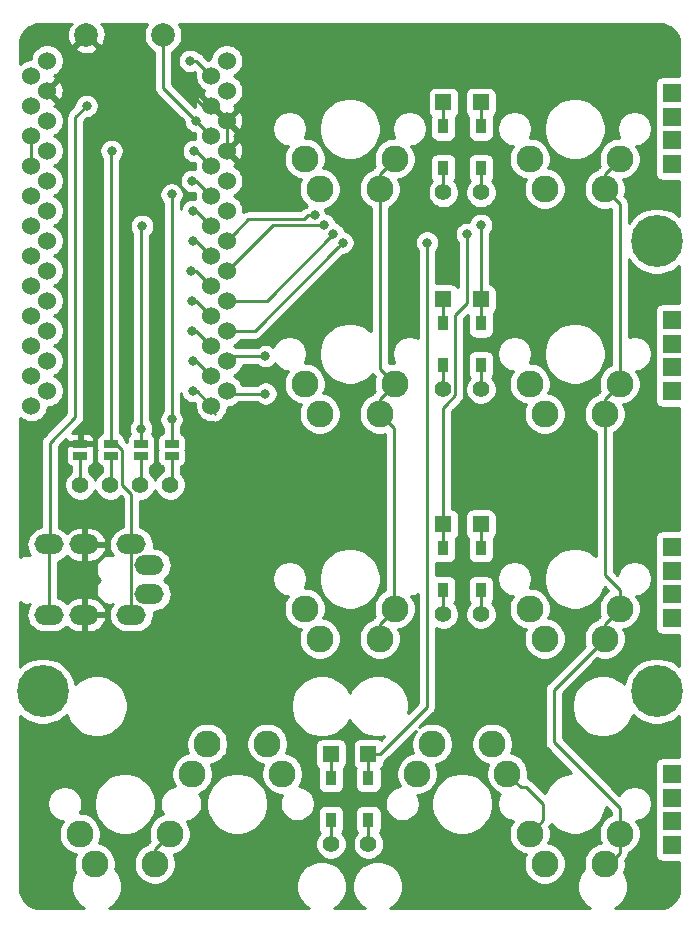
<source format=gtl>
G04 #@! TF.GenerationSoftware,KiCad,Pcbnew,5.1.4+dfsg1-1*
G04 #@! TF.CreationDate,2020-03-28T17:02:21+01:00*
G04 #@! TF.ProjectId,roni4x2split,726f6e69-3478-4327-9370-6c69742e6b69,rev?*
G04 #@! TF.SameCoordinates,Original*
G04 #@! TF.FileFunction,Copper,L1,Top*
G04 #@! TF.FilePolarity,Positive*
%FSLAX46Y46*%
G04 Gerber Fmt 4.6, Leading zero omitted, Abs format (unit mm)*
G04 Created by KiCad (PCBNEW 5.1.4+dfsg1-1) date 2020-03-28 17:02:21*
%MOMM*%
%LPD*%
G04 APERTURE LIST*
%ADD10C,4.400000*%
%ADD11R,1.600000X1.600000*%
%ADD12C,2.000000*%
%ADD13R,0.950000X1.300000*%
%ADD14R,1.397000X1.397000*%
%ADD15C,1.397000*%
%ADD16C,2.286000*%
%ADD17O,2.500000X1.700000*%
%ADD18R,1.143000X0.635000*%
%ADD19C,1.524000*%
%ADD20C,0.800000*%
%ADD21C,0.250000*%
%ADD22C,0.254000*%
G04 APERTURE END LIST*
D10*
X93067422Y-69850176D03*
X145058178Y-31750080D03*
X145058178Y-69850176D03*
D11*
X146348025Y-25219350D03*
X146348025Y-23219350D03*
X146348025Y-21219350D03*
X146348025Y-19219350D03*
X146348025Y-44438700D03*
X146348025Y-42438700D03*
X146348025Y-40438700D03*
X146348025Y-38438700D03*
X146348025Y-63658050D03*
X146348025Y-61658050D03*
X146348025Y-59658050D03*
X146348025Y-57658050D03*
X146348025Y-82877400D03*
X146348025Y-80877400D03*
X146348025Y-78877400D03*
X146348025Y-76877400D03*
D12*
X103262500Y-14286600D03*
X96762500Y-14286600D03*
D13*
X126992000Y-22036150D03*
D14*
X126992000Y-20001150D03*
D15*
X126992000Y-27621150D03*
D13*
X126992000Y-25586150D03*
X126992000Y-38703700D03*
D14*
X126992000Y-36668700D03*
D15*
X126992000Y-44288700D03*
D13*
X126992000Y-42253700D03*
X126992000Y-57752500D03*
D14*
X126992000Y-55717500D03*
D15*
X126992000Y-63337500D03*
D13*
X126992000Y-61302500D03*
X117475296Y-80753324D03*
D15*
X117475296Y-82788324D03*
D14*
X117475296Y-75168324D03*
D13*
X117475296Y-77203324D03*
X130166800Y-25586150D03*
D15*
X130166800Y-27621150D03*
D14*
X130166800Y-20001150D03*
D13*
X130166800Y-22036150D03*
X130166800Y-42253700D03*
D15*
X130166800Y-44288700D03*
D14*
X130166800Y-36668700D03*
D13*
X130166800Y-38703700D03*
X130166800Y-61302500D03*
D15*
X130166800Y-63337500D03*
D14*
X130166800Y-55717500D03*
D13*
X130166800Y-57752500D03*
X120650304Y-77203324D03*
D14*
X120650304Y-75168324D03*
D15*
X120650304Y-82788324D03*
D13*
X120650304Y-80753324D03*
D16*
X122865000Y-24763600D03*
X116515000Y-27303600D03*
X121595000Y-27303600D03*
X115245000Y-24763600D03*
X115245000Y-43812400D03*
X121595000Y-46352400D03*
X116515000Y-46352400D03*
X122865000Y-43812400D03*
X115245000Y-62861200D03*
X121595000Y-65401200D03*
X116515000Y-65401200D03*
X122865000Y-62861200D03*
X113347776Y-76835200D03*
X106997776Y-74295200D03*
X112077776Y-74295200D03*
X105727776Y-76835200D03*
X134293800Y-24763600D03*
X140643800Y-27303600D03*
X135563800Y-27303600D03*
X141913800Y-24763600D03*
X141913800Y-43812400D03*
X135563800Y-46352400D03*
X140643800Y-46352400D03*
X134293800Y-43812400D03*
X141913800Y-62861200D03*
X135563800Y-65401200D03*
X140643800Y-65401200D03*
X134293800Y-62861200D03*
X141913800Y-81910000D03*
X135563800Y-84450000D03*
X140643800Y-84450000D03*
X134293800Y-81910000D03*
X132397824Y-76835200D03*
X126047824Y-74295200D03*
X131127824Y-74295200D03*
X124777824Y-76835200D03*
X96202752Y-81915200D03*
X102552752Y-84455200D03*
X97472752Y-84455200D03*
X103822752Y-81915200D03*
D17*
X100589290Y-63381400D03*
X102089290Y-59181400D03*
X93589290Y-63381400D03*
X96589290Y-63381400D03*
X93589290Y-57431400D03*
X96589290Y-57431400D03*
X100589290Y-57431400D03*
X102089290Y-61631400D03*
D15*
X96242430Y-52387632D03*
X98782430Y-52387632D03*
X101322430Y-52387632D03*
X103862430Y-52387632D03*
D18*
X103981512Y-49911442D03*
X103981512Y-48910682D03*
X101401818Y-48910682D03*
X101401818Y-49911442D03*
X98822124Y-49911442D03*
X98822124Y-48910682D03*
X96242430Y-48910682D03*
X96242430Y-49911442D03*
D19*
X93441342Y-16476300D03*
X93441342Y-19016300D03*
X93441342Y-21556300D03*
X93441342Y-24096300D03*
X93441342Y-26636300D03*
X93441342Y-29176300D03*
X93441342Y-31716300D03*
X93441342Y-34256300D03*
X93441342Y-36796300D03*
X93441342Y-39336300D03*
X93441342Y-41876300D03*
X93441342Y-44416300D03*
X108661342Y-44416300D03*
X108661342Y-41876300D03*
X108661342Y-39336300D03*
X108661342Y-36796300D03*
X108661342Y-34256300D03*
X108661342Y-31716300D03*
X108661342Y-29176300D03*
X108661342Y-26636300D03*
X108661342Y-24096300D03*
X108661342Y-21556300D03*
X108661342Y-19016300D03*
X108661342Y-16476300D03*
X92114942Y-17746300D03*
X92114942Y-20286300D03*
X92114942Y-22826300D03*
X92114942Y-25366300D03*
X92114942Y-27906300D03*
X92114942Y-30446300D03*
X92114942Y-32986300D03*
X92114942Y-35526300D03*
X92114942Y-38066300D03*
X92114942Y-40606300D03*
X92114942Y-43146300D03*
X92114942Y-45686300D03*
X107354942Y-45686300D03*
X107354942Y-43146300D03*
X107354942Y-40606300D03*
X107354942Y-38066300D03*
X107354942Y-35526300D03*
X107354942Y-32986300D03*
X107354942Y-30446300D03*
X107354942Y-27906300D03*
X107354942Y-25366300D03*
X107354942Y-22826300D03*
X107354942Y-20286300D03*
X107354942Y-17746300D03*
D20*
X116086230Y-29567262D03*
X130175328Y-30361014D03*
X116879982Y-30361014D03*
X117667484Y-31150079D03*
X128984700Y-31154766D03*
X118467486Y-31879776D03*
X125611242Y-31879776D03*
X111919032Y-44648550D03*
X105721846Y-26636300D03*
X105761540Y-29176300D03*
X105801234Y-31716300D03*
X105642490Y-34256300D03*
X105682184Y-36796300D03*
X105721878Y-39336300D03*
X138112500Y-16668750D03*
X105370578Y-19050048D03*
X144462864Y-50800128D03*
X118864362Y-37306344D03*
X142875360Y-75208002D03*
X105563070Y-16476300D03*
X105880590Y-24096300D03*
X98907426Y-24096300D03*
X96792120Y-20286300D03*
X103981512Y-27781320D03*
X103981512Y-46831368D03*
X101487104Y-30446300D03*
X101401818Y-47625120D03*
X105767454Y-44426255D03*
X105761572Y-41876300D03*
X111919032Y-41473542D03*
X106039334Y-21556300D03*
D21*
X126992000Y-20001150D02*
X126992000Y-22036150D01*
X130166800Y-20001150D02*
X130166800Y-22036150D01*
X110466638Y-29911004D02*
X109423341Y-30954301D01*
X109423341Y-30954301D02*
X108661342Y-31716300D01*
X115176803Y-29911004D02*
X110466638Y-29911004D01*
X115520545Y-29567262D02*
X115176803Y-29911004D01*
X116086230Y-29567262D02*
X115520545Y-29567262D01*
X126992000Y-38703700D02*
X126992000Y-36668700D01*
X130166800Y-38703700D02*
X130166800Y-36668700D01*
X130166800Y-30369542D02*
X130175328Y-30361014D01*
X130166800Y-36668700D02*
X130166800Y-30369542D01*
X112556628Y-30361014D02*
X108661342Y-34256300D01*
X116879982Y-30361014D02*
X112556628Y-30361014D01*
X126992000Y-57752500D02*
X126992000Y-55717500D01*
X130166800Y-55717500D02*
X130166800Y-57752500D01*
X146594650Y-23596200D02*
X146523842Y-23596200D01*
X146348025Y-23149267D02*
X146292722Y-23149267D01*
X112021263Y-36796300D02*
X108661342Y-36796300D01*
X117667484Y-31150079D02*
X112021263Y-36796300D01*
X128984700Y-37002018D02*
X128984700Y-31720451D01*
X126992000Y-45847498D02*
X127198758Y-45640740D01*
X128984700Y-31720451D02*
X128984700Y-31154766D01*
X126992000Y-55717500D02*
X126992000Y-45847498D01*
X127198758Y-45640740D02*
X127198758Y-45596724D01*
X128015501Y-37971217D02*
X128984700Y-37002018D01*
X127198758Y-45596724D02*
X128015501Y-44779981D01*
X128015501Y-44779981D02*
X128015501Y-37971217D01*
X108749601Y-38814539D02*
X108744024Y-38808962D01*
X108744024Y-39863638D02*
X108749601Y-39858061D01*
X108749601Y-39858061D02*
X108749601Y-38814539D01*
X117475296Y-75168324D02*
X117475296Y-77203324D01*
X120650304Y-75168324D02*
X120650304Y-77203324D01*
X111010962Y-39336300D02*
X118067487Y-32279775D01*
X118067487Y-32279775D02*
X118467486Y-31879776D01*
X108661342Y-39336300D02*
X111010962Y-39336300D01*
X125611242Y-32445461D02*
X125611242Y-31879776D01*
X121598804Y-75168324D02*
X125611264Y-71155864D01*
X125611264Y-71155864D02*
X125611264Y-35431067D01*
X125611264Y-35431067D02*
X125611242Y-35431045D01*
X120650304Y-75168324D02*
X121598804Y-75168324D01*
X125611242Y-35431045D02*
X125611242Y-32445461D01*
X126992000Y-25586150D02*
X126992000Y-27621150D01*
X126992000Y-44288700D02*
X126992000Y-42253700D01*
X126992000Y-63337500D02*
X126992000Y-61302500D01*
X117475296Y-80753324D02*
X117475296Y-82788324D01*
X130166800Y-25586150D02*
X130166800Y-27621150D01*
X130166800Y-44288700D02*
X130166800Y-42253700D01*
X130166800Y-61302500D02*
X130166800Y-63337500D01*
X135436799Y-80767001D02*
X134293800Y-81910000D01*
X135436799Y-79403841D02*
X135436799Y-80767001D01*
X134011157Y-77978199D02*
X135436799Y-79403841D01*
X133540823Y-77978199D02*
X134011157Y-77978199D01*
X132397824Y-76835200D02*
X133540823Y-77978199D01*
X120650304Y-80753324D02*
X120650304Y-82788324D01*
X108744024Y-44943638D02*
X108749601Y-44938061D01*
X108749601Y-44938061D02*
X108749601Y-43894539D01*
X108749601Y-43894539D02*
X108744024Y-43888962D01*
X140643800Y-26033600D02*
X140643800Y-27303600D01*
X141913800Y-24763600D02*
X140643800Y-26033600D01*
X140643800Y-45082400D02*
X140643800Y-46352400D01*
X141913800Y-43812400D02*
X140643800Y-45082400D01*
X140643800Y-64131200D02*
X140643800Y-65401200D01*
X141913800Y-62861200D02*
X140643800Y-64131200D01*
X140990246Y-84450000D02*
X140643800Y-84450000D01*
X141913800Y-83526446D02*
X140990246Y-84450000D01*
X141913800Y-81910000D02*
X141913800Y-83526446D01*
X141913800Y-28573600D02*
X140643800Y-27303600D01*
X141913800Y-43812400D02*
X141913800Y-31917888D01*
X141913800Y-31917888D02*
X141913800Y-28573600D01*
X108893592Y-44648550D02*
X108661342Y-44416300D01*
X111919032Y-44648550D02*
X108893592Y-44648550D01*
X141913800Y-61244754D02*
X141913800Y-62861200D01*
X140692542Y-60023496D02*
X141913800Y-61244754D01*
X140643800Y-46352400D02*
X140692542Y-46401142D01*
X140692542Y-46401142D02*
X140692542Y-60023496D01*
X141913800Y-80293554D02*
X141913800Y-81910000D01*
X141913800Y-79748026D02*
X141913800Y-80293554D01*
X136326906Y-74161132D02*
X141913800Y-79748026D01*
X140643800Y-65401200D02*
X136326906Y-69718094D01*
X136326906Y-69718094D02*
X136326906Y-74161132D01*
X106084942Y-26636300D02*
X107354942Y-27906300D01*
X105721846Y-26636300D02*
X106084942Y-26636300D01*
X106084942Y-29176300D02*
X107354942Y-30446300D01*
X105761540Y-29176300D02*
X106084942Y-29176300D01*
X146072450Y-42584050D02*
X146217800Y-42438700D01*
X106084942Y-31716300D02*
X107354942Y-32986300D01*
X105801234Y-31716300D02*
X106084942Y-31716300D01*
X106084942Y-34256300D02*
X107354942Y-35526300D01*
X105642490Y-34256300D02*
X106084942Y-34256300D01*
X106084942Y-36796300D02*
X107354942Y-38066300D01*
X105682184Y-36796300D02*
X106084942Y-36796300D01*
X106084942Y-39336300D02*
X107354942Y-40606300D01*
X105721878Y-39336300D02*
X106084942Y-39336300D01*
X96762500Y-14696400D02*
X96762500Y-14286600D01*
X92114942Y-25366300D02*
X92114942Y-22826300D01*
X108661342Y-24096300D02*
X108661342Y-21556300D01*
X108624942Y-21556300D02*
X107354942Y-20286300D01*
X108661342Y-21556300D02*
X108624942Y-21556300D01*
X106606830Y-20286300D02*
X105370578Y-19050048D01*
X107354942Y-20286300D02*
X106606830Y-20286300D01*
X96589290Y-63381400D02*
X96589290Y-57431400D01*
X106084942Y-16476300D02*
X107354942Y-17746300D01*
X105563070Y-16476300D02*
X106084942Y-16476300D01*
X106084942Y-24096300D02*
X107354942Y-25366300D01*
X105880590Y-24096300D02*
X106084942Y-24096300D01*
X100589290Y-58531400D02*
X100589290Y-57431400D01*
X100514280Y-58606410D02*
X100589290Y-58531400D01*
X100514280Y-62118105D02*
X100514280Y-58606410D01*
X100589290Y-62193115D02*
X100514280Y-62118105D01*
X100589290Y-63381400D02*
X100589290Y-62193115D01*
X99313934Y-48910682D02*
X98822124Y-48910682D01*
X99805931Y-49402679D02*
X99313934Y-48910682D01*
X99805931Y-52385915D02*
X99805931Y-49402679D01*
X100589290Y-57431400D02*
X100589290Y-53169274D01*
X100589290Y-53169274D02*
X99805931Y-52385915D01*
X98822124Y-24181602D02*
X98907426Y-24096300D01*
X98822124Y-48910682D02*
X98822124Y-24181602D01*
X93589290Y-63381400D02*
X93589290Y-57431400D01*
X95845554Y-46632930D02*
X95845554Y-21232866D01*
X93989290Y-57431400D02*
X93662736Y-57104846D01*
X93589290Y-57431400D02*
X93989290Y-57431400D01*
X95845554Y-21232866D02*
X96792120Y-20286300D01*
X93662736Y-48815748D02*
X95845554Y-46632930D01*
X93662736Y-57104846D02*
X93662736Y-48815748D01*
X103981512Y-46831368D02*
X103981512Y-27781320D01*
X103981512Y-48910682D02*
X103981512Y-46831368D01*
X101401818Y-30531586D02*
X101487104Y-30446300D01*
X101401818Y-47625120D02*
X101401818Y-30531586D01*
X101401818Y-48910682D02*
X101401818Y-47625120D01*
X107662600Y-46345258D02*
X107670600Y-46353258D01*
X106094897Y-44426255D02*
X105767454Y-44426255D01*
X107354942Y-45686300D02*
X106094897Y-44426255D01*
X106084942Y-41876300D02*
X107354942Y-43146300D01*
X105761572Y-41876300D02*
X106084942Y-41876300D01*
X103981512Y-52268550D02*
X103862430Y-52387632D01*
X103981512Y-49911442D02*
X103981512Y-52268550D01*
X101401818Y-52308244D02*
X101322430Y-52387632D01*
X101401818Y-49911442D02*
X101401818Y-52308244D01*
X98822124Y-52347938D02*
X98782430Y-52387632D01*
X98822124Y-49911442D02*
X98822124Y-52347938D01*
X96242430Y-49911442D02*
X96242430Y-52387632D01*
X108744024Y-42403638D02*
X108749601Y-42398061D01*
X108749601Y-42398061D02*
X108749601Y-41354539D01*
X108749601Y-41354539D02*
X108744024Y-41348962D01*
X107943200Y-74766300D02*
X107943200Y-73817800D01*
X102546200Y-83180000D02*
X102546200Y-84450000D01*
X103816200Y-81910000D02*
X102546200Y-83180000D01*
X121595000Y-26033600D02*
X121595000Y-27303600D01*
X122865000Y-24763600D02*
X121595000Y-26033600D01*
X121595000Y-45082400D02*
X121595000Y-46352400D01*
X122865000Y-43812400D02*
X121595000Y-45082400D01*
X121595000Y-64131200D02*
X121595000Y-65401200D01*
X122865000Y-62861200D02*
X121595000Y-64131200D01*
X121595000Y-27303600D02*
X121595000Y-29614756D01*
X122865000Y-43812400D02*
X121595000Y-42542400D01*
X121595000Y-42542400D02*
X121595000Y-30180441D01*
X121595000Y-30180441D02*
X121595000Y-29614756D01*
X109064100Y-41473542D02*
X108661342Y-41876300D01*
X111919032Y-41473542D02*
X109064100Y-41473542D01*
X121595000Y-46352400D02*
X122833122Y-47590522D01*
X122833122Y-62829322D02*
X122865000Y-62861200D01*
X122833122Y-47590522D02*
X122833122Y-62829322D01*
X106084942Y-21556300D02*
X107354942Y-22826300D01*
X106039334Y-21556300D02*
X106084942Y-21556300D01*
X103262500Y-18779466D02*
X106039334Y-21556300D01*
X103262500Y-14286600D02*
X103262500Y-18779466D01*
D22*
G36*
X142856090Y-33557287D02*
G01*
X143250971Y-33952168D01*
X143715302Y-34262424D01*
X144231239Y-34476132D01*
X144778955Y-34585080D01*
X145337401Y-34585080D01*
X145885117Y-34476132D01*
X146401054Y-34262424D01*
X146865385Y-33952168D01*
X146968200Y-33849353D01*
X146968200Y-37000628D01*
X145548025Y-37000628D01*
X145423543Y-37012888D01*
X145303845Y-37049198D01*
X145193531Y-37108163D01*
X145096840Y-37187515D01*
X145017488Y-37284206D01*
X144958523Y-37394520D01*
X144922213Y-37514218D01*
X144909953Y-37638700D01*
X144909953Y-39238700D01*
X144922213Y-39363182D01*
X144945121Y-39438700D01*
X144922213Y-39514218D01*
X144909953Y-39638700D01*
X144909953Y-41238700D01*
X144922213Y-41363182D01*
X144945121Y-41438700D01*
X144922213Y-41514218D01*
X144909953Y-41638700D01*
X144909953Y-43238700D01*
X144922213Y-43363182D01*
X144945121Y-43438700D01*
X144922213Y-43514218D01*
X144909953Y-43638700D01*
X144909953Y-45238700D01*
X144922213Y-45363182D01*
X144958523Y-45482880D01*
X145017488Y-45593194D01*
X145096840Y-45689885D01*
X145193531Y-45769237D01*
X145303845Y-45828202D01*
X145423543Y-45864512D01*
X145548025Y-45876772D01*
X146968200Y-45876772D01*
X146968201Y-56219978D01*
X145548025Y-56219978D01*
X145423543Y-56232238D01*
X145303845Y-56268548D01*
X145193531Y-56327513D01*
X145096840Y-56406865D01*
X145017488Y-56503556D01*
X144958523Y-56613870D01*
X144922213Y-56733568D01*
X144909953Y-56858050D01*
X144909953Y-58458050D01*
X144922213Y-58582532D01*
X144945121Y-58658050D01*
X144922213Y-58733568D01*
X144909953Y-58858050D01*
X144909953Y-60458050D01*
X144922213Y-60582532D01*
X144945121Y-60658050D01*
X144922213Y-60733568D01*
X144909953Y-60858050D01*
X144909953Y-62458050D01*
X144922213Y-62582532D01*
X144945121Y-62658050D01*
X144922213Y-62733568D01*
X144909953Y-62858050D01*
X144909953Y-64458050D01*
X144922213Y-64582532D01*
X144958523Y-64702230D01*
X145017488Y-64812544D01*
X145096840Y-64909235D01*
X145193531Y-64988587D01*
X145303845Y-65047552D01*
X145423543Y-65083862D01*
X145548025Y-65096122D01*
X146968201Y-65096122D01*
X146968201Y-67750904D01*
X146865385Y-67648088D01*
X146401054Y-67337832D01*
X145885117Y-67124124D01*
X145337401Y-67015176D01*
X144778955Y-67015176D01*
X144231239Y-67124124D01*
X143715302Y-67337832D01*
X143250971Y-67648088D01*
X142856090Y-68042969D01*
X142545834Y-68507300D01*
X142332126Y-69023237D01*
X142295055Y-69209605D01*
X142163650Y-69078200D01*
X141733075Y-68790499D01*
X141254646Y-68592327D01*
X140746748Y-68491300D01*
X140228900Y-68491300D01*
X139721002Y-68592327D01*
X139242573Y-68790499D01*
X138811998Y-69078200D01*
X138445824Y-69444374D01*
X138158123Y-69874949D01*
X137959951Y-70353378D01*
X137858924Y-70861276D01*
X137858924Y-71379124D01*
X137959951Y-71887022D01*
X138158123Y-72365451D01*
X138445824Y-72796026D01*
X138811998Y-73162200D01*
X139242573Y-73449901D01*
X139721002Y-73648073D01*
X140228900Y-73749100D01*
X140746748Y-73749100D01*
X141254646Y-73648073D01*
X141733075Y-73449901D01*
X142163650Y-73162200D01*
X142529824Y-72796026D01*
X142817525Y-72365451D01*
X143015697Y-71887022D01*
X143027316Y-71828609D01*
X143250971Y-72052264D01*
X143715302Y-72362520D01*
X144231239Y-72576228D01*
X144778955Y-72685176D01*
X145337401Y-72685176D01*
X145885117Y-72576228D01*
X146401054Y-72362520D01*
X146865385Y-72052264D01*
X146968201Y-71949448D01*
X146968201Y-75439328D01*
X145548025Y-75439328D01*
X145423543Y-75451588D01*
X145303845Y-75487898D01*
X145193531Y-75546863D01*
X145096840Y-75626215D01*
X145017488Y-75722906D01*
X144958523Y-75833220D01*
X144922213Y-75952918D01*
X144909953Y-76077400D01*
X144909953Y-77677400D01*
X144922213Y-77801882D01*
X144945121Y-77877400D01*
X144922213Y-77952918D01*
X144909953Y-78077400D01*
X144909953Y-79677400D01*
X144922213Y-79801882D01*
X144945121Y-79877400D01*
X144922213Y-79952918D01*
X144909953Y-80077400D01*
X144909953Y-81677400D01*
X144922213Y-81801882D01*
X144945121Y-81877400D01*
X144922213Y-81952918D01*
X144909953Y-82077400D01*
X144909953Y-83677400D01*
X144922213Y-83801882D01*
X144958523Y-83921580D01*
X145017488Y-84031894D01*
X145096840Y-84128585D01*
X145193531Y-84207937D01*
X145303845Y-84266902D01*
X145423543Y-84303212D01*
X145548025Y-84315472D01*
X146968201Y-84315472D01*
X146968201Y-86481011D01*
X146932317Y-86846983D01*
X146835411Y-87167953D01*
X146678006Y-87463989D01*
X146466100Y-87723813D01*
X146207755Y-87937533D01*
X145912824Y-88097002D01*
X145592542Y-88196146D01*
X145228578Y-88234400D01*
X141568983Y-88234400D01*
X141864106Y-88037204D01*
X142164828Y-87736482D01*
X142401105Y-87382870D01*
X142563854Y-86989957D01*
X142646824Y-86572843D01*
X142646824Y-86147557D01*
X142563854Y-85730443D01*
X142401105Y-85337530D01*
X142277371Y-85152349D01*
X142353472Y-84968623D01*
X142421800Y-84625118D01*
X142421800Y-84274882D01*
X142391665Y-84123383D01*
X142424803Y-84090245D01*
X142453801Y-84066447D01*
X142548774Y-83950722D01*
X142619346Y-83818693D01*
X142662803Y-83675432D01*
X142673800Y-83563779D01*
X142677477Y-83526446D01*
X142676694Y-83518492D01*
X142755999Y-83485643D01*
X143047209Y-83291063D01*
X143294863Y-83043409D01*
X143489443Y-82752199D01*
X143623472Y-82428623D01*
X143691800Y-82085118D01*
X143691800Y-81734882D01*
X143623472Y-81391377D01*
X143489443Y-81067801D01*
X143345778Y-80852791D01*
X143617221Y-80798798D01*
X143887638Y-80686788D01*
X144131006Y-80524174D01*
X144337974Y-80317206D01*
X144500588Y-80073838D01*
X144612598Y-79803421D01*
X144669700Y-79516348D01*
X144669700Y-79223652D01*
X144612598Y-78936579D01*
X144500588Y-78666162D01*
X144337974Y-78422794D01*
X144131006Y-78215826D01*
X143887638Y-78053212D01*
X143617221Y-77941202D01*
X143330148Y-77884100D01*
X143037452Y-77884100D01*
X142750379Y-77941202D01*
X142479962Y-78053212D01*
X142236594Y-78215826D01*
X142029626Y-78422794D01*
X141882924Y-78642348D01*
X137086906Y-73846331D01*
X137086906Y-70032895D01*
X140042978Y-67076824D01*
X140125177Y-67110872D01*
X140468682Y-67179200D01*
X140818918Y-67179200D01*
X141162423Y-67110872D01*
X141485999Y-66976843D01*
X141777209Y-66782263D01*
X142024863Y-66534609D01*
X142219443Y-66243399D01*
X142353472Y-65919823D01*
X142421800Y-65576318D01*
X142421800Y-65226082D01*
X142353472Y-64882577D01*
X142240198Y-64609108D01*
X142432423Y-64570872D01*
X142755999Y-64436843D01*
X143047209Y-64242263D01*
X143294863Y-63994609D01*
X143489443Y-63703399D01*
X143623472Y-63379823D01*
X143691800Y-63036318D01*
X143691800Y-62686082D01*
X143623472Y-62342577D01*
X143489443Y-62019001D01*
X143345778Y-61803991D01*
X143617221Y-61749998D01*
X143887638Y-61637988D01*
X144131006Y-61475374D01*
X144337974Y-61268406D01*
X144500588Y-61025038D01*
X144612598Y-60754621D01*
X144669700Y-60467548D01*
X144669700Y-60174852D01*
X144612598Y-59887779D01*
X144500588Y-59617362D01*
X144337974Y-59373994D01*
X144131006Y-59167026D01*
X143887638Y-59004412D01*
X143617221Y-58892402D01*
X143330148Y-58835300D01*
X143037452Y-58835300D01*
X142750379Y-58892402D01*
X142479962Y-59004412D01*
X142236594Y-59167026D01*
X142029626Y-59373994D01*
X141867012Y-59617362D01*
X141755002Y-59887779D01*
X141734533Y-59990685D01*
X141452542Y-59708695D01*
X141452542Y-47941901D01*
X141485999Y-47928043D01*
X141777209Y-47733463D01*
X142024863Y-47485809D01*
X142219443Y-47194599D01*
X142353472Y-46871023D01*
X142421800Y-46527518D01*
X142421800Y-46177282D01*
X142353472Y-45833777D01*
X142240198Y-45560308D01*
X142432423Y-45522072D01*
X142755999Y-45388043D01*
X143047209Y-45193463D01*
X143294863Y-44945809D01*
X143489443Y-44654599D01*
X143623472Y-44331023D01*
X143691800Y-43987518D01*
X143691800Y-43637282D01*
X143623472Y-43293777D01*
X143489443Y-42970201D01*
X143345778Y-42755191D01*
X143617221Y-42701198D01*
X143887638Y-42589188D01*
X144131006Y-42426574D01*
X144337974Y-42219606D01*
X144500588Y-41976238D01*
X144612598Y-41705821D01*
X144669700Y-41418748D01*
X144669700Y-41126052D01*
X144612598Y-40838979D01*
X144500588Y-40568562D01*
X144337974Y-40325194D01*
X144131006Y-40118226D01*
X143887638Y-39955612D01*
X143617221Y-39843602D01*
X143330148Y-39786500D01*
X143037452Y-39786500D01*
X142750379Y-39843602D01*
X142673800Y-39875322D01*
X142673800Y-33284471D01*
X142856090Y-33557287D01*
X142856090Y-33557287D01*
G37*
X142856090Y-33557287D02*
X143250971Y-33952168D01*
X143715302Y-34262424D01*
X144231239Y-34476132D01*
X144778955Y-34585080D01*
X145337401Y-34585080D01*
X145885117Y-34476132D01*
X146401054Y-34262424D01*
X146865385Y-33952168D01*
X146968200Y-33849353D01*
X146968200Y-37000628D01*
X145548025Y-37000628D01*
X145423543Y-37012888D01*
X145303845Y-37049198D01*
X145193531Y-37108163D01*
X145096840Y-37187515D01*
X145017488Y-37284206D01*
X144958523Y-37394520D01*
X144922213Y-37514218D01*
X144909953Y-37638700D01*
X144909953Y-39238700D01*
X144922213Y-39363182D01*
X144945121Y-39438700D01*
X144922213Y-39514218D01*
X144909953Y-39638700D01*
X144909953Y-41238700D01*
X144922213Y-41363182D01*
X144945121Y-41438700D01*
X144922213Y-41514218D01*
X144909953Y-41638700D01*
X144909953Y-43238700D01*
X144922213Y-43363182D01*
X144945121Y-43438700D01*
X144922213Y-43514218D01*
X144909953Y-43638700D01*
X144909953Y-45238700D01*
X144922213Y-45363182D01*
X144958523Y-45482880D01*
X145017488Y-45593194D01*
X145096840Y-45689885D01*
X145193531Y-45769237D01*
X145303845Y-45828202D01*
X145423543Y-45864512D01*
X145548025Y-45876772D01*
X146968200Y-45876772D01*
X146968201Y-56219978D01*
X145548025Y-56219978D01*
X145423543Y-56232238D01*
X145303845Y-56268548D01*
X145193531Y-56327513D01*
X145096840Y-56406865D01*
X145017488Y-56503556D01*
X144958523Y-56613870D01*
X144922213Y-56733568D01*
X144909953Y-56858050D01*
X144909953Y-58458050D01*
X144922213Y-58582532D01*
X144945121Y-58658050D01*
X144922213Y-58733568D01*
X144909953Y-58858050D01*
X144909953Y-60458050D01*
X144922213Y-60582532D01*
X144945121Y-60658050D01*
X144922213Y-60733568D01*
X144909953Y-60858050D01*
X144909953Y-62458050D01*
X144922213Y-62582532D01*
X144945121Y-62658050D01*
X144922213Y-62733568D01*
X144909953Y-62858050D01*
X144909953Y-64458050D01*
X144922213Y-64582532D01*
X144958523Y-64702230D01*
X145017488Y-64812544D01*
X145096840Y-64909235D01*
X145193531Y-64988587D01*
X145303845Y-65047552D01*
X145423543Y-65083862D01*
X145548025Y-65096122D01*
X146968201Y-65096122D01*
X146968201Y-67750904D01*
X146865385Y-67648088D01*
X146401054Y-67337832D01*
X145885117Y-67124124D01*
X145337401Y-67015176D01*
X144778955Y-67015176D01*
X144231239Y-67124124D01*
X143715302Y-67337832D01*
X143250971Y-67648088D01*
X142856090Y-68042969D01*
X142545834Y-68507300D01*
X142332126Y-69023237D01*
X142295055Y-69209605D01*
X142163650Y-69078200D01*
X141733075Y-68790499D01*
X141254646Y-68592327D01*
X140746748Y-68491300D01*
X140228900Y-68491300D01*
X139721002Y-68592327D01*
X139242573Y-68790499D01*
X138811998Y-69078200D01*
X138445824Y-69444374D01*
X138158123Y-69874949D01*
X137959951Y-70353378D01*
X137858924Y-70861276D01*
X137858924Y-71379124D01*
X137959951Y-71887022D01*
X138158123Y-72365451D01*
X138445824Y-72796026D01*
X138811998Y-73162200D01*
X139242573Y-73449901D01*
X139721002Y-73648073D01*
X140228900Y-73749100D01*
X140746748Y-73749100D01*
X141254646Y-73648073D01*
X141733075Y-73449901D01*
X142163650Y-73162200D01*
X142529824Y-72796026D01*
X142817525Y-72365451D01*
X143015697Y-71887022D01*
X143027316Y-71828609D01*
X143250971Y-72052264D01*
X143715302Y-72362520D01*
X144231239Y-72576228D01*
X144778955Y-72685176D01*
X145337401Y-72685176D01*
X145885117Y-72576228D01*
X146401054Y-72362520D01*
X146865385Y-72052264D01*
X146968201Y-71949448D01*
X146968201Y-75439328D01*
X145548025Y-75439328D01*
X145423543Y-75451588D01*
X145303845Y-75487898D01*
X145193531Y-75546863D01*
X145096840Y-75626215D01*
X145017488Y-75722906D01*
X144958523Y-75833220D01*
X144922213Y-75952918D01*
X144909953Y-76077400D01*
X144909953Y-77677400D01*
X144922213Y-77801882D01*
X144945121Y-77877400D01*
X144922213Y-77952918D01*
X144909953Y-78077400D01*
X144909953Y-79677400D01*
X144922213Y-79801882D01*
X144945121Y-79877400D01*
X144922213Y-79952918D01*
X144909953Y-80077400D01*
X144909953Y-81677400D01*
X144922213Y-81801882D01*
X144945121Y-81877400D01*
X144922213Y-81952918D01*
X144909953Y-82077400D01*
X144909953Y-83677400D01*
X144922213Y-83801882D01*
X144958523Y-83921580D01*
X145017488Y-84031894D01*
X145096840Y-84128585D01*
X145193531Y-84207937D01*
X145303845Y-84266902D01*
X145423543Y-84303212D01*
X145548025Y-84315472D01*
X146968201Y-84315472D01*
X146968201Y-86481011D01*
X146932317Y-86846983D01*
X146835411Y-87167953D01*
X146678006Y-87463989D01*
X146466100Y-87723813D01*
X146207755Y-87937533D01*
X145912824Y-88097002D01*
X145592542Y-88196146D01*
X145228578Y-88234400D01*
X141568983Y-88234400D01*
X141864106Y-88037204D01*
X142164828Y-87736482D01*
X142401105Y-87382870D01*
X142563854Y-86989957D01*
X142646824Y-86572843D01*
X142646824Y-86147557D01*
X142563854Y-85730443D01*
X142401105Y-85337530D01*
X142277371Y-85152349D01*
X142353472Y-84968623D01*
X142421800Y-84625118D01*
X142421800Y-84274882D01*
X142391665Y-84123383D01*
X142424803Y-84090245D01*
X142453801Y-84066447D01*
X142548774Y-83950722D01*
X142619346Y-83818693D01*
X142662803Y-83675432D01*
X142673800Y-83563779D01*
X142677477Y-83526446D01*
X142676694Y-83518492D01*
X142755999Y-83485643D01*
X143047209Y-83291063D01*
X143294863Y-83043409D01*
X143489443Y-82752199D01*
X143623472Y-82428623D01*
X143691800Y-82085118D01*
X143691800Y-81734882D01*
X143623472Y-81391377D01*
X143489443Y-81067801D01*
X143345778Y-80852791D01*
X143617221Y-80798798D01*
X143887638Y-80686788D01*
X144131006Y-80524174D01*
X144337974Y-80317206D01*
X144500588Y-80073838D01*
X144612598Y-79803421D01*
X144669700Y-79516348D01*
X144669700Y-79223652D01*
X144612598Y-78936579D01*
X144500588Y-78666162D01*
X144337974Y-78422794D01*
X144131006Y-78215826D01*
X143887638Y-78053212D01*
X143617221Y-77941202D01*
X143330148Y-77884100D01*
X143037452Y-77884100D01*
X142750379Y-77941202D01*
X142479962Y-78053212D01*
X142236594Y-78215826D01*
X142029626Y-78422794D01*
X141882924Y-78642348D01*
X137086906Y-73846331D01*
X137086906Y-70032895D01*
X140042978Y-67076824D01*
X140125177Y-67110872D01*
X140468682Y-67179200D01*
X140818918Y-67179200D01*
X141162423Y-67110872D01*
X141485999Y-66976843D01*
X141777209Y-66782263D01*
X142024863Y-66534609D01*
X142219443Y-66243399D01*
X142353472Y-65919823D01*
X142421800Y-65576318D01*
X142421800Y-65226082D01*
X142353472Y-64882577D01*
X142240198Y-64609108D01*
X142432423Y-64570872D01*
X142755999Y-64436843D01*
X143047209Y-64242263D01*
X143294863Y-63994609D01*
X143489443Y-63703399D01*
X143623472Y-63379823D01*
X143691800Y-63036318D01*
X143691800Y-62686082D01*
X143623472Y-62342577D01*
X143489443Y-62019001D01*
X143345778Y-61803991D01*
X143617221Y-61749998D01*
X143887638Y-61637988D01*
X144131006Y-61475374D01*
X144337974Y-61268406D01*
X144500588Y-61025038D01*
X144612598Y-60754621D01*
X144669700Y-60467548D01*
X144669700Y-60174852D01*
X144612598Y-59887779D01*
X144500588Y-59617362D01*
X144337974Y-59373994D01*
X144131006Y-59167026D01*
X143887638Y-59004412D01*
X143617221Y-58892402D01*
X143330148Y-58835300D01*
X143037452Y-58835300D01*
X142750379Y-58892402D01*
X142479962Y-59004412D01*
X142236594Y-59167026D01*
X142029626Y-59373994D01*
X141867012Y-59617362D01*
X141755002Y-59887779D01*
X141734533Y-59990685D01*
X141452542Y-59708695D01*
X141452542Y-47941901D01*
X141485999Y-47928043D01*
X141777209Y-47733463D01*
X142024863Y-47485809D01*
X142219443Y-47194599D01*
X142353472Y-46871023D01*
X142421800Y-46527518D01*
X142421800Y-46177282D01*
X142353472Y-45833777D01*
X142240198Y-45560308D01*
X142432423Y-45522072D01*
X142755999Y-45388043D01*
X143047209Y-45193463D01*
X143294863Y-44945809D01*
X143489443Y-44654599D01*
X143623472Y-44331023D01*
X143691800Y-43987518D01*
X143691800Y-43637282D01*
X143623472Y-43293777D01*
X143489443Y-42970201D01*
X143345778Y-42755191D01*
X143617221Y-42701198D01*
X143887638Y-42589188D01*
X144131006Y-42426574D01*
X144337974Y-42219606D01*
X144500588Y-41976238D01*
X144612598Y-41705821D01*
X144669700Y-41418748D01*
X144669700Y-41126052D01*
X144612598Y-40838979D01*
X144500588Y-40568562D01*
X144337974Y-40325194D01*
X144131006Y-40118226D01*
X143887638Y-39955612D01*
X143617221Y-39843602D01*
X143330148Y-39786500D01*
X143037452Y-39786500D01*
X142750379Y-39843602D01*
X142673800Y-39875322D01*
X142673800Y-33284471D01*
X142856090Y-33557287D01*
G36*
X95362686Y-13426556D02*
G01*
X95221796Y-13716171D01*
X95140116Y-14027708D01*
X95120782Y-14349195D01*
X95164539Y-14668275D01*
X95269705Y-14972688D01*
X95362686Y-15146644D01*
X95627087Y-15242408D01*
X96582895Y-14286600D01*
X96568753Y-14272458D01*
X96748358Y-14092853D01*
X96762500Y-14106995D01*
X96776643Y-14092853D01*
X96956248Y-14272458D01*
X96942105Y-14286600D01*
X97897913Y-15242408D01*
X98162314Y-15146644D01*
X98303204Y-14857029D01*
X98384884Y-14545492D01*
X98404218Y-14224005D01*
X98360461Y-13904925D01*
X98255295Y-13600512D01*
X98162314Y-13426556D01*
X97976346Y-13359200D01*
X101915771Y-13359200D01*
X101813582Y-13512137D01*
X101690332Y-13809688D01*
X101627500Y-14125567D01*
X101627500Y-14447633D01*
X101690332Y-14763512D01*
X101813582Y-15061063D01*
X101992513Y-15328852D01*
X102220248Y-15556587D01*
X102488037Y-15735518D01*
X102502500Y-15741509D01*
X102502501Y-18742134D01*
X102498824Y-18779466D01*
X102502501Y-18816799D01*
X102510428Y-18897277D01*
X102513498Y-18928451D01*
X102556954Y-19071712D01*
X102627526Y-19203742D01*
X102698701Y-19290468D01*
X102722500Y-19319467D01*
X102751498Y-19343265D01*
X105004334Y-21596102D01*
X105004334Y-21658239D01*
X105044108Y-21858198D01*
X105122129Y-22046556D01*
X105235397Y-22216074D01*
X105379560Y-22360237D01*
X105549078Y-22473505D01*
X105737436Y-22551526D01*
X105937395Y-22591300D01*
X105977318Y-22591300D01*
X105957942Y-22688708D01*
X105957942Y-22963892D01*
X105977318Y-23061300D01*
X105778651Y-23061300D01*
X105578692Y-23101074D01*
X105390334Y-23179095D01*
X105220816Y-23292363D01*
X105076653Y-23436526D01*
X104963385Y-23606044D01*
X104885364Y-23794402D01*
X104845590Y-23994361D01*
X104845590Y-24198239D01*
X104885364Y-24398198D01*
X104963385Y-24586556D01*
X105076653Y-24756074D01*
X105220816Y-24900237D01*
X105390334Y-25013505D01*
X105578692Y-25091526D01*
X105778651Y-25131300D01*
X105977318Y-25131300D01*
X105957942Y-25228708D01*
X105957942Y-25503892D01*
X105983643Y-25633097D01*
X105823785Y-25601300D01*
X105619907Y-25601300D01*
X105419948Y-25641074D01*
X105231590Y-25719095D01*
X105062072Y-25832363D01*
X104917909Y-25976526D01*
X104804641Y-26146044D01*
X104726620Y-26334402D01*
X104686846Y-26534361D01*
X104686846Y-26738239D01*
X104726620Y-26938198D01*
X104804641Y-27126556D01*
X104917909Y-27296074D01*
X105062072Y-27440237D01*
X105231590Y-27553505D01*
X105419948Y-27631526D01*
X105619907Y-27671300D01*
X105823785Y-27671300D01*
X105983643Y-27639503D01*
X105957942Y-27768708D01*
X105957942Y-28043892D01*
X105982007Y-28164877D01*
X105863479Y-28141300D01*
X105659601Y-28141300D01*
X105459642Y-28181074D01*
X105271284Y-28259095D01*
X105101766Y-28372363D01*
X104957603Y-28516526D01*
X104844335Y-28686044D01*
X104766314Y-28874402D01*
X104741512Y-28999091D01*
X104741512Y-28485031D01*
X104785449Y-28441094D01*
X104898717Y-28271576D01*
X104976738Y-28083218D01*
X105016512Y-27883259D01*
X105016512Y-27679381D01*
X104976738Y-27479422D01*
X104898717Y-27291064D01*
X104785449Y-27121546D01*
X104641286Y-26977383D01*
X104471768Y-26864115D01*
X104283410Y-26786094D01*
X104083451Y-26746320D01*
X103879573Y-26746320D01*
X103679614Y-26786094D01*
X103491256Y-26864115D01*
X103321738Y-26977383D01*
X103177575Y-27121546D01*
X103064307Y-27291064D01*
X102986286Y-27479422D01*
X102946512Y-27679381D01*
X102946512Y-27883259D01*
X102986286Y-28083218D01*
X103064307Y-28271576D01*
X103177575Y-28441094D01*
X103221513Y-28485032D01*
X103221512Y-46127657D01*
X103177575Y-46171594D01*
X103064307Y-46341112D01*
X102986286Y-46529470D01*
X102946512Y-46729429D01*
X102946512Y-46933307D01*
X102986286Y-47133266D01*
X103064307Y-47321624D01*
X103177575Y-47491142D01*
X103221513Y-47535080D01*
X103221512Y-47986790D01*
X103165832Y-48003680D01*
X103055518Y-48062645D01*
X102958827Y-48141997D01*
X102879475Y-48238688D01*
X102820510Y-48349002D01*
X102784200Y-48468700D01*
X102771940Y-48593182D01*
X102771940Y-49228182D01*
X102784200Y-49352664D01*
X102801915Y-49411062D01*
X102784200Y-49469460D01*
X102771940Y-49593942D01*
X102771940Y-50228942D01*
X102784200Y-50353424D01*
X102820510Y-50473122D01*
X102879475Y-50583436D01*
X102958827Y-50680127D01*
X103055518Y-50759479D01*
X103165832Y-50818444D01*
X103221512Y-50835334D01*
X103221513Y-51212093D01*
X103012373Y-51351835D01*
X102826633Y-51537575D01*
X102680698Y-51755983D01*
X102592430Y-51969080D01*
X102504162Y-51755983D01*
X102358227Y-51537575D01*
X102172487Y-51351835D01*
X102161818Y-51344706D01*
X102161818Y-50835334D01*
X102217498Y-50818444D01*
X102327812Y-50759479D01*
X102424503Y-50680127D01*
X102503855Y-50583436D01*
X102562820Y-50473122D01*
X102599130Y-50353424D01*
X102611390Y-50228942D01*
X102611390Y-49593942D01*
X102599130Y-49469460D01*
X102581415Y-49411062D01*
X102599130Y-49352664D01*
X102611390Y-49228182D01*
X102611390Y-48593182D01*
X102599130Y-48468700D01*
X102562820Y-48349002D01*
X102503855Y-48238688D01*
X102424503Y-48141997D01*
X102337554Y-48070640D01*
X102397044Y-47927018D01*
X102436818Y-47727059D01*
X102436818Y-47523181D01*
X102397044Y-47323222D01*
X102319023Y-47134864D01*
X102205755Y-46965346D01*
X102161818Y-46921409D01*
X102161818Y-31235297D01*
X102291041Y-31106074D01*
X102404309Y-30936556D01*
X102482330Y-30748198D01*
X102522104Y-30548239D01*
X102522104Y-30344361D01*
X102482330Y-30144402D01*
X102404309Y-29956044D01*
X102291041Y-29786526D01*
X102146878Y-29642363D01*
X101977360Y-29529095D01*
X101789002Y-29451074D01*
X101589043Y-29411300D01*
X101385165Y-29411300D01*
X101185206Y-29451074D01*
X100996848Y-29529095D01*
X100827330Y-29642363D01*
X100683167Y-29786526D01*
X100569899Y-29956044D01*
X100491878Y-30144402D01*
X100452104Y-30344361D01*
X100452104Y-30548239D01*
X100491878Y-30748198D01*
X100569899Y-30936556D01*
X100641819Y-31044192D01*
X100641818Y-46921409D01*
X100597881Y-46965346D01*
X100484613Y-47134864D01*
X100406592Y-47323222D01*
X100366818Y-47523181D01*
X100366818Y-47727059D01*
X100406592Y-47927018D01*
X100466082Y-48070640D01*
X100379133Y-48141997D01*
X100299781Y-48238688D01*
X100240816Y-48349002D01*
X100204506Y-48468700D01*
X100192246Y-48593182D01*
X100192246Y-48714193D01*
X100027376Y-48549323D01*
X100019436Y-48468700D01*
X99983126Y-48349002D01*
X99924161Y-48238688D01*
X99844809Y-48141997D01*
X99748118Y-48062645D01*
X99637804Y-48003680D01*
X99582124Y-47986790D01*
X99582124Y-24885313D01*
X99711363Y-24756074D01*
X99824631Y-24586556D01*
X99902652Y-24398198D01*
X99942426Y-24198239D01*
X99942426Y-23994361D01*
X99902652Y-23794402D01*
X99824631Y-23606044D01*
X99711363Y-23436526D01*
X99567200Y-23292363D01*
X99397682Y-23179095D01*
X99209324Y-23101074D01*
X99009365Y-23061300D01*
X98805487Y-23061300D01*
X98605528Y-23101074D01*
X98417170Y-23179095D01*
X98247652Y-23292363D01*
X98103489Y-23436526D01*
X97990221Y-23606044D01*
X97912200Y-23794402D01*
X97872426Y-23994361D01*
X97872426Y-24198239D01*
X97912200Y-24398198D01*
X97990221Y-24586556D01*
X98062125Y-24694168D01*
X98062124Y-47986790D01*
X98006444Y-48003680D01*
X97896130Y-48062645D01*
X97799439Y-48141997D01*
X97720087Y-48238688D01*
X97661122Y-48349002D01*
X97624812Y-48468700D01*
X97612552Y-48593182D01*
X97612552Y-49228182D01*
X97624812Y-49352664D01*
X97642527Y-49411062D01*
X97624812Y-49469460D01*
X97612552Y-49593942D01*
X97612552Y-50228942D01*
X97624812Y-50353424D01*
X97661122Y-50473122D01*
X97720087Y-50583436D01*
X97799439Y-50680127D01*
X97896130Y-50759479D01*
X98006444Y-50818444D01*
X98062124Y-50835334D01*
X98062125Y-51265138D01*
X97932373Y-51351835D01*
X97746633Y-51537575D01*
X97600698Y-51755983D01*
X97512430Y-51969080D01*
X97424162Y-51755983D01*
X97278227Y-51537575D01*
X97092487Y-51351835D01*
X97002430Y-51291661D01*
X97002430Y-50835334D01*
X97058110Y-50818444D01*
X97168424Y-50759479D01*
X97265115Y-50680127D01*
X97344467Y-50583436D01*
X97403432Y-50473122D01*
X97439742Y-50353424D01*
X97452002Y-50228942D01*
X97452002Y-49593942D01*
X97439742Y-49469460D01*
X97422027Y-49411062D01*
X97439742Y-49352664D01*
X97452002Y-49228182D01*
X97448930Y-49196432D01*
X97290180Y-49037682D01*
X97120300Y-49037682D01*
X97058110Y-49004440D01*
X96938412Y-48968130D01*
X96813930Y-48955870D01*
X95670930Y-48955870D01*
X95546448Y-48968130D01*
X95426750Y-49004440D01*
X95364560Y-49037682D01*
X95194680Y-49037682D01*
X95035930Y-49196432D01*
X95032858Y-49228182D01*
X95045118Y-49352664D01*
X95062833Y-49411062D01*
X95045118Y-49469460D01*
X95032858Y-49593942D01*
X95032858Y-50228942D01*
X95045118Y-50353424D01*
X95081428Y-50473122D01*
X95140393Y-50583436D01*
X95219745Y-50680127D01*
X95316436Y-50759479D01*
X95426750Y-50818444D01*
X95482430Y-50835334D01*
X95482431Y-51291661D01*
X95392373Y-51351835D01*
X95206633Y-51537575D01*
X95060698Y-51755983D01*
X94960176Y-51998664D01*
X94908930Y-52256294D01*
X94908930Y-52518970D01*
X94960176Y-52776600D01*
X95060698Y-53019281D01*
X95206633Y-53237689D01*
X95392373Y-53423429D01*
X95610781Y-53569364D01*
X95853462Y-53669886D01*
X96111092Y-53721132D01*
X96373768Y-53721132D01*
X96631398Y-53669886D01*
X96874079Y-53569364D01*
X97092487Y-53423429D01*
X97278227Y-53237689D01*
X97424162Y-53019281D01*
X97512430Y-52806184D01*
X97600698Y-53019281D01*
X97746633Y-53237689D01*
X97932373Y-53423429D01*
X98150781Y-53569364D01*
X98393462Y-53669886D01*
X98651092Y-53721132D01*
X98913768Y-53721132D01*
X99171398Y-53669886D01*
X99414079Y-53569364D01*
X99632487Y-53423429D01*
X99700565Y-53355351D01*
X99829291Y-53484077D01*
X99829290Y-55988784D01*
X99618256Y-56052801D01*
X99360276Y-56190694D01*
X99134156Y-56376266D01*
X98948584Y-56602386D01*
X98810691Y-56860366D01*
X98725777Y-57140289D01*
X98697105Y-57431400D01*
X98725777Y-57722511D01*
X98810691Y-58002434D01*
X98948584Y-58260414D01*
X98991225Y-58312372D01*
X98910927Y-58296400D01*
X98667653Y-58296400D01*
X98429054Y-58343860D01*
X98204298Y-58436957D01*
X98002023Y-58572113D01*
X97830003Y-58744133D01*
X97694847Y-58946408D01*
X97601750Y-59171164D01*
X97554290Y-59409763D01*
X97554290Y-59653037D01*
X97601750Y-59891636D01*
X97694847Y-60116392D01*
X97830003Y-60318667D01*
X97917736Y-60406400D01*
X97830003Y-60494133D01*
X97694847Y-60696408D01*
X97601750Y-60921164D01*
X97554290Y-61159763D01*
X97554290Y-61403037D01*
X97601750Y-61641636D01*
X97694847Y-61866392D01*
X97830003Y-62068667D01*
X98002023Y-62240687D01*
X98204298Y-62375843D01*
X98429054Y-62468940D01*
X98667653Y-62516400D01*
X98910927Y-62516400D01*
X98991225Y-62500428D01*
X98948584Y-62552386D01*
X98810691Y-62810366D01*
X98725777Y-63090289D01*
X98697105Y-63381400D01*
X98725777Y-63672511D01*
X98810691Y-63952434D01*
X98948584Y-64210414D01*
X99134156Y-64436534D01*
X99360276Y-64622106D01*
X99618256Y-64759999D01*
X99898179Y-64844913D01*
X100116340Y-64866400D01*
X101062240Y-64866400D01*
X101280401Y-64844913D01*
X101560324Y-64759999D01*
X101818304Y-64622106D01*
X102044424Y-64436534D01*
X102229996Y-64210414D01*
X102367889Y-63952434D01*
X102452803Y-63672511D01*
X102481475Y-63381400D01*
X102455375Y-63116400D01*
X102562240Y-63116400D01*
X102780401Y-63094913D01*
X103060324Y-63009999D01*
X103318304Y-62872106D01*
X103544424Y-62686534D01*
X103729996Y-62460414D01*
X103867889Y-62202434D01*
X103952803Y-61922511D01*
X103981475Y-61631400D01*
X103952803Y-61340289D01*
X103867889Y-61060366D01*
X103729996Y-60802386D01*
X103544424Y-60576266D01*
X103337442Y-60406400D01*
X103544424Y-60236534D01*
X103595045Y-60174852D01*
X112489100Y-60174852D01*
X112489100Y-60467548D01*
X112546202Y-60754621D01*
X112658212Y-61025038D01*
X112820826Y-61268406D01*
X113027794Y-61475374D01*
X113271162Y-61637988D01*
X113541579Y-61749998D01*
X113813022Y-61803991D01*
X113669357Y-62019001D01*
X113535328Y-62342577D01*
X113467000Y-62686082D01*
X113467000Y-63036318D01*
X113535328Y-63379823D01*
X113669357Y-63703399D01*
X113863937Y-63994609D01*
X114111591Y-64242263D01*
X114402801Y-64436843D01*
X114726377Y-64570872D01*
X114918602Y-64609108D01*
X114805328Y-64882577D01*
X114737000Y-65226082D01*
X114737000Y-65576318D01*
X114805328Y-65919823D01*
X114939357Y-66243399D01*
X115133937Y-66534609D01*
X115381591Y-66782263D01*
X115672801Y-66976843D01*
X115996377Y-67110872D01*
X116339882Y-67179200D01*
X116690118Y-67179200D01*
X117033623Y-67110872D01*
X117357199Y-66976843D01*
X117648409Y-66782263D01*
X117896063Y-66534609D01*
X118090643Y-66243399D01*
X118224672Y-65919823D01*
X118293000Y-65576318D01*
X118293000Y-65226082D01*
X118224672Y-64882577D01*
X118090643Y-64559001D01*
X117896063Y-64267791D01*
X117648409Y-64020137D01*
X117357199Y-63825557D01*
X117033623Y-63691528D01*
X116841398Y-63653292D01*
X116954672Y-63379823D01*
X117023000Y-63036318D01*
X117023000Y-62686082D01*
X116954672Y-62342577D01*
X116820643Y-62019001D01*
X116626063Y-61727791D01*
X116378409Y-61480137D01*
X116087199Y-61285557D01*
X115763623Y-61151528D01*
X115420118Y-61083200D01*
X115252925Y-61083200D01*
X115291788Y-61025038D01*
X115403798Y-60754621D01*
X115460900Y-60467548D01*
X115460900Y-60174852D01*
X115438508Y-60062276D01*
X116426100Y-60062276D01*
X116426100Y-60580124D01*
X116527127Y-61088022D01*
X116725299Y-61566451D01*
X117013000Y-61997026D01*
X117379174Y-62363200D01*
X117809749Y-62650901D01*
X118288178Y-62849073D01*
X118796076Y-62950100D01*
X119313924Y-62950100D01*
X119821822Y-62849073D01*
X120300251Y-62650901D01*
X120730826Y-62363200D01*
X121097000Y-61997026D01*
X121384701Y-61566451D01*
X121582873Y-61088022D01*
X121683900Y-60580124D01*
X121683900Y-60062276D01*
X121582873Y-59554378D01*
X121384701Y-59075949D01*
X121097000Y-58645374D01*
X120730826Y-58279200D01*
X120300251Y-57991499D01*
X119821822Y-57793327D01*
X119313924Y-57692300D01*
X118796076Y-57692300D01*
X118288178Y-57793327D01*
X117809749Y-57991499D01*
X117379174Y-58279200D01*
X117013000Y-58645374D01*
X116725299Y-59075949D01*
X116527127Y-59554378D01*
X116426100Y-60062276D01*
X115438508Y-60062276D01*
X115403798Y-59887779D01*
X115291788Y-59617362D01*
X115129174Y-59373994D01*
X114922206Y-59167026D01*
X114678838Y-59004412D01*
X114408421Y-58892402D01*
X114121348Y-58835300D01*
X113828652Y-58835300D01*
X113541579Y-58892402D01*
X113271162Y-59004412D01*
X113027794Y-59167026D01*
X112820826Y-59373994D01*
X112658212Y-59617362D01*
X112546202Y-59887779D01*
X112489100Y-60174852D01*
X103595045Y-60174852D01*
X103729996Y-60010414D01*
X103867889Y-59752434D01*
X103952803Y-59472511D01*
X103981475Y-59181400D01*
X103952803Y-58890289D01*
X103867889Y-58610366D01*
X103729996Y-58352386D01*
X103544424Y-58126266D01*
X103318304Y-57940694D01*
X103060324Y-57802801D01*
X102780401Y-57717887D01*
X102562240Y-57696400D01*
X102455375Y-57696400D01*
X102481475Y-57431400D01*
X102452803Y-57140289D01*
X102367889Y-56860366D01*
X102229996Y-56602386D01*
X102044424Y-56376266D01*
X101818304Y-56190694D01*
X101560324Y-56052801D01*
X101349290Y-55988784D01*
X101349290Y-53721132D01*
X101453768Y-53721132D01*
X101711398Y-53669886D01*
X101954079Y-53569364D01*
X102172487Y-53423429D01*
X102358227Y-53237689D01*
X102504162Y-53019281D01*
X102592430Y-52806184D01*
X102680698Y-53019281D01*
X102826633Y-53237689D01*
X103012373Y-53423429D01*
X103230781Y-53569364D01*
X103473462Y-53669886D01*
X103731092Y-53721132D01*
X103993768Y-53721132D01*
X104251398Y-53669886D01*
X104494079Y-53569364D01*
X104712487Y-53423429D01*
X104898227Y-53237689D01*
X105044162Y-53019281D01*
X105144684Y-52776600D01*
X105195930Y-52518970D01*
X105195930Y-52256294D01*
X105144684Y-51998664D01*
X105044162Y-51755983D01*
X104898227Y-51537575D01*
X104741512Y-51380860D01*
X104741512Y-50835334D01*
X104797192Y-50818444D01*
X104907506Y-50759479D01*
X105004197Y-50680127D01*
X105083549Y-50583436D01*
X105142514Y-50473122D01*
X105178824Y-50353424D01*
X105191084Y-50228942D01*
X105191084Y-49593942D01*
X105178824Y-49469460D01*
X105161109Y-49411062D01*
X105178824Y-49352664D01*
X105191084Y-49228182D01*
X105191084Y-48593182D01*
X105178824Y-48468700D01*
X105142514Y-48349002D01*
X105083549Y-48238688D01*
X105004197Y-48141997D01*
X104907506Y-48062645D01*
X104797192Y-48003680D01*
X104741512Y-47986790D01*
X104741512Y-47535079D01*
X104785449Y-47491142D01*
X104898717Y-47321624D01*
X104976738Y-47133266D01*
X105016512Y-46933307D01*
X105016512Y-46729429D01*
X104976738Y-46529470D01*
X104898717Y-46341112D01*
X104785449Y-46171594D01*
X104741512Y-46127657D01*
X104741512Y-44573732D01*
X104772228Y-44728153D01*
X104850249Y-44916511D01*
X104963517Y-45086029D01*
X105107680Y-45230192D01*
X105277198Y-45343460D01*
X105465556Y-45421481D01*
X105665515Y-45461255D01*
X105869393Y-45461255D01*
X105979702Y-45439313D01*
X105957942Y-45548708D01*
X105957942Y-45823892D01*
X106011628Y-46093790D01*
X106116937Y-46348027D01*
X106269822Y-46576835D01*
X106464407Y-46771420D01*
X106693215Y-46924305D01*
X106947452Y-47029614D01*
X107217350Y-47083300D01*
X107459108Y-47083300D01*
X107521615Y-47102261D01*
X107670600Y-47116934D01*
X107819586Y-47102261D01*
X107962846Y-47058804D01*
X108094876Y-46988232D01*
X108210601Y-46893259D01*
X108305574Y-46777534D01*
X108376146Y-46645504D01*
X108378216Y-46638681D01*
X108440062Y-46576835D01*
X108592947Y-46348027D01*
X108698256Y-46093790D01*
X108751942Y-45823892D01*
X108751942Y-45813300D01*
X108798934Y-45813300D01*
X109068832Y-45759614D01*
X109323069Y-45654305D01*
X109551877Y-45501420D01*
X109644747Y-45408550D01*
X111215321Y-45408550D01*
X111259258Y-45452487D01*
X111428776Y-45565755D01*
X111617134Y-45643776D01*
X111817093Y-45683550D01*
X112020971Y-45683550D01*
X112220930Y-45643776D01*
X112409288Y-45565755D01*
X112578806Y-45452487D01*
X112722969Y-45308324D01*
X112836237Y-45138806D01*
X112914258Y-44950448D01*
X112954032Y-44750489D01*
X112954032Y-44546611D01*
X112914258Y-44346652D01*
X112836237Y-44158294D01*
X112722969Y-43988776D01*
X112578806Y-43844613D01*
X112409288Y-43731345D01*
X112220930Y-43653324D01*
X112020971Y-43613550D01*
X111817093Y-43613550D01*
X111617134Y-43653324D01*
X111428776Y-43731345D01*
X111259258Y-43844613D01*
X111215321Y-43888550D01*
X109954842Y-43888550D01*
X109899347Y-43754573D01*
X109746462Y-43525765D01*
X109551877Y-43331180D01*
X109323069Y-43178295D01*
X109245827Y-43146300D01*
X109323069Y-43114305D01*
X109551877Y-42961420D01*
X109746462Y-42766835D01*
X109899347Y-42538027D01*
X110004656Y-42283790D01*
X110014651Y-42233542D01*
X111215321Y-42233542D01*
X111259258Y-42277479D01*
X111428776Y-42390747D01*
X111617134Y-42468768D01*
X111817093Y-42508542D01*
X112020971Y-42508542D01*
X112220930Y-42468768D01*
X112409288Y-42390747D01*
X112578806Y-42277479D01*
X112722969Y-42133316D01*
X112743069Y-42103235D01*
X112820826Y-42219606D01*
X113027794Y-42426574D01*
X113271162Y-42589188D01*
X113541579Y-42701198D01*
X113813022Y-42755191D01*
X113669357Y-42970201D01*
X113535328Y-43293777D01*
X113467000Y-43637282D01*
X113467000Y-43987518D01*
X113535328Y-44331023D01*
X113669357Y-44654599D01*
X113863937Y-44945809D01*
X114111591Y-45193463D01*
X114402801Y-45388043D01*
X114726377Y-45522072D01*
X114918602Y-45560308D01*
X114805328Y-45833777D01*
X114737000Y-46177282D01*
X114737000Y-46527518D01*
X114805328Y-46871023D01*
X114939357Y-47194599D01*
X115133937Y-47485809D01*
X115381591Y-47733463D01*
X115672801Y-47928043D01*
X115996377Y-48062072D01*
X116339882Y-48130400D01*
X116690118Y-48130400D01*
X117033623Y-48062072D01*
X117357199Y-47928043D01*
X117648409Y-47733463D01*
X117896063Y-47485809D01*
X118090643Y-47194599D01*
X118224672Y-46871023D01*
X118293000Y-46527518D01*
X118293000Y-46177282D01*
X118224672Y-45833777D01*
X118090643Y-45510201D01*
X117896063Y-45218991D01*
X117648409Y-44971337D01*
X117357199Y-44776757D01*
X117033623Y-44642728D01*
X116841398Y-44604492D01*
X116954672Y-44331023D01*
X117023000Y-43987518D01*
X117023000Y-43637282D01*
X116954672Y-43293777D01*
X116820643Y-42970201D01*
X116626063Y-42678991D01*
X116378409Y-42431337D01*
X116087199Y-42236757D01*
X115763623Y-42102728D01*
X115420118Y-42034400D01*
X115252925Y-42034400D01*
X115291788Y-41976238D01*
X115403798Y-41705821D01*
X115460900Y-41418748D01*
X115460900Y-41126052D01*
X115403798Y-40838979D01*
X115291788Y-40568562D01*
X115129174Y-40325194D01*
X114922206Y-40118226D01*
X114678838Y-39955612D01*
X114408421Y-39843602D01*
X114121348Y-39786500D01*
X113828652Y-39786500D01*
X113541579Y-39843602D01*
X113271162Y-39955612D01*
X113027794Y-40118226D01*
X112820826Y-40325194D01*
X112658212Y-40568562D01*
X112605360Y-40696159D01*
X112578806Y-40669605D01*
X112409288Y-40556337D01*
X112220930Y-40478316D01*
X112020971Y-40438542D01*
X111817093Y-40438542D01*
X111617134Y-40478316D01*
X111428776Y-40556337D01*
X111259258Y-40669605D01*
X111215321Y-40713542D01*
X109435684Y-40713542D01*
X109323069Y-40638295D01*
X109245827Y-40606300D01*
X109323069Y-40574305D01*
X109551877Y-40421420D01*
X109746462Y-40226835D01*
X109833683Y-40096300D01*
X110973640Y-40096300D01*
X111010962Y-40099976D01*
X111048284Y-40096300D01*
X111048295Y-40096300D01*
X111159948Y-40085303D01*
X111303209Y-40041846D01*
X111435238Y-39971274D01*
X111550963Y-39876301D01*
X111574766Y-39847297D01*
X118507288Y-32914776D01*
X118569425Y-32914776D01*
X118769384Y-32875002D01*
X118957742Y-32796981D01*
X119127260Y-32683713D01*
X119271423Y-32539550D01*
X119384691Y-32370032D01*
X119462712Y-32181674D01*
X119502486Y-31981715D01*
X119502486Y-31777837D01*
X119462712Y-31577878D01*
X119384691Y-31389520D01*
X119271423Y-31220002D01*
X119127260Y-31075839D01*
X118957742Y-30962571D01*
X118769384Y-30884550D01*
X118665848Y-30863956D01*
X118662710Y-30848181D01*
X118584689Y-30659823D01*
X118471421Y-30490305D01*
X118327258Y-30346142D01*
X118157740Y-30232874D01*
X117969382Y-30154853D01*
X117891156Y-30139293D01*
X117875208Y-30059116D01*
X117797187Y-29870758D01*
X117683919Y-29701240D01*
X117539756Y-29557077D01*
X117370238Y-29443809D01*
X117181880Y-29365788D01*
X117098117Y-29349127D01*
X117081456Y-29265364D01*
X117003435Y-29077006D01*
X116969387Y-29026049D01*
X117033623Y-29013272D01*
X117357199Y-28879243D01*
X117648409Y-28684663D01*
X117896063Y-28437009D01*
X118090643Y-28145799D01*
X118224672Y-27822223D01*
X118293000Y-27478718D01*
X118293000Y-27128482D01*
X118224672Y-26784977D01*
X118090643Y-26461401D01*
X117896063Y-26170191D01*
X117648409Y-25922537D01*
X117357199Y-25727957D01*
X117033623Y-25593928D01*
X116841398Y-25555692D01*
X116954672Y-25282223D01*
X117023000Y-24938718D01*
X117023000Y-24588482D01*
X116954672Y-24244977D01*
X116820643Y-23921401D01*
X116626063Y-23630191D01*
X116378409Y-23382537D01*
X116087199Y-23187957D01*
X115763623Y-23053928D01*
X115420118Y-22985600D01*
X115252925Y-22985600D01*
X115291788Y-22927438D01*
X115403798Y-22657021D01*
X115460900Y-22369948D01*
X115460900Y-22077252D01*
X115438508Y-21964676D01*
X116426100Y-21964676D01*
X116426100Y-22482524D01*
X116527127Y-22990422D01*
X116725299Y-23468851D01*
X117013000Y-23899426D01*
X117379174Y-24265600D01*
X117809749Y-24553301D01*
X118288178Y-24751473D01*
X118796076Y-24852500D01*
X119313924Y-24852500D01*
X119821822Y-24751473D01*
X120300251Y-24553301D01*
X120730826Y-24265600D01*
X121097000Y-23899426D01*
X121384701Y-23468851D01*
X121582873Y-22990422D01*
X121683900Y-22482524D01*
X121683900Y-21964676D01*
X121582873Y-21456778D01*
X121384701Y-20978349D01*
X121097000Y-20547774D01*
X120730826Y-20181600D01*
X120300251Y-19893899D01*
X119821822Y-19695727D01*
X119313924Y-19594700D01*
X118796076Y-19594700D01*
X118288178Y-19695727D01*
X117809749Y-19893899D01*
X117379174Y-20181600D01*
X117013000Y-20547774D01*
X116725299Y-20978349D01*
X116527127Y-21456778D01*
X116426100Y-21964676D01*
X115438508Y-21964676D01*
X115403798Y-21790179D01*
X115291788Y-21519762D01*
X115129174Y-21276394D01*
X114922206Y-21069426D01*
X114678838Y-20906812D01*
X114408421Y-20794802D01*
X114121348Y-20737700D01*
X113828652Y-20737700D01*
X113541579Y-20794802D01*
X113271162Y-20906812D01*
X113027794Y-21069426D01*
X112820826Y-21276394D01*
X112658212Y-21519762D01*
X112546202Y-21790179D01*
X112489100Y-22077252D01*
X112489100Y-22369948D01*
X112546202Y-22657021D01*
X112658212Y-22927438D01*
X112820826Y-23170806D01*
X113027794Y-23377774D01*
X113271162Y-23540388D01*
X113541579Y-23652398D01*
X113813022Y-23706391D01*
X113669357Y-23921401D01*
X113535328Y-24244977D01*
X113467000Y-24588482D01*
X113467000Y-24938718D01*
X113535328Y-25282223D01*
X113669357Y-25605799D01*
X113863937Y-25897009D01*
X114111591Y-26144663D01*
X114402801Y-26339243D01*
X114726377Y-26473272D01*
X114918602Y-26511508D01*
X114805328Y-26784977D01*
X114737000Y-27128482D01*
X114737000Y-27478718D01*
X114805328Y-27822223D01*
X114939357Y-28145799D01*
X115133937Y-28437009D01*
X115381591Y-28684663D01*
X115462887Y-28738983D01*
X115426456Y-28763325D01*
X115371506Y-28818275D01*
X115228298Y-28861716D01*
X115096269Y-28932288D01*
X114980544Y-29027261D01*
X114956741Y-29056265D01*
X114862002Y-29151004D01*
X110503963Y-29151004D01*
X110466638Y-29147328D01*
X110429313Y-29151004D01*
X110429305Y-29151004D01*
X110317652Y-29162001D01*
X110174391Y-29205458D01*
X110058342Y-29267488D01*
X110058342Y-29038708D01*
X110004656Y-28768810D01*
X109899347Y-28514573D01*
X109746462Y-28285765D01*
X109551877Y-28091180D01*
X109323069Y-27938295D01*
X109245827Y-27906300D01*
X109323069Y-27874305D01*
X109551877Y-27721420D01*
X109746462Y-27526835D01*
X109899347Y-27298027D01*
X110004656Y-27043790D01*
X110058342Y-26773892D01*
X110058342Y-26498708D01*
X110004656Y-26228810D01*
X109899347Y-25974573D01*
X109746462Y-25745765D01*
X109551877Y-25551180D01*
X109323069Y-25398295D01*
X109251399Y-25368608D01*
X109264365Y-25363936D01*
X109380322Y-25301956D01*
X109447302Y-25061865D01*
X108661342Y-24275905D01*
X108647200Y-24290048D01*
X108467595Y-24110443D01*
X108481737Y-24096300D01*
X108840947Y-24096300D01*
X109626907Y-24882260D01*
X109866998Y-24815280D01*
X109984098Y-24566252D01*
X110050365Y-24299165D01*
X110063252Y-24024283D01*
X110022264Y-23752167D01*
X109928978Y-23493277D01*
X109866998Y-23377320D01*
X109626907Y-23310340D01*
X108840947Y-24096300D01*
X108481737Y-24096300D01*
X108467595Y-24082158D01*
X108647200Y-23902553D01*
X108661342Y-23916695D01*
X109447302Y-23130735D01*
X109380322Y-22890644D01*
X109249698Y-22829221D01*
X109264365Y-22823936D01*
X109380322Y-22761956D01*
X109447302Y-22521865D01*
X108661342Y-21735905D01*
X108647200Y-21750048D01*
X108467595Y-21570443D01*
X108481737Y-21556300D01*
X108840947Y-21556300D01*
X109626907Y-22342260D01*
X109866998Y-22275280D01*
X109984098Y-22026252D01*
X110050365Y-21759165D01*
X110063252Y-21484283D01*
X110022264Y-21212167D01*
X109928978Y-20953277D01*
X109866998Y-20837320D01*
X109626907Y-20770340D01*
X108840947Y-21556300D01*
X108481737Y-21556300D01*
X107695777Y-20770340D01*
X107667317Y-20778280D01*
X107354942Y-20465905D01*
X107340800Y-20480048D01*
X107161195Y-20300443D01*
X107175337Y-20286300D01*
X106389377Y-19500340D01*
X106149286Y-19567320D01*
X106032186Y-19816348D01*
X105965919Y-20083435D01*
X105953032Y-20358317D01*
X105959572Y-20401736D01*
X104022500Y-18464665D01*
X104022500Y-16374361D01*
X104528070Y-16374361D01*
X104528070Y-16578239D01*
X104567844Y-16778198D01*
X104645865Y-16966556D01*
X104759133Y-17136074D01*
X104903296Y-17280237D01*
X105072814Y-17393505D01*
X105261172Y-17471526D01*
X105461131Y-17511300D01*
X105665009Y-17511300D01*
X105864968Y-17471526D01*
X105964245Y-17430404D01*
X105988570Y-17454730D01*
X105957942Y-17608708D01*
X105957942Y-17883892D01*
X106011628Y-18153790D01*
X106116937Y-18408027D01*
X106269822Y-18636835D01*
X106464407Y-18831420D01*
X106693215Y-18984305D01*
X106764885Y-19013992D01*
X106751919Y-19018664D01*
X106635962Y-19080644D01*
X106568982Y-19320735D01*
X107354942Y-20106695D01*
X107369085Y-20092553D01*
X107548690Y-20272158D01*
X107534547Y-20286300D01*
X108320507Y-21072260D01*
X108348967Y-21064320D01*
X108661342Y-21376695D01*
X109447302Y-20590735D01*
X109380322Y-20350644D01*
X109244582Y-20286815D01*
X109323069Y-20254305D01*
X109551877Y-20101420D01*
X109746462Y-19906835D01*
X109899347Y-19678027D01*
X110004656Y-19423790D01*
X110028752Y-19302650D01*
X125655428Y-19302650D01*
X125655428Y-20699650D01*
X125667688Y-20824132D01*
X125703998Y-20943830D01*
X125762963Y-21054144D01*
X125842315Y-21150835D01*
X125908366Y-21205041D01*
X125891188Y-21261668D01*
X125878928Y-21386150D01*
X125878928Y-22686150D01*
X125891188Y-22810632D01*
X125927498Y-22930330D01*
X125986463Y-23040644D01*
X126065815Y-23137335D01*
X126162506Y-23216687D01*
X126272820Y-23275652D01*
X126392518Y-23311962D01*
X126517000Y-23324222D01*
X127467000Y-23324222D01*
X127591482Y-23311962D01*
X127711180Y-23275652D01*
X127821494Y-23216687D01*
X127918185Y-23137335D01*
X127997537Y-23040644D01*
X128056502Y-22930330D01*
X128092812Y-22810632D01*
X128105072Y-22686150D01*
X128105072Y-21386150D01*
X128092812Y-21261668D01*
X128075634Y-21205041D01*
X128141685Y-21150835D01*
X128221037Y-21054144D01*
X128280002Y-20943830D01*
X128316312Y-20824132D01*
X128328572Y-20699650D01*
X128328572Y-19302650D01*
X128830228Y-19302650D01*
X128830228Y-20699650D01*
X128842488Y-20824132D01*
X128878798Y-20943830D01*
X128937763Y-21054144D01*
X129017115Y-21150835D01*
X129083166Y-21205041D01*
X129065988Y-21261668D01*
X129053728Y-21386150D01*
X129053728Y-22686150D01*
X129065988Y-22810632D01*
X129102298Y-22930330D01*
X129161263Y-23040644D01*
X129240615Y-23137335D01*
X129337306Y-23216687D01*
X129447620Y-23275652D01*
X129567318Y-23311962D01*
X129691800Y-23324222D01*
X130641800Y-23324222D01*
X130766282Y-23311962D01*
X130885980Y-23275652D01*
X130996294Y-23216687D01*
X131092985Y-23137335D01*
X131172337Y-23040644D01*
X131231302Y-22930330D01*
X131267612Y-22810632D01*
X131279872Y-22686150D01*
X131279872Y-22077252D01*
X131537900Y-22077252D01*
X131537900Y-22369948D01*
X131595002Y-22657021D01*
X131707012Y-22927438D01*
X131869626Y-23170806D01*
X132076594Y-23377774D01*
X132319962Y-23540388D01*
X132590379Y-23652398D01*
X132861822Y-23706391D01*
X132718157Y-23921401D01*
X132584128Y-24244977D01*
X132515800Y-24588482D01*
X132515800Y-24938718D01*
X132584128Y-25282223D01*
X132718157Y-25605799D01*
X132912737Y-25897009D01*
X133160391Y-26144663D01*
X133451601Y-26339243D01*
X133775177Y-26473272D01*
X133967402Y-26511508D01*
X133854128Y-26784977D01*
X133785800Y-27128482D01*
X133785800Y-27478718D01*
X133854128Y-27822223D01*
X133988157Y-28145799D01*
X134182737Y-28437009D01*
X134430391Y-28684663D01*
X134721601Y-28879243D01*
X135045177Y-29013272D01*
X135388682Y-29081600D01*
X135738918Y-29081600D01*
X136082423Y-29013272D01*
X136405999Y-28879243D01*
X136697209Y-28684663D01*
X136944863Y-28437009D01*
X137139443Y-28145799D01*
X137273472Y-27822223D01*
X137341800Y-27478718D01*
X137341800Y-27128482D01*
X137273472Y-26784977D01*
X137139443Y-26461401D01*
X136944863Y-26170191D01*
X136697209Y-25922537D01*
X136405999Y-25727957D01*
X136082423Y-25593928D01*
X135890198Y-25555692D01*
X136003472Y-25282223D01*
X136071800Y-24938718D01*
X136071800Y-24588482D01*
X136003472Y-24244977D01*
X135869443Y-23921401D01*
X135674863Y-23630191D01*
X135427209Y-23382537D01*
X135135999Y-23187957D01*
X134812423Y-23053928D01*
X134468918Y-22985600D01*
X134301725Y-22985600D01*
X134340588Y-22927438D01*
X134452598Y-22657021D01*
X134509700Y-22369948D01*
X134509700Y-22077252D01*
X134487308Y-21964676D01*
X135474900Y-21964676D01*
X135474900Y-22482524D01*
X135575927Y-22990422D01*
X135774099Y-23468851D01*
X136061800Y-23899426D01*
X136427974Y-24265600D01*
X136858549Y-24553301D01*
X137336978Y-24751473D01*
X137844876Y-24852500D01*
X138362724Y-24852500D01*
X138870622Y-24751473D01*
X139349051Y-24553301D01*
X139779626Y-24265600D01*
X140145800Y-23899426D01*
X140433501Y-23468851D01*
X140631673Y-22990422D01*
X140732700Y-22482524D01*
X140732700Y-21964676D01*
X140631673Y-21456778D01*
X140433501Y-20978349D01*
X140145800Y-20547774D01*
X139779626Y-20181600D01*
X139349051Y-19893899D01*
X138870622Y-19695727D01*
X138362724Y-19594700D01*
X137844876Y-19594700D01*
X137336978Y-19695727D01*
X136858549Y-19893899D01*
X136427974Y-20181600D01*
X136061800Y-20547774D01*
X135774099Y-20978349D01*
X135575927Y-21456778D01*
X135474900Y-21964676D01*
X134487308Y-21964676D01*
X134452598Y-21790179D01*
X134340588Y-21519762D01*
X134177974Y-21276394D01*
X133971006Y-21069426D01*
X133727638Y-20906812D01*
X133457221Y-20794802D01*
X133170148Y-20737700D01*
X132877452Y-20737700D01*
X132590379Y-20794802D01*
X132319962Y-20906812D01*
X132076594Y-21069426D01*
X131869626Y-21276394D01*
X131707012Y-21519762D01*
X131595002Y-21790179D01*
X131537900Y-22077252D01*
X131279872Y-22077252D01*
X131279872Y-21386150D01*
X131267612Y-21261668D01*
X131250434Y-21205041D01*
X131316485Y-21150835D01*
X131395837Y-21054144D01*
X131454802Y-20943830D01*
X131491112Y-20824132D01*
X131503372Y-20699650D01*
X131503372Y-19302650D01*
X131491112Y-19178168D01*
X131454802Y-19058470D01*
X131395837Y-18948156D01*
X131316485Y-18851465D01*
X131219794Y-18772113D01*
X131109480Y-18713148D01*
X130989782Y-18676838D01*
X130865300Y-18664578D01*
X129468300Y-18664578D01*
X129343818Y-18676838D01*
X129224120Y-18713148D01*
X129113806Y-18772113D01*
X129017115Y-18851465D01*
X128937763Y-18948156D01*
X128878798Y-19058470D01*
X128842488Y-19178168D01*
X128830228Y-19302650D01*
X128328572Y-19302650D01*
X128316312Y-19178168D01*
X128280002Y-19058470D01*
X128221037Y-18948156D01*
X128141685Y-18851465D01*
X128044994Y-18772113D01*
X127934680Y-18713148D01*
X127814982Y-18676838D01*
X127690500Y-18664578D01*
X126293500Y-18664578D01*
X126169018Y-18676838D01*
X126049320Y-18713148D01*
X125939006Y-18772113D01*
X125842315Y-18851465D01*
X125762963Y-18948156D01*
X125703998Y-19058470D01*
X125667688Y-19178168D01*
X125655428Y-19302650D01*
X110028752Y-19302650D01*
X110058342Y-19153892D01*
X110058342Y-18878708D01*
X110004656Y-18608810D01*
X109899347Y-18354573D01*
X109746462Y-18125765D01*
X109551877Y-17931180D01*
X109323069Y-17778295D01*
X109245827Y-17746300D01*
X109323069Y-17714305D01*
X109551877Y-17561420D01*
X109746462Y-17366835D01*
X109899347Y-17138027D01*
X110004656Y-16883790D01*
X110058342Y-16613892D01*
X110058342Y-16338708D01*
X110004656Y-16068810D01*
X109899347Y-15814573D01*
X109746462Y-15585765D01*
X109551877Y-15391180D01*
X109323069Y-15238295D01*
X109068832Y-15132986D01*
X108798934Y-15079300D01*
X108523750Y-15079300D01*
X108253852Y-15132986D01*
X107999615Y-15238295D01*
X107770807Y-15391180D01*
X107576222Y-15585765D01*
X107423337Y-15814573D01*
X107318028Y-16068810D01*
X107264342Y-16338708D01*
X107264342Y-16349300D01*
X107217350Y-16349300D01*
X107063372Y-16379928D01*
X106648746Y-15965303D01*
X106624943Y-15936299D01*
X106509218Y-15841326D01*
X106377189Y-15770754D01*
X106296871Y-15746390D01*
X106222844Y-15672363D01*
X106053326Y-15559095D01*
X105864968Y-15481074D01*
X105665009Y-15441300D01*
X105461131Y-15441300D01*
X105261172Y-15481074D01*
X105072814Y-15559095D01*
X104903296Y-15672363D01*
X104759133Y-15816526D01*
X104645865Y-15986044D01*
X104567844Y-16174402D01*
X104528070Y-16374361D01*
X104022500Y-16374361D01*
X104022500Y-15741509D01*
X104036963Y-15735518D01*
X104304752Y-15556587D01*
X104532487Y-15328852D01*
X104711418Y-15061063D01*
X104834668Y-14763512D01*
X104897500Y-14447633D01*
X104897500Y-14125567D01*
X104834668Y-13809688D01*
X104711418Y-13512137D01*
X104609229Y-13359200D01*
X145214821Y-13359200D01*
X145580783Y-13395083D01*
X145901755Y-13491989D01*
X146197793Y-13649396D01*
X146457614Y-13861302D01*
X146671333Y-14119645D01*
X146830801Y-14414575D01*
X146929946Y-14734859D01*
X146968200Y-15098814D01*
X146968200Y-17781278D01*
X145548025Y-17781278D01*
X145423543Y-17793538D01*
X145303845Y-17829848D01*
X145193531Y-17888813D01*
X145096840Y-17968165D01*
X145017488Y-18064856D01*
X144958523Y-18175170D01*
X144922213Y-18294868D01*
X144909953Y-18419350D01*
X144909953Y-20019350D01*
X144922213Y-20143832D01*
X144945121Y-20219350D01*
X144922213Y-20294868D01*
X144909953Y-20419350D01*
X144909953Y-22019350D01*
X144922213Y-22143832D01*
X144945121Y-22219350D01*
X144922213Y-22294868D01*
X144909953Y-22419350D01*
X144909953Y-24019350D01*
X144922213Y-24143832D01*
X144945121Y-24219350D01*
X144922213Y-24294868D01*
X144909953Y-24419350D01*
X144909953Y-26019350D01*
X144922213Y-26143832D01*
X144958523Y-26263530D01*
X145017488Y-26373844D01*
X145096840Y-26470535D01*
X145193531Y-26549887D01*
X145303845Y-26608852D01*
X145423543Y-26645162D01*
X145548025Y-26657422D01*
X146968200Y-26657422D01*
X146968200Y-29650807D01*
X146865385Y-29547992D01*
X146401054Y-29237736D01*
X145885117Y-29024028D01*
X145337401Y-28915080D01*
X144778955Y-28915080D01*
X144231239Y-29024028D01*
X143715302Y-29237736D01*
X143250971Y-29547992D01*
X142856090Y-29942873D01*
X142673800Y-30215689D01*
X142673800Y-28610922D01*
X142677476Y-28573599D01*
X142673800Y-28536276D01*
X142673800Y-28536267D01*
X142662803Y-28424614D01*
X142619346Y-28281353D01*
X142548774Y-28149324D01*
X142453801Y-28033599D01*
X142424803Y-28009801D01*
X142319424Y-27904422D01*
X142353472Y-27822223D01*
X142421800Y-27478718D01*
X142421800Y-27128482D01*
X142353472Y-26784977D01*
X142240198Y-26511508D01*
X142432423Y-26473272D01*
X142755999Y-26339243D01*
X143047209Y-26144663D01*
X143294863Y-25897009D01*
X143489443Y-25605799D01*
X143623472Y-25282223D01*
X143691800Y-24938718D01*
X143691800Y-24588482D01*
X143623472Y-24244977D01*
X143489443Y-23921401D01*
X143345778Y-23706391D01*
X143617221Y-23652398D01*
X143887638Y-23540388D01*
X144131006Y-23377774D01*
X144337974Y-23170806D01*
X144500588Y-22927438D01*
X144612598Y-22657021D01*
X144669700Y-22369948D01*
X144669700Y-22077252D01*
X144612598Y-21790179D01*
X144500588Y-21519762D01*
X144337974Y-21276394D01*
X144131006Y-21069426D01*
X143887638Y-20906812D01*
X143617221Y-20794802D01*
X143330148Y-20737700D01*
X143037452Y-20737700D01*
X142750379Y-20794802D01*
X142479962Y-20906812D01*
X142236594Y-21069426D01*
X142029626Y-21276394D01*
X141867012Y-21519762D01*
X141755002Y-21790179D01*
X141697900Y-22077252D01*
X141697900Y-22369948D01*
X141755002Y-22657021D01*
X141867012Y-22927438D01*
X141905875Y-22985600D01*
X141738682Y-22985600D01*
X141395177Y-23053928D01*
X141071601Y-23187957D01*
X140780391Y-23382537D01*
X140532737Y-23630191D01*
X140338157Y-23921401D01*
X140204128Y-24244977D01*
X140135800Y-24588482D01*
X140135800Y-24938718D01*
X140204128Y-25282223D01*
X140238176Y-25364423D01*
X140132803Y-25469796D01*
X140103799Y-25493599D01*
X140056544Y-25551180D01*
X140008826Y-25609324D01*
X139986310Y-25651448D01*
X139801601Y-25727957D01*
X139510391Y-25922537D01*
X139262737Y-26170191D01*
X139068157Y-26461401D01*
X138934128Y-26784977D01*
X138865800Y-27128482D01*
X138865800Y-27478718D01*
X138934128Y-27822223D01*
X139068157Y-28145799D01*
X139262737Y-28437009D01*
X139510391Y-28684663D01*
X139801601Y-28879243D01*
X140125177Y-29013272D01*
X140468682Y-29081600D01*
X140818918Y-29081600D01*
X141153801Y-29014987D01*
X141153800Y-31955220D01*
X141153801Y-31955230D01*
X141153800Y-42202709D01*
X141071601Y-42236757D01*
X140780391Y-42431337D01*
X140532737Y-42678991D01*
X140338157Y-42970201D01*
X140204128Y-43293777D01*
X140135800Y-43637282D01*
X140135800Y-43987518D01*
X140204128Y-44331023D01*
X140238176Y-44413223D01*
X140132803Y-44518596D01*
X140103799Y-44542399D01*
X140072165Y-44580946D01*
X140008826Y-44658124D01*
X139986310Y-44700248D01*
X139801601Y-44776757D01*
X139510391Y-44971337D01*
X139262737Y-45218991D01*
X139068157Y-45510201D01*
X138934128Y-45833777D01*
X138865800Y-46177282D01*
X138865800Y-46527518D01*
X138934128Y-46871023D01*
X139068157Y-47194599D01*
X139262737Y-47485809D01*
X139510391Y-47733463D01*
X139801601Y-47928043D01*
X139932542Y-47982280D01*
X139932543Y-58432117D01*
X139779626Y-58279200D01*
X139349051Y-57991499D01*
X138870622Y-57793327D01*
X138362724Y-57692300D01*
X137844876Y-57692300D01*
X137336978Y-57793327D01*
X136858549Y-57991499D01*
X136427974Y-58279200D01*
X136061800Y-58645374D01*
X135774099Y-59075949D01*
X135575927Y-59554378D01*
X135474900Y-60062276D01*
X135474900Y-60580124D01*
X135575927Y-61088022D01*
X135774099Y-61566451D01*
X136061800Y-61997026D01*
X136427974Y-62363200D01*
X136858549Y-62650901D01*
X137336978Y-62849073D01*
X137844876Y-62950100D01*
X138362724Y-62950100D01*
X138870622Y-62849073D01*
X139349051Y-62650901D01*
X139779626Y-62363200D01*
X140145800Y-61997026D01*
X140433501Y-61566451D01*
X140631673Y-61088022D01*
X140640067Y-61045822D01*
X140956625Y-61362381D01*
X140780391Y-61480137D01*
X140532737Y-61727791D01*
X140338157Y-62019001D01*
X140204128Y-62342577D01*
X140135800Y-62686082D01*
X140135800Y-63036318D01*
X140204128Y-63379823D01*
X140238176Y-63462023D01*
X140132803Y-63567396D01*
X140103799Y-63591199D01*
X140072165Y-63629746D01*
X140008826Y-63706924D01*
X139986310Y-63749048D01*
X139801601Y-63825557D01*
X139510391Y-64020137D01*
X139262737Y-64267791D01*
X139068157Y-64559001D01*
X138934128Y-64882577D01*
X138865800Y-65226082D01*
X138865800Y-65576318D01*
X138934128Y-65919823D01*
X138968176Y-66002022D01*
X135815909Y-69154290D01*
X135786905Y-69178093D01*
X135731777Y-69245268D01*
X135691932Y-69293818D01*
X135621361Y-69425847D01*
X135621360Y-69425848D01*
X135577903Y-69569109D01*
X135566906Y-69680762D01*
X135566906Y-69680772D01*
X135563230Y-69718094D01*
X135566906Y-69755417D01*
X135566907Y-74123800D01*
X135563230Y-74161132D01*
X135577904Y-74310117D01*
X135621360Y-74453378D01*
X135691932Y-74585408D01*
X135727152Y-74628323D01*
X135786906Y-74701133D01*
X135815904Y-74724931D01*
X137834197Y-76743224D01*
X137336978Y-76842127D01*
X136858549Y-77040299D01*
X136427974Y-77328000D01*
X136061800Y-77694174D01*
X135774099Y-78124749D01*
X135615471Y-78507711D01*
X134574961Y-77467202D01*
X134551158Y-77438198D01*
X134435433Y-77343225D01*
X134303404Y-77272653D01*
X134160143Y-77229196D01*
X134132821Y-77226505D01*
X134175824Y-77010318D01*
X134175824Y-76660082D01*
X134107496Y-76316577D01*
X133973467Y-75993001D01*
X133778887Y-75701791D01*
X133531233Y-75454137D01*
X133240023Y-75259557D01*
X132916447Y-75125528D01*
X132724222Y-75087292D01*
X132837496Y-74813823D01*
X132905824Y-74470318D01*
X132905824Y-74120082D01*
X132837496Y-73776577D01*
X132703467Y-73453001D01*
X132508887Y-73161791D01*
X132261233Y-72914137D01*
X131970023Y-72719557D01*
X131646447Y-72585528D01*
X131302942Y-72517200D01*
X130952706Y-72517200D01*
X130609201Y-72585528D01*
X130285625Y-72719557D01*
X129994415Y-72914137D01*
X129746761Y-73161791D01*
X129552181Y-73453001D01*
X129418152Y-73776577D01*
X129349824Y-74120082D01*
X129349824Y-74470318D01*
X129418152Y-74813823D01*
X129552181Y-75137399D01*
X129746761Y-75428609D01*
X129994415Y-75676263D01*
X130285625Y-75870843D01*
X130609201Y-76004872D01*
X130801426Y-76043108D01*
X130688152Y-76316577D01*
X130619824Y-76660082D01*
X130619824Y-77010318D01*
X130688152Y-77353823D01*
X130822181Y-77677399D01*
X131016761Y-77968609D01*
X131264415Y-78216263D01*
X131555625Y-78410843D01*
X131807814Y-78515302D01*
X131707012Y-78666162D01*
X131595002Y-78936579D01*
X131537900Y-79223652D01*
X131537900Y-79516348D01*
X131595002Y-79803421D01*
X131707012Y-80073838D01*
X131869626Y-80317206D01*
X132076594Y-80524174D01*
X132319962Y-80686788D01*
X132590379Y-80798798D01*
X132861822Y-80852791D01*
X132718157Y-81067801D01*
X132584128Y-81391377D01*
X132515800Y-81734882D01*
X132515800Y-82085118D01*
X132584128Y-82428623D01*
X132718157Y-82752199D01*
X132912737Y-83043409D01*
X133160391Y-83291063D01*
X133451601Y-83485643D01*
X133775177Y-83619672D01*
X133967402Y-83657908D01*
X133854128Y-83931377D01*
X133785800Y-84274882D01*
X133785800Y-84625118D01*
X133854128Y-84968623D01*
X133988157Y-85292199D01*
X134182737Y-85583409D01*
X134430391Y-85831063D01*
X134721601Y-86025643D01*
X135045177Y-86159672D01*
X135388682Y-86228000D01*
X135738918Y-86228000D01*
X136082423Y-86159672D01*
X136405999Y-86025643D01*
X136697209Y-85831063D01*
X136944863Y-85583409D01*
X137139443Y-85292199D01*
X137273472Y-84968623D01*
X137341800Y-84625118D01*
X137341800Y-84274882D01*
X137273472Y-83931377D01*
X137139443Y-83607801D01*
X136944863Y-83316591D01*
X136697209Y-83068937D01*
X136405999Y-82874357D01*
X136082423Y-82740328D01*
X135890198Y-82702092D01*
X136003472Y-82428623D01*
X136071800Y-82085118D01*
X136071800Y-81734882D01*
X136003472Y-81391377D01*
X135970623Y-81312072D01*
X135976800Y-81307002D01*
X136071773Y-81191277D01*
X136118964Y-81102990D01*
X136427974Y-81412000D01*
X136858549Y-81699701D01*
X137336978Y-81897873D01*
X137844876Y-81998900D01*
X138362724Y-81998900D01*
X138870622Y-81897873D01*
X139349051Y-81699701D01*
X139779626Y-81412000D01*
X140145800Y-81045826D01*
X140433501Y-80615251D01*
X140631673Y-80136822D01*
X140730576Y-79639604D01*
X141153800Y-80062828D01*
X141153800Y-80300309D01*
X141071601Y-80334357D01*
X140780391Y-80528937D01*
X140532737Y-80776591D01*
X140338157Y-81067801D01*
X140204128Y-81391377D01*
X140135800Y-81734882D01*
X140135800Y-82085118D01*
X140204128Y-82428623D01*
X140317402Y-82702092D01*
X140125177Y-82740328D01*
X139801601Y-82874357D01*
X139510391Y-83068937D01*
X139262737Y-83316591D01*
X139068157Y-83607801D01*
X138934128Y-83931377D01*
X138865800Y-84274882D01*
X138865800Y-84625118D01*
X138916207Y-84878531D01*
X138810820Y-84983918D01*
X138574543Y-85337530D01*
X138411794Y-85730443D01*
X138328824Y-86147557D01*
X138328824Y-86572843D01*
X138411794Y-86989957D01*
X138574543Y-87382870D01*
X138810820Y-87736482D01*
X139111542Y-88037204D01*
X139406665Y-88234400D01*
X122518935Y-88234400D01*
X122814058Y-88037204D01*
X123114780Y-87736482D01*
X123351057Y-87382870D01*
X123513806Y-86989957D01*
X123596776Y-86572843D01*
X123596776Y-86147557D01*
X123513806Y-85730443D01*
X123351057Y-85337530D01*
X123114780Y-84983918D01*
X122814058Y-84683196D01*
X122460446Y-84446919D01*
X122067533Y-84284170D01*
X121650419Y-84201200D01*
X121225133Y-84201200D01*
X120808019Y-84284170D01*
X120415106Y-84446919D01*
X120061494Y-84683196D01*
X119760772Y-84983918D01*
X119524495Y-85337530D01*
X119361746Y-85730443D01*
X119278776Y-86147557D01*
X119278776Y-86572843D01*
X119361746Y-86989957D01*
X119524495Y-87382870D01*
X119760772Y-87736482D01*
X120061494Y-88037204D01*
X120356617Y-88234400D01*
X117768983Y-88234400D01*
X118064106Y-88037204D01*
X118364828Y-87736482D01*
X118601105Y-87382870D01*
X118763854Y-86989957D01*
X118846824Y-86572843D01*
X118846824Y-86147557D01*
X118763854Y-85730443D01*
X118601105Y-85337530D01*
X118364828Y-84983918D01*
X118064106Y-84683196D01*
X117710494Y-84446919D01*
X117317581Y-84284170D01*
X116900467Y-84201200D01*
X116475181Y-84201200D01*
X116058067Y-84284170D01*
X115665154Y-84446919D01*
X115311542Y-84683196D01*
X115010820Y-84983918D01*
X114774543Y-85337530D01*
X114611794Y-85730443D01*
X114528824Y-86147557D01*
X114528824Y-86572843D01*
X114611794Y-86989957D01*
X114774543Y-87382870D01*
X115010820Y-87736482D01*
X115311542Y-88037204D01*
X115606665Y-88234400D01*
X98718935Y-88234400D01*
X99014058Y-88037204D01*
X99314780Y-87736482D01*
X99551057Y-87382870D01*
X99713806Y-86989957D01*
X99796776Y-86572843D01*
X99796776Y-86147557D01*
X99713806Y-85730443D01*
X99551057Y-85337530D01*
X99314780Y-84983918D01*
X99202709Y-84871847D01*
X99250752Y-84630318D01*
X99250752Y-84280082D01*
X100774752Y-84280082D01*
X100774752Y-84630318D01*
X100843080Y-84973823D01*
X100977109Y-85297399D01*
X101171689Y-85588609D01*
X101419343Y-85836263D01*
X101710553Y-86030843D01*
X102034129Y-86164872D01*
X102377634Y-86233200D01*
X102727870Y-86233200D01*
X103071375Y-86164872D01*
X103394951Y-86030843D01*
X103686161Y-85836263D01*
X103933815Y-85588609D01*
X104128395Y-85297399D01*
X104262424Y-84973823D01*
X104330752Y-84630318D01*
X104330752Y-84280082D01*
X104262424Y-83936577D01*
X104149150Y-83663108D01*
X104341375Y-83624872D01*
X104664951Y-83490843D01*
X104956161Y-83296263D01*
X105203815Y-83048609D01*
X105398395Y-82757399D01*
X105439987Y-82656986D01*
X116141796Y-82656986D01*
X116141796Y-82919662D01*
X116193042Y-83177292D01*
X116293564Y-83419973D01*
X116439499Y-83638381D01*
X116625239Y-83824121D01*
X116843647Y-83970056D01*
X117086328Y-84070578D01*
X117343958Y-84121824D01*
X117606634Y-84121824D01*
X117864264Y-84070578D01*
X118106945Y-83970056D01*
X118325353Y-83824121D01*
X118511093Y-83638381D01*
X118657028Y-83419973D01*
X118757550Y-83177292D01*
X118808796Y-82919662D01*
X118808796Y-82656986D01*
X119316804Y-82656986D01*
X119316804Y-82919662D01*
X119368050Y-83177292D01*
X119468572Y-83419973D01*
X119614507Y-83638381D01*
X119800247Y-83824121D01*
X120018655Y-83970056D01*
X120261336Y-84070578D01*
X120518966Y-84121824D01*
X120781642Y-84121824D01*
X121039272Y-84070578D01*
X121281953Y-83970056D01*
X121500361Y-83824121D01*
X121686101Y-83638381D01*
X121832036Y-83419973D01*
X121932558Y-83177292D01*
X121983804Y-82919662D01*
X121983804Y-82656986D01*
X121932558Y-82399356D01*
X121832036Y-82156675D01*
X121686101Y-81938267D01*
X121588143Y-81840309D01*
X121655841Y-81757818D01*
X121714806Y-81647504D01*
X121751116Y-81527806D01*
X121763376Y-81403324D01*
X121763376Y-80103324D01*
X121751116Y-79978842D01*
X121714806Y-79859144D01*
X121655841Y-79748830D01*
X121576489Y-79652139D01*
X121479798Y-79572787D01*
X121369484Y-79513822D01*
X121249786Y-79477512D01*
X121125304Y-79465252D01*
X120175304Y-79465252D01*
X120050822Y-79477512D01*
X119931124Y-79513822D01*
X119820810Y-79572787D01*
X119724119Y-79652139D01*
X119644767Y-79748830D01*
X119585802Y-79859144D01*
X119549492Y-79978842D01*
X119537232Y-80103324D01*
X119537232Y-81403324D01*
X119549492Y-81527806D01*
X119585802Y-81647504D01*
X119644767Y-81757818D01*
X119712465Y-81840309D01*
X119614507Y-81938267D01*
X119468572Y-82156675D01*
X119368050Y-82399356D01*
X119316804Y-82656986D01*
X118808796Y-82656986D01*
X118757550Y-82399356D01*
X118657028Y-82156675D01*
X118511093Y-81938267D01*
X118413135Y-81840309D01*
X118480833Y-81757818D01*
X118539798Y-81647504D01*
X118576108Y-81527806D01*
X118588368Y-81403324D01*
X118588368Y-80103324D01*
X118576108Y-79978842D01*
X118539798Y-79859144D01*
X118480833Y-79748830D01*
X118401481Y-79652139D01*
X118304790Y-79572787D01*
X118194476Y-79513822D01*
X118074778Y-79477512D01*
X117950296Y-79465252D01*
X117000296Y-79465252D01*
X116875814Y-79477512D01*
X116756116Y-79513822D01*
X116645802Y-79572787D01*
X116549111Y-79652139D01*
X116469759Y-79748830D01*
X116410794Y-79859144D01*
X116374484Y-79978842D01*
X116362224Y-80103324D01*
X116362224Y-81403324D01*
X116374484Y-81527806D01*
X116410794Y-81647504D01*
X116469759Y-81757818D01*
X116537457Y-81840309D01*
X116439499Y-81938267D01*
X116293564Y-82156675D01*
X116193042Y-82399356D01*
X116141796Y-82656986D01*
X105439987Y-82656986D01*
X105532424Y-82433823D01*
X105600752Y-82090318D01*
X105600752Y-81740082D01*
X105532424Y-81396577D01*
X105398395Y-81073001D01*
X105254730Y-80857991D01*
X105526173Y-80803998D01*
X105796590Y-80691988D01*
X106039958Y-80529374D01*
X106246926Y-80322406D01*
X106409540Y-80079038D01*
X106521550Y-79808621D01*
X106578652Y-79521548D01*
X106578652Y-79228852D01*
X106556260Y-79116276D01*
X106908876Y-79116276D01*
X106908876Y-79634124D01*
X107009903Y-80142022D01*
X107208075Y-80620451D01*
X107495776Y-81051026D01*
X107861950Y-81417200D01*
X108292525Y-81704901D01*
X108770954Y-81903073D01*
X109278852Y-82004100D01*
X109796700Y-82004100D01*
X110304598Y-81903073D01*
X110783027Y-81704901D01*
X111213602Y-81417200D01*
X111579776Y-81051026D01*
X111867477Y-80620451D01*
X112065649Y-80142022D01*
X112166676Y-79634124D01*
X112166676Y-79116276D01*
X112065649Y-78608378D01*
X111867477Y-78129949D01*
X111579776Y-77699374D01*
X111213602Y-77333200D01*
X110783027Y-77045499D01*
X110304598Y-76847327D01*
X109796700Y-76746300D01*
X109278852Y-76746300D01*
X108770954Y-76847327D01*
X108292525Y-77045499D01*
X107861950Y-77333200D01*
X107495776Y-77699374D01*
X107208075Y-78129949D01*
X107009903Y-78608378D01*
X106908876Y-79116276D01*
X106556260Y-79116276D01*
X106521550Y-78941779D01*
X106409540Y-78671362D01*
X106307978Y-78519365D01*
X106569975Y-78410843D01*
X106861185Y-78216263D01*
X107108839Y-77968609D01*
X107303419Y-77677399D01*
X107437448Y-77353823D01*
X107505776Y-77010318D01*
X107505776Y-76660082D01*
X107437448Y-76316577D01*
X107324174Y-76043108D01*
X107516399Y-76004872D01*
X107839975Y-75870843D01*
X108131185Y-75676263D01*
X108378839Y-75428609D01*
X108433076Y-75347437D01*
X108483201Y-75306301D01*
X108578174Y-75190576D01*
X108648746Y-75058547D01*
X108692203Y-74915286D01*
X108700558Y-74830457D01*
X108707448Y-74813823D01*
X108775776Y-74470318D01*
X108775776Y-74120082D01*
X110299776Y-74120082D01*
X110299776Y-74470318D01*
X110368104Y-74813823D01*
X110502133Y-75137399D01*
X110696713Y-75428609D01*
X110944367Y-75676263D01*
X111235577Y-75870843D01*
X111559153Y-76004872D01*
X111751378Y-76043108D01*
X111638104Y-76316577D01*
X111569776Y-76660082D01*
X111569776Y-77010318D01*
X111638104Y-77353823D01*
X111772133Y-77677399D01*
X111966713Y-77968609D01*
X112214367Y-78216263D01*
X112505577Y-78410843D01*
X112829153Y-78544872D01*
X113172658Y-78613200D01*
X113339851Y-78613200D01*
X113300988Y-78671362D01*
X113188978Y-78941779D01*
X113131876Y-79228852D01*
X113131876Y-79521548D01*
X113188978Y-79808621D01*
X113300988Y-80079038D01*
X113463602Y-80322406D01*
X113670570Y-80529374D01*
X113913938Y-80691988D01*
X114184355Y-80803998D01*
X114471428Y-80861100D01*
X114764124Y-80861100D01*
X115051197Y-80803998D01*
X115321614Y-80691988D01*
X115564982Y-80529374D01*
X115771950Y-80322406D01*
X115934564Y-80079038D01*
X116046574Y-79808621D01*
X116103676Y-79521548D01*
X116103676Y-79228852D01*
X116046574Y-78941779D01*
X115934564Y-78671362D01*
X115771950Y-78427994D01*
X115564982Y-78221026D01*
X115321614Y-78058412D01*
X115051197Y-77946402D01*
X114779754Y-77892409D01*
X114923419Y-77677399D01*
X115057448Y-77353823D01*
X115125776Y-77010318D01*
X115125776Y-76660082D01*
X115057448Y-76316577D01*
X114923419Y-75993001D01*
X114728839Y-75701791D01*
X114481185Y-75454137D01*
X114189975Y-75259557D01*
X113866399Y-75125528D01*
X113674174Y-75087292D01*
X113787448Y-74813823D01*
X113855776Y-74470318D01*
X113855776Y-74469824D01*
X116138724Y-74469824D01*
X116138724Y-75866824D01*
X116150984Y-75991306D01*
X116187294Y-76111004D01*
X116246259Y-76221318D01*
X116325611Y-76318009D01*
X116391662Y-76372215D01*
X116374484Y-76428842D01*
X116362224Y-76553324D01*
X116362224Y-77853324D01*
X116374484Y-77977806D01*
X116410794Y-78097504D01*
X116469759Y-78207818D01*
X116549111Y-78304509D01*
X116645802Y-78383861D01*
X116756116Y-78442826D01*
X116875814Y-78479136D01*
X117000296Y-78491396D01*
X117950296Y-78491396D01*
X118074778Y-78479136D01*
X118194476Y-78442826D01*
X118304790Y-78383861D01*
X118401481Y-78304509D01*
X118480833Y-78207818D01*
X118539798Y-78097504D01*
X118576108Y-77977806D01*
X118588368Y-77853324D01*
X118588368Y-76553324D01*
X118576108Y-76428842D01*
X118558930Y-76372215D01*
X118624981Y-76318009D01*
X118704333Y-76221318D01*
X118763298Y-76111004D01*
X118799608Y-75991306D01*
X118811868Y-75866824D01*
X118811868Y-74469824D01*
X118799608Y-74345342D01*
X118763298Y-74225644D01*
X118704333Y-74115330D01*
X118624981Y-74018639D01*
X118528290Y-73939287D01*
X118417976Y-73880322D01*
X118298278Y-73844012D01*
X118173796Y-73831752D01*
X116776796Y-73831752D01*
X116652314Y-73844012D01*
X116532616Y-73880322D01*
X116422302Y-73939287D01*
X116325611Y-74018639D01*
X116246259Y-74115330D01*
X116187294Y-74225644D01*
X116150984Y-74345342D01*
X116138724Y-74469824D01*
X113855776Y-74469824D01*
X113855776Y-74120082D01*
X113787448Y-73776577D01*
X113653419Y-73453001D01*
X113458839Y-73161791D01*
X113211185Y-72914137D01*
X112919975Y-72719557D01*
X112596399Y-72585528D01*
X112252894Y-72517200D01*
X111902658Y-72517200D01*
X111559153Y-72585528D01*
X111235577Y-72719557D01*
X110944367Y-72914137D01*
X110696713Y-73161791D01*
X110502133Y-73453001D01*
X110368104Y-73776577D01*
X110299776Y-74120082D01*
X108775776Y-74120082D01*
X108707448Y-73776577D01*
X108701372Y-73761908D01*
X108692203Y-73668814D01*
X108648746Y-73525553D01*
X108578174Y-73393524D01*
X108483201Y-73277799D01*
X108423755Y-73229013D01*
X108378839Y-73161791D01*
X108131185Y-72914137D01*
X107839975Y-72719557D01*
X107516399Y-72585528D01*
X107172894Y-72517200D01*
X106822658Y-72517200D01*
X106479153Y-72585528D01*
X106155577Y-72719557D01*
X105864367Y-72914137D01*
X105616713Y-73161791D01*
X105422133Y-73453001D01*
X105288104Y-73776577D01*
X105219776Y-74120082D01*
X105219776Y-74470318D01*
X105288104Y-74813823D01*
X105401378Y-75087292D01*
X105209153Y-75125528D01*
X104885577Y-75259557D01*
X104594367Y-75454137D01*
X104346713Y-75701791D01*
X104152133Y-75993001D01*
X104018104Y-76316577D01*
X103949776Y-76660082D01*
X103949776Y-77010318D01*
X104018104Y-77353823D01*
X104152133Y-77677399D01*
X104295798Y-77892409D01*
X104024355Y-77946402D01*
X103753938Y-78058412D01*
X103510570Y-78221026D01*
X103303602Y-78427994D01*
X103140988Y-78671362D01*
X103028978Y-78941779D01*
X102971876Y-79228852D01*
X102971876Y-79521548D01*
X103028978Y-79808621D01*
X103140988Y-80079038D01*
X103242550Y-80231035D01*
X102980553Y-80339557D01*
X102689343Y-80534137D01*
X102441689Y-80781791D01*
X102247109Y-81073001D01*
X102113080Y-81396577D01*
X102044752Y-81740082D01*
X102044752Y-82090318D01*
X102113080Y-82433823D01*
X102143686Y-82507713D01*
X102035203Y-82616196D01*
X102006199Y-82639999D01*
X101951071Y-82707174D01*
X101911226Y-82755724D01*
X101883277Y-82808013D01*
X101710553Y-82879557D01*
X101419343Y-83074137D01*
X101171689Y-83321791D01*
X100977109Y-83613001D01*
X100843080Y-83936577D01*
X100774752Y-84280082D01*
X99250752Y-84280082D01*
X99182424Y-83936577D01*
X99048395Y-83613001D01*
X98853815Y-83321791D01*
X98606161Y-83074137D01*
X98314951Y-82879557D01*
X97991375Y-82745528D01*
X97799150Y-82707292D01*
X97912424Y-82433823D01*
X97980752Y-82090318D01*
X97980752Y-81740082D01*
X97912424Y-81396577D01*
X97778395Y-81073001D01*
X97583815Y-80781791D01*
X97336161Y-80534137D01*
X97044951Y-80339557D01*
X96721375Y-80205528D01*
X96377870Y-80137200D01*
X96210677Y-80137200D01*
X96249540Y-80079038D01*
X96361550Y-79808621D01*
X96418652Y-79521548D01*
X96418652Y-79228852D01*
X96396260Y-79116276D01*
X97383852Y-79116276D01*
X97383852Y-79634124D01*
X97484879Y-80142022D01*
X97683051Y-80620451D01*
X97970752Y-81051026D01*
X98336926Y-81417200D01*
X98767501Y-81704901D01*
X99245930Y-81903073D01*
X99753828Y-82004100D01*
X100271676Y-82004100D01*
X100779574Y-81903073D01*
X101258003Y-81704901D01*
X101688578Y-81417200D01*
X102054752Y-81051026D01*
X102342453Y-80620451D01*
X102540625Y-80142022D01*
X102641652Y-79634124D01*
X102641652Y-79116276D01*
X102540625Y-78608378D01*
X102342453Y-78129949D01*
X102054752Y-77699374D01*
X101688578Y-77333200D01*
X101258003Y-77045499D01*
X100779574Y-76847327D01*
X100271676Y-76746300D01*
X99753828Y-76746300D01*
X99245930Y-76847327D01*
X98767501Y-77045499D01*
X98336926Y-77333200D01*
X97970752Y-77699374D01*
X97683051Y-78129949D01*
X97484879Y-78608378D01*
X97383852Y-79116276D01*
X96396260Y-79116276D01*
X96361550Y-78941779D01*
X96249540Y-78671362D01*
X96086926Y-78427994D01*
X95879958Y-78221026D01*
X95636590Y-78058412D01*
X95366173Y-77946402D01*
X95079100Y-77889300D01*
X94786404Y-77889300D01*
X94499331Y-77946402D01*
X94228914Y-78058412D01*
X93985546Y-78221026D01*
X93778578Y-78427994D01*
X93615964Y-78671362D01*
X93503954Y-78941779D01*
X93446852Y-79228852D01*
X93446852Y-79521548D01*
X93503954Y-79808621D01*
X93615964Y-80079038D01*
X93778578Y-80322406D01*
X93985546Y-80529374D01*
X94228914Y-80691988D01*
X94499331Y-80803998D01*
X94770774Y-80857991D01*
X94627109Y-81073001D01*
X94493080Y-81396577D01*
X94424752Y-81740082D01*
X94424752Y-82090318D01*
X94493080Y-82433823D01*
X94627109Y-82757399D01*
X94821689Y-83048609D01*
X95069343Y-83296263D01*
X95360553Y-83490843D01*
X95684129Y-83624872D01*
X95876354Y-83663108D01*
X95763080Y-83936577D01*
X95694752Y-84280082D01*
X95694752Y-84630318D01*
X95763080Y-84973823D01*
X95841314Y-85162698D01*
X95724495Y-85337530D01*
X95561746Y-85730443D01*
X95478776Y-86147557D01*
X95478776Y-86572843D01*
X95561746Y-86989957D01*
X95724495Y-87382870D01*
X95960772Y-87736482D01*
X96261494Y-88037204D01*
X96556617Y-88234400D01*
X92896379Y-88234400D01*
X92530417Y-88198517D01*
X92209447Y-88101611D01*
X91913411Y-87944206D01*
X91653587Y-87732300D01*
X91439867Y-87473955D01*
X91280398Y-87179024D01*
X91181254Y-86858742D01*
X91143000Y-86494778D01*
X91143000Y-71935049D01*
X91260215Y-72052264D01*
X91724546Y-72362520D01*
X92240483Y-72576228D01*
X92788199Y-72685176D01*
X93346645Y-72685176D01*
X93894361Y-72576228D01*
X94410298Y-72362520D01*
X94874629Y-72052264D01*
X95098284Y-71828609D01*
X95109903Y-71887022D01*
X95308075Y-72365451D01*
X95595776Y-72796026D01*
X95961950Y-73162200D01*
X96392525Y-73449901D01*
X96870954Y-73648073D01*
X97378852Y-73749100D01*
X97896700Y-73749100D01*
X98404598Y-73648073D01*
X98883027Y-73449901D01*
X99313602Y-73162200D01*
X99679776Y-72796026D01*
X99967477Y-72365451D01*
X100165649Y-71887022D01*
X100266676Y-71379124D01*
X100266676Y-70861276D01*
X114058924Y-70861276D01*
X114058924Y-71379124D01*
X114159951Y-71887022D01*
X114358123Y-72365451D01*
X114645824Y-72796026D01*
X115011998Y-73162200D01*
X115442573Y-73449901D01*
X115921002Y-73648073D01*
X116428900Y-73749100D01*
X116946748Y-73749100D01*
X117454646Y-73648073D01*
X117933075Y-73449901D01*
X118363650Y-73162200D01*
X118729824Y-72796026D01*
X119017525Y-72365451D01*
X119062800Y-72256148D01*
X119108075Y-72365451D01*
X119395776Y-72796026D01*
X119761950Y-73162200D01*
X120192525Y-73449901D01*
X120670954Y-73648073D01*
X121178852Y-73749100D01*
X121696700Y-73749100D01*
X122004440Y-73687887D01*
X121730619Y-73961708D01*
X121703298Y-73939287D01*
X121592984Y-73880322D01*
X121473286Y-73844012D01*
X121348804Y-73831752D01*
X119951804Y-73831752D01*
X119827322Y-73844012D01*
X119707624Y-73880322D01*
X119597310Y-73939287D01*
X119500619Y-74018639D01*
X119421267Y-74115330D01*
X119362302Y-74225644D01*
X119325992Y-74345342D01*
X119313732Y-74469824D01*
X119313732Y-75866824D01*
X119325992Y-75991306D01*
X119362302Y-76111004D01*
X119421267Y-76221318D01*
X119500619Y-76318009D01*
X119566670Y-76372215D01*
X119549492Y-76428842D01*
X119537232Y-76553324D01*
X119537232Y-77853324D01*
X119549492Y-77977806D01*
X119585802Y-78097504D01*
X119644767Y-78207818D01*
X119724119Y-78304509D01*
X119820810Y-78383861D01*
X119931124Y-78442826D01*
X120050822Y-78479136D01*
X120175304Y-78491396D01*
X121125304Y-78491396D01*
X121249786Y-78479136D01*
X121369484Y-78442826D01*
X121479798Y-78383861D01*
X121576489Y-78304509D01*
X121655841Y-78207818D01*
X121714806Y-78097504D01*
X121751116Y-77977806D01*
X121763376Y-77853324D01*
X121763376Y-76553324D01*
X121751116Y-76428842D01*
X121733938Y-76372215D01*
X121799989Y-76318009D01*
X121879341Y-76221318D01*
X121938306Y-76111004D01*
X121974616Y-75991306D01*
X121986876Y-75866824D01*
X121986876Y-75822650D01*
X122023080Y-75803298D01*
X122138805Y-75708325D01*
X122162608Y-75679321D01*
X124639823Y-73202107D01*
X124472181Y-73453001D01*
X124338152Y-73776577D01*
X124269824Y-74120082D01*
X124269824Y-74470318D01*
X124338152Y-74813823D01*
X124451426Y-75087292D01*
X124259201Y-75125528D01*
X123935625Y-75259557D01*
X123644415Y-75454137D01*
X123396761Y-75701791D01*
X123202181Y-75993001D01*
X123068152Y-76316577D01*
X122999824Y-76660082D01*
X122999824Y-77010318D01*
X123068152Y-77353823D01*
X123202181Y-77677399D01*
X123345846Y-77892409D01*
X123074403Y-77946402D01*
X122803986Y-78058412D01*
X122560618Y-78221026D01*
X122353650Y-78427994D01*
X122191036Y-78671362D01*
X122079026Y-78941779D01*
X122021924Y-79228852D01*
X122021924Y-79521548D01*
X122079026Y-79808621D01*
X122191036Y-80079038D01*
X122353650Y-80322406D01*
X122560618Y-80529374D01*
X122803986Y-80691988D01*
X123074403Y-80803998D01*
X123361476Y-80861100D01*
X123654172Y-80861100D01*
X123941245Y-80803998D01*
X124211662Y-80691988D01*
X124455030Y-80529374D01*
X124661998Y-80322406D01*
X124824612Y-80079038D01*
X124936622Y-79808621D01*
X124993724Y-79521548D01*
X124993724Y-79228852D01*
X124971332Y-79116276D01*
X125958924Y-79116276D01*
X125958924Y-79634124D01*
X126059951Y-80142022D01*
X126258123Y-80620451D01*
X126545824Y-81051026D01*
X126911998Y-81417200D01*
X127342573Y-81704901D01*
X127821002Y-81903073D01*
X128328900Y-82004100D01*
X128846748Y-82004100D01*
X129354646Y-81903073D01*
X129833075Y-81704901D01*
X130263650Y-81417200D01*
X130629824Y-81051026D01*
X130917525Y-80620451D01*
X131115697Y-80142022D01*
X131216724Y-79634124D01*
X131216724Y-79116276D01*
X131115697Y-78608378D01*
X130917525Y-78129949D01*
X130629824Y-77699374D01*
X130263650Y-77333200D01*
X129833075Y-77045499D01*
X129354646Y-76847327D01*
X128846748Y-76746300D01*
X128328900Y-76746300D01*
X127821002Y-76847327D01*
X127342573Y-77045499D01*
X126911998Y-77333200D01*
X126545824Y-77699374D01*
X126258123Y-78129949D01*
X126059951Y-78608378D01*
X125958924Y-79116276D01*
X124971332Y-79116276D01*
X124936622Y-78941779D01*
X124824612Y-78671362D01*
X124785749Y-78613200D01*
X124952942Y-78613200D01*
X125296447Y-78544872D01*
X125620023Y-78410843D01*
X125911233Y-78216263D01*
X126158887Y-77968609D01*
X126353467Y-77677399D01*
X126487496Y-77353823D01*
X126555824Y-77010318D01*
X126555824Y-76660082D01*
X126487496Y-76316577D01*
X126374222Y-76043108D01*
X126566447Y-76004872D01*
X126890023Y-75870843D01*
X127181233Y-75676263D01*
X127428887Y-75428609D01*
X127623467Y-75137399D01*
X127757496Y-74813823D01*
X127825824Y-74470318D01*
X127825824Y-74120082D01*
X127757496Y-73776577D01*
X127623467Y-73453001D01*
X127428887Y-73161791D01*
X127181233Y-72914137D01*
X126890023Y-72719557D01*
X126566447Y-72585528D01*
X126222942Y-72517200D01*
X125872706Y-72517200D01*
X125529201Y-72585528D01*
X125205625Y-72719557D01*
X124954731Y-72887199D01*
X126122268Y-71719662D01*
X126151265Y-71695865D01*
X126246238Y-71580140D01*
X126316810Y-71448111D01*
X126360267Y-71304850D01*
X126371264Y-71193197D01*
X126371264Y-71193188D01*
X126374940Y-71155865D01*
X126371264Y-71118542D01*
X126371264Y-64523752D01*
X126603032Y-64619754D01*
X126860662Y-64671000D01*
X127123338Y-64671000D01*
X127380968Y-64619754D01*
X127623649Y-64519232D01*
X127842057Y-64373297D01*
X128027797Y-64187557D01*
X128173732Y-63969149D01*
X128274254Y-63726468D01*
X128325500Y-63468838D01*
X128325500Y-63206162D01*
X128833300Y-63206162D01*
X128833300Y-63468838D01*
X128884546Y-63726468D01*
X128985068Y-63969149D01*
X129131003Y-64187557D01*
X129316743Y-64373297D01*
X129535151Y-64519232D01*
X129777832Y-64619754D01*
X130035462Y-64671000D01*
X130298138Y-64671000D01*
X130555768Y-64619754D01*
X130798449Y-64519232D01*
X131016857Y-64373297D01*
X131202597Y-64187557D01*
X131348532Y-63969149D01*
X131449054Y-63726468D01*
X131500300Y-63468838D01*
X131500300Y-63206162D01*
X131449054Y-62948532D01*
X131348532Y-62705851D01*
X131202597Y-62487443D01*
X131104639Y-62389485D01*
X131172337Y-62306994D01*
X131231302Y-62196680D01*
X131267612Y-62076982D01*
X131279872Y-61952500D01*
X131279872Y-60652500D01*
X131267612Y-60528018D01*
X131231302Y-60408320D01*
X131172337Y-60298006D01*
X131092985Y-60201315D01*
X131060740Y-60174852D01*
X131537900Y-60174852D01*
X131537900Y-60467548D01*
X131595002Y-60754621D01*
X131707012Y-61025038D01*
X131869626Y-61268406D01*
X132076594Y-61475374D01*
X132319962Y-61637988D01*
X132590379Y-61749998D01*
X132861822Y-61803991D01*
X132718157Y-62019001D01*
X132584128Y-62342577D01*
X132515800Y-62686082D01*
X132515800Y-63036318D01*
X132584128Y-63379823D01*
X132718157Y-63703399D01*
X132912737Y-63994609D01*
X133160391Y-64242263D01*
X133451601Y-64436843D01*
X133775177Y-64570872D01*
X133967402Y-64609108D01*
X133854128Y-64882577D01*
X133785800Y-65226082D01*
X133785800Y-65576318D01*
X133854128Y-65919823D01*
X133988157Y-66243399D01*
X134182737Y-66534609D01*
X134430391Y-66782263D01*
X134721601Y-66976843D01*
X135045177Y-67110872D01*
X135388682Y-67179200D01*
X135738918Y-67179200D01*
X136082423Y-67110872D01*
X136405999Y-66976843D01*
X136697209Y-66782263D01*
X136944863Y-66534609D01*
X137139443Y-66243399D01*
X137273472Y-65919823D01*
X137341800Y-65576318D01*
X137341800Y-65226082D01*
X137273472Y-64882577D01*
X137139443Y-64559001D01*
X136944863Y-64267791D01*
X136697209Y-64020137D01*
X136405999Y-63825557D01*
X136082423Y-63691528D01*
X135890198Y-63653292D01*
X136003472Y-63379823D01*
X136071800Y-63036318D01*
X136071800Y-62686082D01*
X136003472Y-62342577D01*
X135869443Y-62019001D01*
X135674863Y-61727791D01*
X135427209Y-61480137D01*
X135135999Y-61285557D01*
X134812423Y-61151528D01*
X134468918Y-61083200D01*
X134301725Y-61083200D01*
X134340588Y-61025038D01*
X134452598Y-60754621D01*
X134509700Y-60467548D01*
X134509700Y-60174852D01*
X134452598Y-59887779D01*
X134340588Y-59617362D01*
X134177974Y-59373994D01*
X133971006Y-59167026D01*
X133727638Y-59004412D01*
X133457221Y-58892402D01*
X133170148Y-58835300D01*
X132877452Y-58835300D01*
X132590379Y-58892402D01*
X132319962Y-59004412D01*
X132076594Y-59167026D01*
X131869626Y-59373994D01*
X131707012Y-59617362D01*
X131595002Y-59887779D01*
X131537900Y-60174852D01*
X131060740Y-60174852D01*
X130996294Y-60121963D01*
X130885980Y-60062998D01*
X130766282Y-60026688D01*
X130641800Y-60014428D01*
X129691800Y-60014428D01*
X129567318Y-60026688D01*
X129447620Y-60062998D01*
X129337306Y-60121963D01*
X129240615Y-60201315D01*
X129161263Y-60298006D01*
X129102298Y-60408320D01*
X129065988Y-60528018D01*
X129053728Y-60652500D01*
X129053728Y-61952500D01*
X129065988Y-62076982D01*
X129102298Y-62196680D01*
X129161263Y-62306994D01*
X129228961Y-62389485D01*
X129131003Y-62487443D01*
X128985068Y-62705851D01*
X128884546Y-62948532D01*
X128833300Y-63206162D01*
X128325500Y-63206162D01*
X128274254Y-62948532D01*
X128173732Y-62705851D01*
X128027797Y-62487443D01*
X127929839Y-62389485D01*
X127997537Y-62306994D01*
X128056502Y-62196680D01*
X128092812Y-62076982D01*
X128105072Y-61952500D01*
X128105072Y-60652500D01*
X128092812Y-60528018D01*
X128056502Y-60408320D01*
X127997537Y-60298006D01*
X127918185Y-60201315D01*
X127821494Y-60121963D01*
X127711180Y-60062998D01*
X127591482Y-60026688D01*
X127467000Y-60014428D01*
X126517000Y-60014428D01*
X126392518Y-60026688D01*
X126371264Y-60033135D01*
X126371264Y-59021865D01*
X126392518Y-59028312D01*
X126517000Y-59040572D01*
X127467000Y-59040572D01*
X127591482Y-59028312D01*
X127711180Y-58992002D01*
X127821494Y-58933037D01*
X127918185Y-58853685D01*
X127997537Y-58756994D01*
X128056502Y-58646680D01*
X128092812Y-58526982D01*
X128105072Y-58402500D01*
X128105072Y-57102500D01*
X128092812Y-56978018D01*
X128075634Y-56921391D01*
X128141685Y-56867185D01*
X128221037Y-56770494D01*
X128280002Y-56660180D01*
X128316312Y-56540482D01*
X128328572Y-56416000D01*
X128328572Y-55019000D01*
X128830228Y-55019000D01*
X128830228Y-56416000D01*
X128842488Y-56540482D01*
X128878798Y-56660180D01*
X128937763Y-56770494D01*
X129017115Y-56867185D01*
X129083166Y-56921391D01*
X129065988Y-56978018D01*
X129053728Y-57102500D01*
X129053728Y-58402500D01*
X129065988Y-58526982D01*
X129102298Y-58646680D01*
X129161263Y-58756994D01*
X129240615Y-58853685D01*
X129337306Y-58933037D01*
X129447620Y-58992002D01*
X129567318Y-59028312D01*
X129691800Y-59040572D01*
X130641800Y-59040572D01*
X130766282Y-59028312D01*
X130885980Y-58992002D01*
X130996294Y-58933037D01*
X131092985Y-58853685D01*
X131172337Y-58756994D01*
X131231302Y-58646680D01*
X131267612Y-58526982D01*
X131279872Y-58402500D01*
X131279872Y-57102500D01*
X131267612Y-56978018D01*
X131250434Y-56921391D01*
X131316485Y-56867185D01*
X131395837Y-56770494D01*
X131454802Y-56660180D01*
X131491112Y-56540482D01*
X131503372Y-56416000D01*
X131503372Y-55019000D01*
X131491112Y-54894518D01*
X131454802Y-54774820D01*
X131395837Y-54664506D01*
X131316485Y-54567815D01*
X131219794Y-54488463D01*
X131109480Y-54429498D01*
X130989782Y-54393188D01*
X130865300Y-54380928D01*
X129468300Y-54380928D01*
X129343818Y-54393188D01*
X129224120Y-54429498D01*
X129113806Y-54488463D01*
X129017115Y-54567815D01*
X128937763Y-54664506D01*
X128878798Y-54774820D01*
X128842488Y-54894518D01*
X128830228Y-55019000D01*
X128328572Y-55019000D01*
X128316312Y-54894518D01*
X128280002Y-54774820D01*
X128221037Y-54664506D01*
X128141685Y-54567815D01*
X128044994Y-54488463D01*
X127934680Y-54429498D01*
X127814982Y-54393188D01*
X127752000Y-54386985D01*
X127752000Y-46164607D01*
X127833732Y-46065016D01*
X127866419Y-46003865D01*
X128526505Y-45343779D01*
X128555502Y-45319982D01*
X128603067Y-45262024D01*
X128650475Y-45204258D01*
X128721047Y-45072228D01*
X128735503Y-45024573D01*
X128764504Y-44928967D01*
X128775501Y-44817314D01*
X128775501Y-44817305D01*
X128779177Y-44779982D01*
X128775501Y-44742659D01*
X128775501Y-44157362D01*
X128833300Y-44157362D01*
X128833300Y-44420038D01*
X128884546Y-44677668D01*
X128985068Y-44920349D01*
X129131003Y-45138757D01*
X129316743Y-45324497D01*
X129535151Y-45470432D01*
X129777832Y-45570954D01*
X130035462Y-45622200D01*
X130298138Y-45622200D01*
X130555768Y-45570954D01*
X130798449Y-45470432D01*
X131016857Y-45324497D01*
X131202597Y-45138757D01*
X131348532Y-44920349D01*
X131449054Y-44677668D01*
X131500300Y-44420038D01*
X131500300Y-44157362D01*
X131449054Y-43899732D01*
X131348532Y-43657051D01*
X131202597Y-43438643D01*
X131104639Y-43340685D01*
X131172337Y-43258194D01*
X131231302Y-43147880D01*
X131267612Y-43028182D01*
X131279872Y-42903700D01*
X131279872Y-41603700D01*
X131267612Y-41479218D01*
X131231302Y-41359520D01*
X131172337Y-41249206D01*
X131092985Y-41152515D01*
X131060740Y-41126052D01*
X131537900Y-41126052D01*
X131537900Y-41418748D01*
X131595002Y-41705821D01*
X131707012Y-41976238D01*
X131869626Y-42219606D01*
X132076594Y-42426574D01*
X132319962Y-42589188D01*
X132590379Y-42701198D01*
X132861822Y-42755191D01*
X132718157Y-42970201D01*
X132584128Y-43293777D01*
X132515800Y-43637282D01*
X132515800Y-43987518D01*
X132584128Y-44331023D01*
X132718157Y-44654599D01*
X132912737Y-44945809D01*
X133160391Y-45193463D01*
X133451601Y-45388043D01*
X133775177Y-45522072D01*
X133967402Y-45560308D01*
X133854128Y-45833777D01*
X133785800Y-46177282D01*
X133785800Y-46527518D01*
X133854128Y-46871023D01*
X133988157Y-47194599D01*
X134182737Y-47485809D01*
X134430391Y-47733463D01*
X134721601Y-47928043D01*
X135045177Y-48062072D01*
X135388682Y-48130400D01*
X135738918Y-48130400D01*
X136082423Y-48062072D01*
X136405999Y-47928043D01*
X136697209Y-47733463D01*
X136944863Y-47485809D01*
X137139443Y-47194599D01*
X137273472Y-46871023D01*
X137341800Y-46527518D01*
X137341800Y-46177282D01*
X137273472Y-45833777D01*
X137139443Y-45510201D01*
X136944863Y-45218991D01*
X136697209Y-44971337D01*
X136405999Y-44776757D01*
X136082423Y-44642728D01*
X135890198Y-44604492D01*
X136003472Y-44331023D01*
X136071800Y-43987518D01*
X136071800Y-43637282D01*
X136003472Y-43293777D01*
X135869443Y-42970201D01*
X135674863Y-42678991D01*
X135427209Y-42431337D01*
X135135999Y-42236757D01*
X134812423Y-42102728D01*
X134468918Y-42034400D01*
X134301725Y-42034400D01*
X134340588Y-41976238D01*
X134452598Y-41705821D01*
X134509700Y-41418748D01*
X134509700Y-41126052D01*
X134487308Y-41013476D01*
X135474900Y-41013476D01*
X135474900Y-41531324D01*
X135575927Y-42039222D01*
X135774099Y-42517651D01*
X136061800Y-42948226D01*
X136427974Y-43314400D01*
X136858549Y-43602101D01*
X137336978Y-43800273D01*
X137844876Y-43901300D01*
X138362724Y-43901300D01*
X138870622Y-43800273D01*
X139349051Y-43602101D01*
X139779626Y-43314400D01*
X140145800Y-42948226D01*
X140433501Y-42517651D01*
X140631673Y-42039222D01*
X140732700Y-41531324D01*
X140732700Y-41013476D01*
X140631673Y-40505578D01*
X140433501Y-40027149D01*
X140145800Y-39596574D01*
X139779626Y-39230400D01*
X139349051Y-38942699D01*
X138870622Y-38744527D01*
X138362724Y-38643500D01*
X137844876Y-38643500D01*
X137336978Y-38744527D01*
X136858549Y-38942699D01*
X136427974Y-39230400D01*
X136061800Y-39596574D01*
X135774099Y-40027149D01*
X135575927Y-40505578D01*
X135474900Y-41013476D01*
X134487308Y-41013476D01*
X134452598Y-40838979D01*
X134340588Y-40568562D01*
X134177974Y-40325194D01*
X133971006Y-40118226D01*
X133727638Y-39955612D01*
X133457221Y-39843602D01*
X133170148Y-39786500D01*
X132877452Y-39786500D01*
X132590379Y-39843602D01*
X132319962Y-39955612D01*
X132076594Y-40118226D01*
X131869626Y-40325194D01*
X131707012Y-40568562D01*
X131595002Y-40838979D01*
X131537900Y-41126052D01*
X131060740Y-41126052D01*
X130996294Y-41073163D01*
X130885980Y-41014198D01*
X130766282Y-40977888D01*
X130641800Y-40965628D01*
X129691800Y-40965628D01*
X129567318Y-40977888D01*
X129447620Y-41014198D01*
X129337306Y-41073163D01*
X129240615Y-41152515D01*
X129161263Y-41249206D01*
X129102298Y-41359520D01*
X129065988Y-41479218D01*
X129053728Y-41603700D01*
X129053728Y-42903700D01*
X129065988Y-43028182D01*
X129102298Y-43147880D01*
X129161263Y-43258194D01*
X129228961Y-43340685D01*
X129131003Y-43438643D01*
X128985068Y-43657051D01*
X128884546Y-43899732D01*
X128833300Y-44157362D01*
X128775501Y-44157362D01*
X128775501Y-38286018D01*
X129058743Y-38002776D01*
X129053728Y-38053700D01*
X129053728Y-39353700D01*
X129065988Y-39478182D01*
X129102298Y-39597880D01*
X129161263Y-39708194D01*
X129240615Y-39804885D01*
X129337306Y-39884237D01*
X129447620Y-39943202D01*
X129567318Y-39979512D01*
X129691800Y-39991772D01*
X130641800Y-39991772D01*
X130766282Y-39979512D01*
X130885980Y-39943202D01*
X130996294Y-39884237D01*
X131092985Y-39804885D01*
X131172337Y-39708194D01*
X131231302Y-39597880D01*
X131267612Y-39478182D01*
X131279872Y-39353700D01*
X131279872Y-38053700D01*
X131267612Y-37929218D01*
X131250434Y-37872591D01*
X131316485Y-37818385D01*
X131395837Y-37721694D01*
X131454802Y-37611380D01*
X131491112Y-37491682D01*
X131503372Y-37367200D01*
X131503372Y-35970200D01*
X131491112Y-35845718D01*
X131454802Y-35726020D01*
X131395837Y-35615706D01*
X131316485Y-35519015D01*
X131219794Y-35439663D01*
X131109480Y-35380698D01*
X130989782Y-35344388D01*
X130926800Y-35338185D01*
X130926800Y-31073253D01*
X130979265Y-31020788D01*
X131092533Y-30851270D01*
X131170554Y-30662912D01*
X131210328Y-30462953D01*
X131210328Y-30259075D01*
X131170554Y-30059116D01*
X131092533Y-29870758D01*
X130979265Y-29701240D01*
X130835102Y-29557077D01*
X130665584Y-29443809D01*
X130477226Y-29365788D01*
X130277267Y-29326014D01*
X130073389Y-29326014D01*
X129873430Y-29365788D01*
X129685072Y-29443809D01*
X129515554Y-29557077D01*
X129371391Y-29701240D01*
X129258123Y-29870758D01*
X129180102Y-30059116D01*
X129164940Y-30135341D01*
X129086639Y-30119766D01*
X128882761Y-30119766D01*
X128682802Y-30159540D01*
X128494444Y-30237561D01*
X128324926Y-30350829D01*
X128180763Y-30494992D01*
X128067495Y-30664510D01*
X127989474Y-30852868D01*
X127949700Y-31052827D01*
X127949700Y-31256705D01*
X127989474Y-31456664D01*
X128067495Y-31645022D01*
X128180763Y-31814540D01*
X128224701Y-31858478D01*
X128224700Y-35622559D01*
X128221037Y-35615706D01*
X128141685Y-35519015D01*
X128044994Y-35439663D01*
X127934680Y-35380698D01*
X127814982Y-35344388D01*
X127690500Y-35332128D01*
X126371242Y-35332128D01*
X126371242Y-32583487D01*
X126415179Y-32539550D01*
X126528447Y-32370032D01*
X126606468Y-32181674D01*
X126646242Y-31981715D01*
X126646242Y-31777837D01*
X126606468Y-31577878D01*
X126528447Y-31389520D01*
X126415179Y-31220002D01*
X126271016Y-31075839D01*
X126101498Y-30962571D01*
X125913140Y-30884550D01*
X125713181Y-30844776D01*
X125509303Y-30844776D01*
X125309344Y-30884550D01*
X125120986Y-30962571D01*
X124951468Y-31075839D01*
X124807305Y-31220002D01*
X124694037Y-31389520D01*
X124616016Y-31577878D01*
X124576242Y-31777837D01*
X124576242Y-31981715D01*
X124616016Y-32181674D01*
X124694037Y-32370032D01*
X124807305Y-32539550D01*
X124851243Y-32583488D01*
X124851242Y-35393722D01*
X124847566Y-35431045D01*
X124851242Y-35468367D01*
X124851242Y-35468377D01*
X124851265Y-35468610D01*
X124851265Y-39963915D01*
X124838838Y-39955612D01*
X124568421Y-39843602D01*
X124281348Y-39786500D01*
X123988652Y-39786500D01*
X123701579Y-39843602D01*
X123431162Y-39955612D01*
X123187794Y-40118226D01*
X122980826Y-40325194D01*
X122818212Y-40568562D01*
X122706202Y-40838979D01*
X122649100Y-41126052D01*
X122649100Y-41418748D01*
X122706202Y-41705821D01*
X122818212Y-41976238D01*
X122857075Y-42034400D01*
X122689882Y-42034400D01*
X122355000Y-42101013D01*
X122355000Y-28913291D01*
X122437199Y-28879243D01*
X122728409Y-28684663D01*
X122976063Y-28437009D01*
X123170643Y-28145799D01*
X123304672Y-27822223D01*
X123370793Y-27489812D01*
X125658500Y-27489812D01*
X125658500Y-27752488D01*
X125709746Y-28010118D01*
X125810268Y-28252799D01*
X125956203Y-28471207D01*
X126141943Y-28656947D01*
X126360351Y-28802882D01*
X126603032Y-28903404D01*
X126860662Y-28954650D01*
X127123338Y-28954650D01*
X127380968Y-28903404D01*
X127623649Y-28802882D01*
X127842057Y-28656947D01*
X128027797Y-28471207D01*
X128173732Y-28252799D01*
X128274254Y-28010118D01*
X128325500Y-27752488D01*
X128325500Y-27489812D01*
X128833300Y-27489812D01*
X128833300Y-27752488D01*
X128884546Y-28010118D01*
X128985068Y-28252799D01*
X129131003Y-28471207D01*
X129316743Y-28656947D01*
X129535151Y-28802882D01*
X129777832Y-28903404D01*
X130035462Y-28954650D01*
X130298138Y-28954650D01*
X130555768Y-28903404D01*
X130798449Y-28802882D01*
X131016857Y-28656947D01*
X131202597Y-28471207D01*
X131348532Y-28252799D01*
X131449054Y-28010118D01*
X131500300Y-27752488D01*
X131500300Y-27489812D01*
X131449054Y-27232182D01*
X131348532Y-26989501D01*
X131202597Y-26771093D01*
X131104639Y-26673135D01*
X131172337Y-26590644D01*
X131231302Y-26480330D01*
X131267612Y-26360632D01*
X131279872Y-26236150D01*
X131279872Y-24936150D01*
X131267612Y-24811668D01*
X131231302Y-24691970D01*
X131172337Y-24581656D01*
X131092985Y-24484965D01*
X130996294Y-24405613D01*
X130885980Y-24346648D01*
X130766282Y-24310338D01*
X130641800Y-24298078D01*
X129691800Y-24298078D01*
X129567318Y-24310338D01*
X129447620Y-24346648D01*
X129337306Y-24405613D01*
X129240615Y-24484965D01*
X129161263Y-24581656D01*
X129102298Y-24691970D01*
X129065988Y-24811668D01*
X129053728Y-24936150D01*
X129053728Y-26236150D01*
X129065988Y-26360632D01*
X129102298Y-26480330D01*
X129161263Y-26590644D01*
X129228961Y-26673135D01*
X129131003Y-26771093D01*
X128985068Y-26989501D01*
X128884546Y-27232182D01*
X128833300Y-27489812D01*
X128325500Y-27489812D01*
X128274254Y-27232182D01*
X128173732Y-26989501D01*
X128027797Y-26771093D01*
X127929839Y-26673135D01*
X127997537Y-26590644D01*
X128056502Y-26480330D01*
X128092812Y-26360632D01*
X128105072Y-26236150D01*
X128105072Y-24936150D01*
X128092812Y-24811668D01*
X128056502Y-24691970D01*
X127997537Y-24581656D01*
X127918185Y-24484965D01*
X127821494Y-24405613D01*
X127711180Y-24346648D01*
X127591482Y-24310338D01*
X127467000Y-24298078D01*
X126517000Y-24298078D01*
X126392518Y-24310338D01*
X126272820Y-24346648D01*
X126162506Y-24405613D01*
X126065815Y-24484965D01*
X125986463Y-24581656D01*
X125927498Y-24691970D01*
X125891188Y-24811668D01*
X125878928Y-24936150D01*
X125878928Y-26236150D01*
X125891188Y-26360632D01*
X125927498Y-26480330D01*
X125986463Y-26590644D01*
X126054161Y-26673135D01*
X125956203Y-26771093D01*
X125810268Y-26989501D01*
X125709746Y-27232182D01*
X125658500Y-27489812D01*
X123370793Y-27489812D01*
X123373000Y-27478718D01*
X123373000Y-27128482D01*
X123304672Y-26784977D01*
X123191398Y-26511508D01*
X123383623Y-26473272D01*
X123707199Y-26339243D01*
X123998409Y-26144663D01*
X124246063Y-25897009D01*
X124440643Y-25605799D01*
X124574672Y-25282223D01*
X124643000Y-24938718D01*
X124643000Y-24588482D01*
X124574672Y-24244977D01*
X124440643Y-23921401D01*
X124296978Y-23706391D01*
X124568421Y-23652398D01*
X124838838Y-23540388D01*
X125082206Y-23377774D01*
X125289174Y-23170806D01*
X125451788Y-22927438D01*
X125563798Y-22657021D01*
X125620900Y-22369948D01*
X125620900Y-22077252D01*
X125563798Y-21790179D01*
X125451788Y-21519762D01*
X125289174Y-21276394D01*
X125082206Y-21069426D01*
X124838838Y-20906812D01*
X124568421Y-20794802D01*
X124281348Y-20737700D01*
X123988652Y-20737700D01*
X123701579Y-20794802D01*
X123431162Y-20906812D01*
X123187794Y-21069426D01*
X122980826Y-21276394D01*
X122818212Y-21519762D01*
X122706202Y-21790179D01*
X122649100Y-22077252D01*
X122649100Y-22369948D01*
X122706202Y-22657021D01*
X122818212Y-22927438D01*
X122857075Y-22985600D01*
X122689882Y-22985600D01*
X122346377Y-23053928D01*
X122022801Y-23187957D01*
X121731591Y-23382537D01*
X121483937Y-23630191D01*
X121289357Y-23921401D01*
X121155328Y-24244977D01*
X121087000Y-24588482D01*
X121087000Y-24938718D01*
X121155328Y-25282223D01*
X121189376Y-25364423D01*
X121084003Y-25469796D01*
X121054999Y-25493599D01*
X121007744Y-25551180D01*
X120960026Y-25609324D01*
X120937510Y-25651448D01*
X120752801Y-25727957D01*
X120461591Y-25922537D01*
X120213937Y-26170191D01*
X120019357Y-26461401D01*
X119885328Y-26784977D01*
X119817000Y-27128482D01*
X119817000Y-27478718D01*
X119885328Y-27822223D01*
X120019357Y-28145799D01*
X120213937Y-28437009D01*
X120461591Y-28684663D01*
X120752801Y-28879243D01*
X120835001Y-28913291D01*
X120835001Y-29577413D01*
X120835000Y-29577423D01*
X120835000Y-30217773D01*
X120835001Y-30217783D01*
X120835000Y-39334574D01*
X120730826Y-39230400D01*
X120300251Y-38942699D01*
X119821822Y-38744527D01*
X119313924Y-38643500D01*
X118796076Y-38643500D01*
X118288178Y-38744527D01*
X117809749Y-38942699D01*
X117379174Y-39230400D01*
X117013000Y-39596574D01*
X116725299Y-40027149D01*
X116527127Y-40505578D01*
X116426100Y-41013476D01*
X116426100Y-41531324D01*
X116527127Y-42039222D01*
X116725299Y-42517651D01*
X117013000Y-42948226D01*
X117379174Y-43314400D01*
X117809749Y-43602101D01*
X118288178Y-43800273D01*
X118796076Y-43901300D01*
X119313924Y-43901300D01*
X119821822Y-43800273D01*
X120300251Y-43602101D01*
X120730826Y-43314400D01*
X121013451Y-43031775D01*
X121054999Y-43082401D01*
X121084003Y-43106204D01*
X121189376Y-43211577D01*
X121155328Y-43293777D01*
X121087000Y-43637282D01*
X121087000Y-43987518D01*
X121155328Y-44331023D01*
X121189376Y-44413223D01*
X121084003Y-44518596D01*
X121054999Y-44542399D01*
X121023365Y-44580946D01*
X120960026Y-44658124D01*
X120937510Y-44700248D01*
X120752801Y-44776757D01*
X120461591Y-44971337D01*
X120213937Y-45218991D01*
X120019357Y-45510201D01*
X119885328Y-45833777D01*
X119817000Y-46177282D01*
X119817000Y-46527518D01*
X119885328Y-46871023D01*
X120019357Y-47194599D01*
X120213937Y-47485809D01*
X120461591Y-47733463D01*
X120752801Y-47928043D01*
X121076377Y-48062072D01*
X121419882Y-48130400D01*
X121770118Y-48130400D01*
X122073122Y-48070128D01*
X122073123Y-61264713D01*
X122022801Y-61285557D01*
X121731591Y-61480137D01*
X121483937Y-61727791D01*
X121289357Y-62019001D01*
X121155328Y-62342577D01*
X121087000Y-62686082D01*
X121087000Y-63036318D01*
X121155328Y-63379823D01*
X121189376Y-63462023D01*
X121084003Y-63567396D01*
X121054999Y-63591199D01*
X121023365Y-63629746D01*
X120960026Y-63706924D01*
X120937510Y-63749048D01*
X120752801Y-63825557D01*
X120461591Y-64020137D01*
X120213937Y-64267791D01*
X120019357Y-64559001D01*
X119885328Y-64882577D01*
X119817000Y-65226082D01*
X119817000Y-65576318D01*
X119885328Y-65919823D01*
X120019357Y-66243399D01*
X120213937Y-66534609D01*
X120461591Y-66782263D01*
X120752801Y-66976843D01*
X121076377Y-67110872D01*
X121419882Y-67179200D01*
X121770118Y-67179200D01*
X122113623Y-67110872D01*
X122437199Y-66976843D01*
X122728409Y-66782263D01*
X122976063Y-66534609D01*
X123170643Y-66243399D01*
X123304672Y-65919823D01*
X123373000Y-65576318D01*
X123373000Y-65226082D01*
X123304672Y-64882577D01*
X123191398Y-64609108D01*
X123383623Y-64570872D01*
X123707199Y-64436843D01*
X123998409Y-64242263D01*
X124246063Y-63994609D01*
X124440643Y-63703399D01*
X124574672Y-63379823D01*
X124643000Y-63036318D01*
X124643000Y-62686082D01*
X124574672Y-62342577D01*
X124440643Y-62019001D01*
X124296978Y-61803991D01*
X124568421Y-61749998D01*
X124838838Y-61637988D01*
X124851264Y-61629685D01*
X124851264Y-70841062D01*
X124005463Y-71686863D01*
X124066676Y-71379124D01*
X124066676Y-70861276D01*
X123965649Y-70353378D01*
X123767477Y-69874949D01*
X123479776Y-69444374D01*
X123113602Y-69078200D01*
X122683027Y-68790499D01*
X122204598Y-68592327D01*
X121696700Y-68491300D01*
X121178852Y-68491300D01*
X120670954Y-68592327D01*
X120192525Y-68790499D01*
X119761950Y-69078200D01*
X119395776Y-69444374D01*
X119108075Y-69874949D01*
X119062800Y-69984252D01*
X119017525Y-69874949D01*
X118729824Y-69444374D01*
X118363650Y-69078200D01*
X117933075Y-68790499D01*
X117454646Y-68592327D01*
X116946748Y-68491300D01*
X116428900Y-68491300D01*
X115921002Y-68592327D01*
X115442573Y-68790499D01*
X115011998Y-69078200D01*
X114645824Y-69444374D01*
X114358123Y-69874949D01*
X114159951Y-70353378D01*
X114058924Y-70861276D01*
X100266676Y-70861276D01*
X100165649Y-70353378D01*
X99967477Y-69874949D01*
X99679776Y-69444374D01*
X99313602Y-69078200D01*
X98883027Y-68790499D01*
X98404598Y-68592327D01*
X97896700Y-68491300D01*
X97378852Y-68491300D01*
X96870954Y-68592327D01*
X96392525Y-68790499D01*
X95961950Y-69078200D01*
X95830545Y-69209605D01*
X95793474Y-69023237D01*
X95579766Y-68507300D01*
X95269510Y-68042969D01*
X94874629Y-67648088D01*
X94410298Y-67337832D01*
X93894361Y-67124124D01*
X93346645Y-67015176D01*
X92788199Y-67015176D01*
X92240483Y-67124124D01*
X91724546Y-67337832D01*
X91260215Y-67648088D01*
X91143000Y-67765303D01*
X91143000Y-62334885D01*
X91204298Y-62375843D01*
X91429054Y-62468940D01*
X91667653Y-62516400D01*
X91910927Y-62516400D01*
X91991225Y-62500428D01*
X91948584Y-62552386D01*
X91810691Y-62810366D01*
X91725777Y-63090289D01*
X91697105Y-63381400D01*
X91725777Y-63672511D01*
X91810691Y-63952434D01*
X91948584Y-64210414D01*
X92134156Y-64436534D01*
X92360276Y-64622106D01*
X92618256Y-64759999D01*
X92898179Y-64844913D01*
X93116340Y-64866400D01*
X94062240Y-64866400D01*
X94280401Y-64844913D01*
X94560324Y-64759999D01*
X94818304Y-64622106D01*
X95044424Y-64436534D01*
X95089914Y-64381105D01*
X95258671Y-64545576D01*
X95503672Y-64704761D01*
X95775021Y-64813090D01*
X96062290Y-64866400D01*
X96462290Y-64866400D01*
X96462290Y-63508400D01*
X96716290Y-63508400D01*
X96716290Y-64866400D01*
X97116290Y-64866400D01*
X97403559Y-64813090D01*
X97674908Y-64704761D01*
X97919909Y-64545576D01*
X98129147Y-64341652D01*
X98294581Y-64100826D01*
X98409853Y-63832353D01*
X98430766Y-63738290D01*
X98309445Y-63508400D01*
X96716290Y-63508400D01*
X96462290Y-63508400D01*
X96442290Y-63508400D01*
X96442290Y-63254400D01*
X96462290Y-63254400D01*
X96462290Y-61896400D01*
X96716290Y-61896400D01*
X96716290Y-63254400D01*
X98309445Y-63254400D01*
X98430766Y-63024510D01*
X98409853Y-62930447D01*
X98294581Y-62661974D01*
X98129147Y-62421148D01*
X97919909Y-62217224D01*
X97674908Y-62058039D01*
X97403559Y-61949710D01*
X97116290Y-61896400D01*
X96716290Y-61896400D01*
X96462290Y-61896400D01*
X96062290Y-61896400D01*
X95775021Y-61949710D01*
X95503672Y-62058039D01*
X95258671Y-62217224D01*
X95089914Y-62381695D01*
X95044424Y-62326266D01*
X94818304Y-62140694D01*
X94560324Y-62002801D01*
X94349290Y-61938784D01*
X94349290Y-58874016D01*
X94560324Y-58809999D01*
X94818304Y-58672106D01*
X95044424Y-58486534D01*
X95089914Y-58431105D01*
X95258671Y-58595576D01*
X95503672Y-58754761D01*
X95775021Y-58863090D01*
X96062290Y-58916400D01*
X96462290Y-58916400D01*
X96462290Y-57558400D01*
X96716290Y-57558400D01*
X96716290Y-58916400D01*
X97116290Y-58916400D01*
X97403559Y-58863090D01*
X97674908Y-58754761D01*
X97919909Y-58595576D01*
X98129147Y-58391652D01*
X98294581Y-58150826D01*
X98409853Y-57882353D01*
X98430766Y-57788290D01*
X98309445Y-57558400D01*
X96716290Y-57558400D01*
X96462290Y-57558400D01*
X96442290Y-57558400D01*
X96442290Y-57304400D01*
X96462290Y-57304400D01*
X96462290Y-55946400D01*
X96716290Y-55946400D01*
X96716290Y-57304400D01*
X98309445Y-57304400D01*
X98430766Y-57074510D01*
X98409853Y-56980447D01*
X98294581Y-56711974D01*
X98129147Y-56471148D01*
X97919909Y-56267224D01*
X97674908Y-56108039D01*
X97403559Y-55999710D01*
X97116290Y-55946400D01*
X96716290Y-55946400D01*
X96462290Y-55946400D01*
X96062290Y-55946400D01*
X95775021Y-55999710D01*
X95503672Y-56108039D01*
X95258671Y-56267224D01*
X95089914Y-56431695D01*
X95044424Y-56376266D01*
X94818304Y-56190694D01*
X94560324Y-56052801D01*
X94422736Y-56011064D01*
X94422736Y-49130549D01*
X95040806Y-48512479D01*
X95032858Y-48593182D01*
X95035930Y-48624932D01*
X95194680Y-48783682D01*
X96115430Y-48783682D01*
X96115430Y-48116932D01*
X96369430Y-48116932D01*
X96369430Y-48783682D01*
X97290180Y-48783682D01*
X97448930Y-48624932D01*
X97452002Y-48593182D01*
X97439742Y-48468700D01*
X97403432Y-48349002D01*
X97344467Y-48238688D01*
X97265115Y-48141997D01*
X97168424Y-48062645D01*
X97058110Y-48003680D01*
X96938412Y-47967370D01*
X96813930Y-47955110D01*
X96528180Y-47958182D01*
X96369430Y-48116932D01*
X96115430Y-48116932D01*
X95956680Y-47958182D01*
X95670930Y-47955110D01*
X95590227Y-47963058D01*
X96356558Y-47196728D01*
X96385555Y-47172931D01*
X96480528Y-47057206D01*
X96551100Y-46925177D01*
X96594557Y-46781916D01*
X96605554Y-46670263D01*
X96605554Y-46670253D01*
X96609230Y-46632930D01*
X96605554Y-46595607D01*
X96605554Y-21547667D01*
X96831922Y-21321300D01*
X96894059Y-21321300D01*
X97094018Y-21281526D01*
X97282376Y-21203505D01*
X97451894Y-21090237D01*
X97596057Y-20946074D01*
X97709325Y-20776556D01*
X97787346Y-20588198D01*
X97827120Y-20388239D01*
X97827120Y-20184361D01*
X97787346Y-19984402D01*
X97709325Y-19796044D01*
X97596057Y-19626526D01*
X97451894Y-19482363D01*
X97282376Y-19369095D01*
X97094018Y-19291074D01*
X96894059Y-19251300D01*
X96690181Y-19251300D01*
X96490222Y-19291074D01*
X96301864Y-19369095D01*
X96132346Y-19482363D01*
X95988183Y-19626526D01*
X95874915Y-19796044D01*
X95796894Y-19984402D01*
X95757120Y-20184361D01*
X95757120Y-20246498D01*
X95334552Y-20669067D01*
X95305554Y-20692865D01*
X95281756Y-20721863D01*
X95281755Y-20721864D01*
X95210580Y-20808590D01*
X95140008Y-20940620D01*
X95117052Y-21016299D01*
X95100937Y-21069426D01*
X95096552Y-21083881D01*
X95081878Y-21232866D01*
X95085555Y-21270199D01*
X95085554Y-46318128D01*
X93151734Y-48251949D01*
X93122736Y-48275747D01*
X93098938Y-48304745D01*
X93098937Y-48304746D01*
X93027762Y-48391472D01*
X92957190Y-48523502D01*
X92913734Y-48666763D01*
X92899060Y-48815748D01*
X92902737Y-48853080D01*
X92902736Y-55967438D01*
X92898179Y-55967887D01*
X92618256Y-56052801D01*
X92360276Y-56190694D01*
X92134156Y-56376266D01*
X91948584Y-56602386D01*
X91810691Y-56860366D01*
X91725777Y-57140289D01*
X91697105Y-57431400D01*
X91725777Y-57722511D01*
X91810691Y-58002434D01*
X91948584Y-58260414D01*
X91991225Y-58312372D01*
X91910927Y-58296400D01*
X91667653Y-58296400D01*
X91429054Y-58343860D01*
X91204298Y-58436957D01*
X91143000Y-58477915D01*
X91143000Y-46690013D01*
X91224407Y-46771420D01*
X91453215Y-46924305D01*
X91707452Y-47029614D01*
X91977350Y-47083300D01*
X92252534Y-47083300D01*
X92522432Y-47029614D01*
X92776669Y-46924305D01*
X93005477Y-46771420D01*
X93200062Y-46576835D01*
X93352947Y-46348027D01*
X93458256Y-46093790D01*
X93511942Y-45823892D01*
X93511942Y-45813300D01*
X93578934Y-45813300D01*
X93848832Y-45759614D01*
X94103069Y-45654305D01*
X94331877Y-45501420D01*
X94526462Y-45306835D01*
X94679347Y-45078027D01*
X94784656Y-44823790D01*
X94838342Y-44553892D01*
X94838342Y-44278708D01*
X94784656Y-44008810D01*
X94679347Y-43754573D01*
X94526462Y-43525765D01*
X94331877Y-43331180D01*
X94103069Y-43178295D01*
X94025827Y-43146300D01*
X94103069Y-43114305D01*
X94331877Y-42961420D01*
X94526462Y-42766835D01*
X94679347Y-42538027D01*
X94784656Y-42283790D01*
X94838342Y-42013892D01*
X94838342Y-41738708D01*
X94784656Y-41468810D01*
X94679347Y-41214573D01*
X94526462Y-40985765D01*
X94331877Y-40791180D01*
X94103069Y-40638295D01*
X94025827Y-40606300D01*
X94103069Y-40574305D01*
X94331877Y-40421420D01*
X94526462Y-40226835D01*
X94679347Y-39998027D01*
X94784656Y-39743790D01*
X94838342Y-39473892D01*
X94838342Y-39198708D01*
X94784656Y-38928810D01*
X94679347Y-38674573D01*
X94526462Y-38445765D01*
X94331877Y-38251180D01*
X94103069Y-38098295D01*
X94025827Y-38066300D01*
X94103069Y-38034305D01*
X94331877Y-37881420D01*
X94526462Y-37686835D01*
X94679347Y-37458027D01*
X94784656Y-37203790D01*
X94838342Y-36933892D01*
X94838342Y-36658708D01*
X94784656Y-36388810D01*
X94679347Y-36134573D01*
X94526462Y-35905765D01*
X94331877Y-35711180D01*
X94103069Y-35558295D01*
X94025827Y-35526300D01*
X94103069Y-35494305D01*
X94331877Y-35341420D01*
X94526462Y-35146835D01*
X94679347Y-34918027D01*
X94784656Y-34663790D01*
X94838342Y-34393892D01*
X94838342Y-34118708D01*
X94784656Y-33848810D01*
X94679347Y-33594573D01*
X94526462Y-33365765D01*
X94331877Y-33171180D01*
X94103069Y-33018295D01*
X94025827Y-32986300D01*
X94103069Y-32954305D01*
X94331877Y-32801420D01*
X94526462Y-32606835D01*
X94679347Y-32378027D01*
X94784656Y-32123790D01*
X94838342Y-31853892D01*
X94838342Y-31578708D01*
X94784656Y-31308810D01*
X94679347Y-31054573D01*
X94526462Y-30825765D01*
X94331877Y-30631180D01*
X94103069Y-30478295D01*
X94025827Y-30446300D01*
X94103069Y-30414305D01*
X94331877Y-30261420D01*
X94526462Y-30066835D01*
X94679347Y-29838027D01*
X94784656Y-29583790D01*
X94838342Y-29313892D01*
X94838342Y-29038708D01*
X94784656Y-28768810D01*
X94679347Y-28514573D01*
X94526462Y-28285765D01*
X94331877Y-28091180D01*
X94103069Y-27938295D01*
X94025827Y-27906300D01*
X94103069Y-27874305D01*
X94331877Y-27721420D01*
X94526462Y-27526835D01*
X94679347Y-27298027D01*
X94784656Y-27043790D01*
X94838342Y-26773892D01*
X94838342Y-26498708D01*
X94784656Y-26228810D01*
X94679347Y-25974573D01*
X94526462Y-25745765D01*
X94331877Y-25551180D01*
X94103069Y-25398295D01*
X94025827Y-25366300D01*
X94103069Y-25334305D01*
X94331877Y-25181420D01*
X94526462Y-24986835D01*
X94679347Y-24758027D01*
X94784656Y-24503790D01*
X94838342Y-24233892D01*
X94838342Y-23958708D01*
X94784656Y-23688810D01*
X94679347Y-23434573D01*
X94526462Y-23205765D01*
X94331877Y-23011180D01*
X94103069Y-22858295D01*
X94025827Y-22826300D01*
X94103069Y-22794305D01*
X94331877Y-22641420D01*
X94526462Y-22446835D01*
X94679347Y-22218027D01*
X94784656Y-21963790D01*
X94838342Y-21693892D01*
X94838342Y-21418708D01*
X94784656Y-21148810D01*
X94679347Y-20894573D01*
X94526462Y-20665765D01*
X94331877Y-20471180D01*
X94103069Y-20318295D01*
X94031399Y-20288608D01*
X94044365Y-20283936D01*
X94160322Y-20221956D01*
X94227302Y-19981865D01*
X93441342Y-19195905D01*
X93427200Y-19210048D01*
X93247595Y-19030443D01*
X93261737Y-19016300D01*
X93620947Y-19016300D01*
X94406907Y-19802260D01*
X94646998Y-19735280D01*
X94764098Y-19486252D01*
X94830365Y-19219165D01*
X94843252Y-18944283D01*
X94802264Y-18672167D01*
X94708978Y-18413277D01*
X94646998Y-18297320D01*
X94406907Y-18230340D01*
X93620947Y-19016300D01*
X93261737Y-19016300D01*
X93247595Y-19002158D01*
X93427200Y-18822553D01*
X93441342Y-18836695D01*
X94227302Y-18050735D01*
X94160322Y-17810644D01*
X94024582Y-17746815D01*
X94103069Y-17714305D01*
X94331877Y-17561420D01*
X94526462Y-17366835D01*
X94679347Y-17138027D01*
X94784656Y-16883790D01*
X94838342Y-16613892D01*
X94838342Y-16338708D01*
X94784656Y-16068810D01*
X94679347Y-15814573D01*
X94526462Y-15585765D01*
X94362710Y-15422013D01*
X95806692Y-15422013D01*
X95902456Y-15686414D01*
X96192071Y-15827304D01*
X96503608Y-15908984D01*
X96825095Y-15928318D01*
X97144175Y-15884561D01*
X97448588Y-15779395D01*
X97622544Y-15686414D01*
X97718308Y-15422013D01*
X96762500Y-14466205D01*
X95806692Y-15422013D01*
X94362710Y-15422013D01*
X94331877Y-15391180D01*
X94103069Y-15238295D01*
X93848832Y-15132986D01*
X93578934Y-15079300D01*
X93303750Y-15079300D01*
X93033852Y-15132986D01*
X92779615Y-15238295D01*
X92550807Y-15391180D01*
X92356222Y-15585765D01*
X92203337Y-15814573D01*
X92098028Y-16068810D01*
X92044342Y-16338708D01*
X92044342Y-16349300D01*
X91977350Y-16349300D01*
X91707452Y-16402986D01*
X91453215Y-16508295D01*
X91224407Y-16661180D01*
X91143000Y-16742587D01*
X91143000Y-15112579D01*
X91178883Y-14746617D01*
X91275789Y-14425645D01*
X91433196Y-14129607D01*
X91645102Y-13869786D01*
X91903445Y-13656067D01*
X92198375Y-13496599D01*
X92518659Y-13397454D01*
X92882614Y-13359200D01*
X95548654Y-13359200D01*
X95362686Y-13426556D01*
X95362686Y-13426556D01*
G37*
X95362686Y-13426556D02*
X95221796Y-13716171D01*
X95140116Y-14027708D01*
X95120782Y-14349195D01*
X95164539Y-14668275D01*
X95269705Y-14972688D01*
X95362686Y-15146644D01*
X95627087Y-15242408D01*
X96582895Y-14286600D01*
X96568753Y-14272458D01*
X96748358Y-14092853D01*
X96762500Y-14106995D01*
X96776643Y-14092853D01*
X96956248Y-14272458D01*
X96942105Y-14286600D01*
X97897913Y-15242408D01*
X98162314Y-15146644D01*
X98303204Y-14857029D01*
X98384884Y-14545492D01*
X98404218Y-14224005D01*
X98360461Y-13904925D01*
X98255295Y-13600512D01*
X98162314Y-13426556D01*
X97976346Y-13359200D01*
X101915771Y-13359200D01*
X101813582Y-13512137D01*
X101690332Y-13809688D01*
X101627500Y-14125567D01*
X101627500Y-14447633D01*
X101690332Y-14763512D01*
X101813582Y-15061063D01*
X101992513Y-15328852D01*
X102220248Y-15556587D01*
X102488037Y-15735518D01*
X102502500Y-15741509D01*
X102502501Y-18742134D01*
X102498824Y-18779466D01*
X102502501Y-18816799D01*
X102510428Y-18897277D01*
X102513498Y-18928451D01*
X102556954Y-19071712D01*
X102627526Y-19203742D01*
X102698701Y-19290468D01*
X102722500Y-19319467D01*
X102751498Y-19343265D01*
X105004334Y-21596102D01*
X105004334Y-21658239D01*
X105044108Y-21858198D01*
X105122129Y-22046556D01*
X105235397Y-22216074D01*
X105379560Y-22360237D01*
X105549078Y-22473505D01*
X105737436Y-22551526D01*
X105937395Y-22591300D01*
X105977318Y-22591300D01*
X105957942Y-22688708D01*
X105957942Y-22963892D01*
X105977318Y-23061300D01*
X105778651Y-23061300D01*
X105578692Y-23101074D01*
X105390334Y-23179095D01*
X105220816Y-23292363D01*
X105076653Y-23436526D01*
X104963385Y-23606044D01*
X104885364Y-23794402D01*
X104845590Y-23994361D01*
X104845590Y-24198239D01*
X104885364Y-24398198D01*
X104963385Y-24586556D01*
X105076653Y-24756074D01*
X105220816Y-24900237D01*
X105390334Y-25013505D01*
X105578692Y-25091526D01*
X105778651Y-25131300D01*
X105977318Y-25131300D01*
X105957942Y-25228708D01*
X105957942Y-25503892D01*
X105983643Y-25633097D01*
X105823785Y-25601300D01*
X105619907Y-25601300D01*
X105419948Y-25641074D01*
X105231590Y-25719095D01*
X105062072Y-25832363D01*
X104917909Y-25976526D01*
X104804641Y-26146044D01*
X104726620Y-26334402D01*
X104686846Y-26534361D01*
X104686846Y-26738239D01*
X104726620Y-26938198D01*
X104804641Y-27126556D01*
X104917909Y-27296074D01*
X105062072Y-27440237D01*
X105231590Y-27553505D01*
X105419948Y-27631526D01*
X105619907Y-27671300D01*
X105823785Y-27671300D01*
X105983643Y-27639503D01*
X105957942Y-27768708D01*
X105957942Y-28043892D01*
X105982007Y-28164877D01*
X105863479Y-28141300D01*
X105659601Y-28141300D01*
X105459642Y-28181074D01*
X105271284Y-28259095D01*
X105101766Y-28372363D01*
X104957603Y-28516526D01*
X104844335Y-28686044D01*
X104766314Y-28874402D01*
X104741512Y-28999091D01*
X104741512Y-28485031D01*
X104785449Y-28441094D01*
X104898717Y-28271576D01*
X104976738Y-28083218D01*
X105016512Y-27883259D01*
X105016512Y-27679381D01*
X104976738Y-27479422D01*
X104898717Y-27291064D01*
X104785449Y-27121546D01*
X104641286Y-26977383D01*
X104471768Y-26864115D01*
X104283410Y-26786094D01*
X104083451Y-26746320D01*
X103879573Y-26746320D01*
X103679614Y-26786094D01*
X103491256Y-26864115D01*
X103321738Y-26977383D01*
X103177575Y-27121546D01*
X103064307Y-27291064D01*
X102986286Y-27479422D01*
X102946512Y-27679381D01*
X102946512Y-27883259D01*
X102986286Y-28083218D01*
X103064307Y-28271576D01*
X103177575Y-28441094D01*
X103221513Y-28485032D01*
X103221512Y-46127657D01*
X103177575Y-46171594D01*
X103064307Y-46341112D01*
X102986286Y-46529470D01*
X102946512Y-46729429D01*
X102946512Y-46933307D01*
X102986286Y-47133266D01*
X103064307Y-47321624D01*
X103177575Y-47491142D01*
X103221513Y-47535080D01*
X103221512Y-47986790D01*
X103165832Y-48003680D01*
X103055518Y-48062645D01*
X102958827Y-48141997D01*
X102879475Y-48238688D01*
X102820510Y-48349002D01*
X102784200Y-48468700D01*
X102771940Y-48593182D01*
X102771940Y-49228182D01*
X102784200Y-49352664D01*
X102801915Y-49411062D01*
X102784200Y-49469460D01*
X102771940Y-49593942D01*
X102771940Y-50228942D01*
X102784200Y-50353424D01*
X102820510Y-50473122D01*
X102879475Y-50583436D01*
X102958827Y-50680127D01*
X103055518Y-50759479D01*
X103165832Y-50818444D01*
X103221512Y-50835334D01*
X103221513Y-51212093D01*
X103012373Y-51351835D01*
X102826633Y-51537575D01*
X102680698Y-51755983D01*
X102592430Y-51969080D01*
X102504162Y-51755983D01*
X102358227Y-51537575D01*
X102172487Y-51351835D01*
X102161818Y-51344706D01*
X102161818Y-50835334D01*
X102217498Y-50818444D01*
X102327812Y-50759479D01*
X102424503Y-50680127D01*
X102503855Y-50583436D01*
X102562820Y-50473122D01*
X102599130Y-50353424D01*
X102611390Y-50228942D01*
X102611390Y-49593942D01*
X102599130Y-49469460D01*
X102581415Y-49411062D01*
X102599130Y-49352664D01*
X102611390Y-49228182D01*
X102611390Y-48593182D01*
X102599130Y-48468700D01*
X102562820Y-48349002D01*
X102503855Y-48238688D01*
X102424503Y-48141997D01*
X102337554Y-48070640D01*
X102397044Y-47927018D01*
X102436818Y-47727059D01*
X102436818Y-47523181D01*
X102397044Y-47323222D01*
X102319023Y-47134864D01*
X102205755Y-46965346D01*
X102161818Y-46921409D01*
X102161818Y-31235297D01*
X102291041Y-31106074D01*
X102404309Y-30936556D01*
X102482330Y-30748198D01*
X102522104Y-30548239D01*
X102522104Y-30344361D01*
X102482330Y-30144402D01*
X102404309Y-29956044D01*
X102291041Y-29786526D01*
X102146878Y-29642363D01*
X101977360Y-29529095D01*
X101789002Y-29451074D01*
X101589043Y-29411300D01*
X101385165Y-29411300D01*
X101185206Y-29451074D01*
X100996848Y-29529095D01*
X100827330Y-29642363D01*
X100683167Y-29786526D01*
X100569899Y-29956044D01*
X100491878Y-30144402D01*
X100452104Y-30344361D01*
X100452104Y-30548239D01*
X100491878Y-30748198D01*
X100569899Y-30936556D01*
X100641819Y-31044192D01*
X100641818Y-46921409D01*
X100597881Y-46965346D01*
X100484613Y-47134864D01*
X100406592Y-47323222D01*
X100366818Y-47523181D01*
X100366818Y-47727059D01*
X100406592Y-47927018D01*
X100466082Y-48070640D01*
X100379133Y-48141997D01*
X100299781Y-48238688D01*
X100240816Y-48349002D01*
X100204506Y-48468700D01*
X100192246Y-48593182D01*
X100192246Y-48714193D01*
X100027376Y-48549323D01*
X100019436Y-48468700D01*
X99983126Y-48349002D01*
X99924161Y-48238688D01*
X99844809Y-48141997D01*
X99748118Y-48062645D01*
X99637804Y-48003680D01*
X99582124Y-47986790D01*
X99582124Y-24885313D01*
X99711363Y-24756074D01*
X99824631Y-24586556D01*
X99902652Y-24398198D01*
X99942426Y-24198239D01*
X99942426Y-23994361D01*
X99902652Y-23794402D01*
X99824631Y-23606044D01*
X99711363Y-23436526D01*
X99567200Y-23292363D01*
X99397682Y-23179095D01*
X99209324Y-23101074D01*
X99009365Y-23061300D01*
X98805487Y-23061300D01*
X98605528Y-23101074D01*
X98417170Y-23179095D01*
X98247652Y-23292363D01*
X98103489Y-23436526D01*
X97990221Y-23606044D01*
X97912200Y-23794402D01*
X97872426Y-23994361D01*
X97872426Y-24198239D01*
X97912200Y-24398198D01*
X97990221Y-24586556D01*
X98062125Y-24694168D01*
X98062124Y-47986790D01*
X98006444Y-48003680D01*
X97896130Y-48062645D01*
X97799439Y-48141997D01*
X97720087Y-48238688D01*
X97661122Y-48349002D01*
X97624812Y-48468700D01*
X97612552Y-48593182D01*
X97612552Y-49228182D01*
X97624812Y-49352664D01*
X97642527Y-49411062D01*
X97624812Y-49469460D01*
X97612552Y-49593942D01*
X97612552Y-50228942D01*
X97624812Y-50353424D01*
X97661122Y-50473122D01*
X97720087Y-50583436D01*
X97799439Y-50680127D01*
X97896130Y-50759479D01*
X98006444Y-50818444D01*
X98062124Y-50835334D01*
X98062125Y-51265138D01*
X97932373Y-51351835D01*
X97746633Y-51537575D01*
X97600698Y-51755983D01*
X97512430Y-51969080D01*
X97424162Y-51755983D01*
X97278227Y-51537575D01*
X97092487Y-51351835D01*
X97002430Y-51291661D01*
X97002430Y-50835334D01*
X97058110Y-50818444D01*
X97168424Y-50759479D01*
X97265115Y-50680127D01*
X97344467Y-50583436D01*
X97403432Y-50473122D01*
X97439742Y-50353424D01*
X97452002Y-50228942D01*
X97452002Y-49593942D01*
X97439742Y-49469460D01*
X97422027Y-49411062D01*
X97439742Y-49352664D01*
X97452002Y-49228182D01*
X97448930Y-49196432D01*
X97290180Y-49037682D01*
X97120300Y-49037682D01*
X97058110Y-49004440D01*
X96938412Y-48968130D01*
X96813930Y-48955870D01*
X95670930Y-48955870D01*
X95546448Y-48968130D01*
X95426750Y-49004440D01*
X95364560Y-49037682D01*
X95194680Y-49037682D01*
X95035930Y-49196432D01*
X95032858Y-49228182D01*
X95045118Y-49352664D01*
X95062833Y-49411062D01*
X95045118Y-49469460D01*
X95032858Y-49593942D01*
X95032858Y-50228942D01*
X95045118Y-50353424D01*
X95081428Y-50473122D01*
X95140393Y-50583436D01*
X95219745Y-50680127D01*
X95316436Y-50759479D01*
X95426750Y-50818444D01*
X95482430Y-50835334D01*
X95482431Y-51291661D01*
X95392373Y-51351835D01*
X95206633Y-51537575D01*
X95060698Y-51755983D01*
X94960176Y-51998664D01*
X94908930Y-52256294D01*
X94908930Y-52518970D01*
X94960176Y-52776600D01*
X95060698Y-53019281D01*
X95206633Y-53237689D01*
X95392373Y-53423429D01*
X95610781Y-53569364D01*
X95853462Y-53669886D01*
X96111092Y-53721132D01*
X96373768Y-53721132D01*
X96631398Y-53669886D01*
X96874079Y-53569364D01*
X97092487Y-53423429D01*
X97278227Y-53237689D01*
X97424162Y-53019281D01*
X97512430Y-52806184D01*
X97600698Y-53019281D01*
X97746633Y-53237689D01*
X97932373Y-53423429D01*
X98150781Y-53569364D01*
X98393462Y-53669886D01*
X98651092Y-53721132D01*
X98913768Y-53721132D01*
X99171398Y-53669886D01*
X99414079Y-53569364D01*
X99632487Y-53423429D01*
X99700565Y-53355351D01*
X99829291Y-53484077D01*
X99829290Y-55988784D01*
X99618256Y-56052801D01*
X99360276Y-56190694D01*
X99134156Y-56376266D01*
X98948584Y-56602386D01*
X98810691Y-56860366D01*
X98725777Y-57140289D01*
X98697105Y-57431400D01*
X98725777Y-57722511D01*
X98810691Y-58002434D01*
X98948584Y-58260414D01*
X98991225Y-58312372D01*
X98910927Y-58296400D01*
X98667653Y-58296400D01*
X98429054Y-58343860D01*
X98204298Y-58436957D01*
X98002023Y-58572113D01*
X97830003Y-58744133D01*
X97694847Y-58946408D01*
X97601750Y-59171164D01*
X97554290Y-59409763D01*
X97554290Y-59653037D01*
X97601750Y-59891636D01*
X97694847Y-60116392D01*
X97830003Y-60318667D01*
X97917736Y-60406400D01*
X97830003Y-60494133D01*
X97694847Y-60696408D01*
X97601750Y-60921164D01*
X97554290Y-61159763D01*
X97554290Y-61403037D01*
X97601750Y-61641636D01*
X97694847Y-61866392D01*
X97830003Y-62068667D01*
X98002023Y-62240687D01*
X98204298Y-62375843D01*
X98429054Y-62468940D01*
X98667653Y-62516400D01*
X98910927Y-62516400D01*
X98991225Y-62500428D01*
X98948584Y-62552386D01*
X98810691Y-62810366D01*
X98725777Y-63090289D01*
X98697105Y-63381400D01*
X98725777Y-63672511D01*
X98810691Y-63952434D01*
X98948584Y-64210414D01*
X99134156Y-64436534D01*
X99360276Y-64622106D01*
X99618256Y-64759999D01*
X99898179Y-64844913D01*
X100116340Y-64866400D01*
X101062240Y-64866400D01*
X101280401Y-64844913D01*
X101560324Y-64759999D01*
X101818304Y-64622106D01*
X102044424Y-64436534D01*
X102229996Y-64210414D01*
X102367889Y-63952434D01*
X102452803Y-63672511D01*
X102481475Y-63381400D01*
X102455375Y-63116400D01*
X102562240Y-63116400D01*
X102780401Y-63094913D01*
X103060324Y-63009999D01*
X103318304Y-62872106D01*
X103544424Y-62686534D01*
X103729996Y-62460414D01*
X103867889Y-62202434D01*
X103952803Y-61922511D01*
X103981475Y-61631400D01*
X103952803Y-61340289D01*
X103867889Y-61060366D01*
X103729996Y-60802386D01*
X103544424Y-60576266D01*
X103337442Y-60406400D01*
X103544424Y-60236534D01*
X103595045Y-60174852D01*
X112489100Y-60174852D01*
X112489100Y-60467548D01*
X112546202Y-60754621D01*
X112658212Y-61025038D01*
X112820826Y-61268406D01*
X113027794Y-61475374D01*
X113271162Y-61637988D01*
X113541579Y-61749998D01*
X113813022Y-61803991D01*
X113669357Y-62019001D01*
X113535328Y-62342577D01*
X113467000Y-62686082D01*
X113467000Y-63036318D01*
X113535328Y-63379823D01*
X113669357Y-63703399D01*
X113863937Y-63994609D01*
X114111591Y-64242263D01*
X114402801Y-64436843D01*
X114726377Y-64570872D01*
X114918602Y-64609108D01*
X114805328Y-64882577D01*
X114737000Y-65226082D01*
X114737000Y-65576318D01*
X114805328Y-65919823D01*
X114939357Y-66243399D01*
X115133937Y-66534609D01*
X115381591Y-66782263D01*
X115672801Y-66976843D01*
X115996377Y-67110872D01*
X116339882Y-67179200D01*
X116690118Y-67179200D01*
X117033623Y-67110872D01*
X117357199Y-66976843D01*
X117648409Y-66782263D01*
X117896063Y-66534609D01*
X118090643Y-66243399D01*
X118224672Y-65919823D01*
X118293000Y-65576318D01*
X118293000Y-65226082D01*
X118224672Y-64882577D01*
X118090643Y-64559001D01*
X117896063Y-64267791D01*
X117648409Y-64020137D01*
X117357199Y-63825557D01*
X117033623Y-63691528D01*
X116841398Y-63653292D01*
X116954672Y-63379823D01*
X117023000Y-63036318D01*
X117023000Y-62686082D01*
X116954672Y-62342577D01*
X116820643Y-62019001D01*
X116626063Y-61727791D01*
X116378409Y-61480137D01*
X116087199Y-61285557D01*
X115763623Y-61151528D01*
X115420118Y-61083200D01*
X115252925Y-61083200D01*
X115291788Y-61025038D01*
X115403798Y-60754621D01*
X115460900Y-60467548D01*
X115460900Y-60174852D01*
X115438508Y-60062276D01*
X116426100Y-60062276D01*
X116426100Y-60580124D01*
X116527127Y-61088022D01*
X116725299Y-61566451D01*
X117013000Y-61997026D01*
X117379174Y-62363200D01*
X117809749Y-62650901D01*
X118288178Y-62849073D01*
X118796076Y-62950100D01*
X119313924Y-62950100D01*
X119821822Y-62849073D01*
X120300251Y-62650901D01*
X120730826Y-62363200D01*
X121097000Y-61997026D01*
X121384701Y-61566451D01*
X121582873Y-61088022D01*
X121683900Y-60580124D01*
X121683900Y-60062276D01*
X121582873Y-59554378D01*
X121384701Y-59075949D01*
X121097000Y-58645374D01*
X120730826Y-58279200D01*
X120300251Y-57991499D01*
X119821822Y-57793327D01*
X119313924Y-57692300D01*
X118796076Y-57692300D01*
X118288178Y-57793327D01*
X117809749Y-57991499D01*
X117379174Y-58279200D01*
X117013000Y-58645374D01*
X116725299Y-59075949D01*
X116527127Y-59554378D01*
X116426100Y-60062276D01*
X115438508Y-60062276D01*
X115403798Y-59887779D01*
X115291788Y-59617362D01*
X115129174Y-59373994D01*
X114922206Y-59167026D01*
X114678838Y-59004412D01*
X114408421Y-58892402D01*
X114121348Y-58835300D01*
X113828652Y-58835300D01*
X113541579Y-58892402D01*
X113271162Y-59004412D01*
X113027794Y-59167026D01*
X112820826Y-59373994D01*
X112658212Y-59617362D01*
X112546202Y-59887779D01*
X112489100Y-60174852D01*
X103595045Y-60174852D01*
X103729996Y-60010414D01*
X103867889Y-59752434D01*
X103952803Y-59472511D01*
X103981475Y-59181400D01*
X103952803Y-58890289D01*
X103867889Y-58610366D01*
X103729996Y-58352386D01*
X103544424Y-58126266D01*
X103318304Y-57940694D01*
X103060324Y-57802801D01*
X102780401Y-57717887D01*
X102562240Y-57696400D01*
X102455375Y-57696400D01*
X102481475Y-57431400D01*
X102452803Y-57140289D01*
X102367889Y-56860366D01*
X102229996Y-56602386D01*
X102044424Y-56376266D01*
X101818304Y-56190694D01*
X101560324Y-56052801D01*
X101349290Y-55988784D01*
X101349290Y-53721132D01*
X101453768Y-53721132D01*
X101711398Y-53669886D01*
X101954079Y-53569364D01*
X102172487Y-53423429D01*
X102358227Y-53237689D01*
X102504162Y-53019281D01*
X102592430Y-52806184D01*
X102680698Y-53019281D01*
X102826633Y-53237689D01*
X103012373Y-53423429D01*
X103230781Y-53569364D01*
X103473462Y-53669886D01*
X103731092Y-53721132D01*
X103993768Y-53721132D01*
X104251398Y-53669886D01*
X104494079Y-53569364D01*
X104712487Y-53423429D01*
X104898227Y-53237689D01*
X105044162Y-53019281D01*
X105144684Y-52776600D01*
X105195930Y-52518970D01*
X105195930Y-52256294D01*
X105144684Y-51998664D01*
X105044162Y-51755983D01*
X104898227Y-51537575D01*
X104741512Y-51380860D01*
X104741512Y-50835334D01*
X104797192Y-50818444D01*
X104907506Y-50759479D01*
X105004197Y-50680127D01*
X105083549Y-50583436D01*
X105142514Y-50473122D01*
X105178824Y-50353424D01*
X105191084Y-50228942D01*
X105191084Y-49593942D01*
X105178824Y-49469460D01*
X105161109Y-49411062D01*
X105178824Y-49352664D01*
X105191084Y-49228182D01*
X105191084Y-48593182D01*
X105178824Y-48468700D01*
X105142514Y-48349002D01*
X105083549Y-48238688D01*
X105004197Y-48141997D01*
X104907506Y-48062645D01*
X104797192Y-48003680D01*
X104741512Y-47986790D01*
X104741512Y-47535079D01*
X104785449Y-47491142D01*
X104898717Y-47321624D01*
X104976738Y-47133266D01*
X105016512Y-46933307D01*
X105016512Y-46729429D01*
X104976738Y-46529470D01*
X104898717Y-46341112D01*
X104785449Y-46171594D01*
X104741512Y-46127657D01*
X104741512Y-44573732D01*
X104772228Y-44728153D01*
X104850249Y-44916511D01*
X104963517Y-45086029D01*
X105107680Y-45230192D01*
X105277198Y-45343460D01*
X105465556Y-45421481D01*
X105665515Y-45461255D01*
X105869393Y-45461255D01*
X105979702Y-45439313D01*
X105957942Y-45548708D01*
X105957942Y-45823892D01*
X106011628Y-46093790D01*
X106116937Y-46348027D01*
X106269822Y-46576835D01*
X106464407Y-46771420D01*
X106693215Y-46924305D01*
X106947452Y-47029614D01*
X107217350Y-47083300D01*
X107459108Y-47083300D01*
X107521615Y-47102261D01*
X107670600Y-47116934D01*
X107819586Y-47102261D01*
X107962846Y-47058804D01*
X108094876Y-46988232D01*
X108210601Y-46893259D01*
X108305574Y-46777534D01*
X108376146Y-46645504D01*
X108378216Y-46638681D01*
X108440062Y-46576835D01*
X108592947Y-46348027D01*
X108698256Y-46093790D01*
X108751942Y-45823892D01*
X108751942Y-45813300D01*
X108798934Y-45813300D01*
X109068832Y-45759614D01*
X109323069Y-45654305D01*
X109551877Y-45501420D01*
X109644747Y-45408550D01*
X111215321Y-45408550D01*
X111259258Y-45452487D01*
X111428776Y-45565755D01*
X111617134Y-45643776D01*
X111817093Y-45683550D01*
X112020971Y-45683550D01*
X112220930Y-45643776D01*
X112409288Y-45565755D01*
X112578806Y-45452487D01*
X112722969Y-45308324D01*
X112836237Y-45138806D01*
X112914258Y-44950448D01*
X112954032Y-44750489D01*
X112954032Y-44546611D01*
X112914258Y-44346652D01*
X112836237Y-44158294D01*
X112722969Y-43988776D01*
X112578806Y-43844613D01*
X112409288Y-43731345D01*
X112220930Y-43653324D01*
X112020971Y-43613550D01*
X111817093Y-43613550D01*
X111617134Y-43653324D01*
X111428776Y-43731345D01*
X111259258Y-43844613D01*
X111215321Y-43888550D01*
X109954842Y-43888550D01*
X109899347Y-43754573D01*
X109746462Y-43525765D01*
X109551877Y-43331180D01*
X109323069Y-43178295D01*
X109245827Y-43146300D01*
X109323069Y-43114305D01*
X109551877Y-42961420D01*
X109746462Y-42766835D01*
X109899347Y-42538027D01*
X110004656Y-42283790D01*
X110014651Y-42233542D01*
X111215321Y-42233542D01*
X111259258Y-42277479D01*
X111428776Y-42390747D01*
X111617134Y-42468768D01*
X111817093Y-42508542D01*
X112020971Y-42508542D01*
X112220930Y-42468768D01*
X112409288Y-42390747D01*
X112578806Y-42277479D01*
X112722969Y-42133316D01*
X112743069Y-42103235D01*
X112820826Y-42219606D01*
X113027794Y-42426574D01*
X113271162Y-42589188D01*
X113541579Y-42701198D01*
X113813022Y-42755191D01*
X113669357Y-42970201D01*
X113535328Y-43293777D01*
X113467000Y-43637282D01*
X113467000Y-43987518D01*
X113535328Y-44331023D01*
X113669357Y-44654599D01*
X113863937Y-44945809D01*
X114111591Y-45193463D01*
X114402801Y-45388043D01*
X114726377Y-45522072D01*
X114918602Y-45560308D01*
X114805328Y-45833777D01*
X114737000Y-46177282D01*
X114737000Y-46527518D01*
X114805328Y-46871023D01*
X114939357Y-47194599D01*
X115133937Y-47485809D01*
X115381591Y-47733463D01*
X115672801Y-47928043D01*
X115996377Y-48062072D01*
X116339882Y-48130400D01*
X116690118Y-48130400D01*
X117033623Y-48062072D01*
X117357199Y-47928043D01*
X117648409Y-47733463D01*
X117896063Y-47485809D01*
X118090643Y-47194599D01*
X118224672Y-46871023D01*
X118293000Y-46527518D01*
X118293000Y-46177282D01*
X118224672Y-45833777D01*
X118090643Y-45510201D01*
X117896063Y-45218991D01*
X117648409Y-44971337D01*
X117357199Y-44776757D01*
X117033623Y-44642728D01*
X116841398Y-44604492D01*
X116954672Y-44331023D01*
X117023000Y-43987518D01*
X117023000Y-43637282D01*
X116954672Y-43293777D01*
X116820643Y-42970201D01*
X116626063Y-42678991D01*
X116378409Y-42431337D01*
X116087199Y-42236757D01*
X115763623Y-42102728D01*
X115420118Y-42034400D01*
X115252925Y-42034400D01*
X115291788Y-41976238D01*
X115403798Y-41705821D01*
X115460900Y-41418748D01*
X115460900Y-41126052D01*
X115403798Y-40838979D01*
X115291788Y-40568562D01*
X115129174Y-40325194D01*
X114922206Y-40118226D01*
X114678838Y-39955612D01*
X114408421Y-39843602D01*
X114121348Y-39786500D01*
X113828652Y-39786500D01*
X113541579Y-39843602D01*
X113271162Y-39955612D01*
X113027794Y-40118226D01*
X112820826Y-40325194D01*
X112658212Y-40568562D01*
X112605360Y-40696159D01*
X112578806Y-40669605D01*
X112409288Y-40556337D01*
X112220930Y-40478316D01*
X112020971Y-40438542D01*
X111817093Y-40438542D01*
X111617134Y-40478316D01*
X111428776Y-40556337D01*
X111259258Y-40669605D01*
X111215321Y-40713542D01*
X109435684Y-40713542D01*
X109323069Y-40638295D01*
X109245827Y-40606300D01*
X109323069Y-40574305D01*
X109551877Y-40421420D01*
X109746462Y-40226835D01*
X109833683Y-40096300D01*
X110973640Y-40096300D01*
X111010962Y-40099976D01*
X111048284Y-40096300D01*
X111048295Y-40096300D01*
X111159948Y-40085303D01*
X111303209Y-40041846D01*
X111435238Y-39971274D01*
X111550963Y-39876301D01*
X111574766Y-39847297D01*
X118507288Y-32914776D01*
X118569425Y-32914776D01*
X118769384Y-32875002D01*
X118957742Y-32796981D01*
X119127260Y-32683713D01*
X119271423Y-32539550D01*
X119384691Y-32370032D01*
X119462712Y-32181674D01*
X119502486Y-31981715D01*
X119502486Y-31777837D01*
X119462712Y-31577878D01*
X119384691Y-31389520D01*
X119271423Y-31220002D01*
X119127260Y-31075839D01*
X118957742Y-30962571D01*
X118769384Y-30884550D01*
X118665848Y-30863956D01*
X118662710Y-30848181D01*
X118584689Y-30659823D01*
X118471421Y-30490305D01*
X118327258Y-30346142D01*
X118157740Y-30232874D01*
X117969382Y-30154853D01*
X117891156Y-30139293D01*
X117875208Y-30059116D01*
X117797187Y-29870758D01*
X117683919Y-29701240D01*
X117539756Y-29557077D01*
X117370238Y-29443809D01*
X117181880Y-29365788D01*
X117098117Y-29349127D01*
X117081456Y-29265364D01*
X117003435Y-29077006D01*
X116969387Y-29026049D01*
X117033623Y-29013272D01*
X117357199Y-28879243D01*
X117648409Y-28684663D01*
X117896063Y-28437009D01*
X118090643Y-28145799D01*
X118224672Y-27822223D01*
X118293000Y-27478718D01*
X118293000Y-27128482D01*
X118224672Y-26784977D01*
X118090643Y-26461401D01*
X117896063Y-26170191D01*
X117648409Y-25922537D01*
X117357199Y-25727957D01*
X117033623Y-25593928D01*
X116841398Y-25555692D01*
X116954672Y-25282223D01*
X117023000Y-24938718D01*
X117023000Y-24588482D01*
X116954672Y-24244977D01*
X116820643Y-23921401D01*
X116626063Y-23630191D01*
X116378409Y-23382537D01*
X116087199Y-23187957D01*
X115763623Y-23053928D01*
X115420118Y-22985600D01*
X115252925Y-22985600D01*
X115291788Y-22927438D01*
X115403798Y-22657021D01*
X115460900Y-22369948D01*
X115460900Y-22077252D01*
X115438508Y-21964676D01*
X116426100Y-21964676D01*
X116426100Y-22482524D01*
X116527127Y-22990422D01*
X116725299Y-23468851D01*
X117013000Y-23899426D01*
X117379174Y-24265600D01*
X117809749Y-24553301D01*
X118288178Y-24751473D01*
X118796076Y-24852500D01*
X119313924Y-24852500D01*
X119821822Y-24751473D01*
X120300251Y-24553301D01*
X120730826Y-24265600D01*
X121097000Y-23899426D01*
X121384701Y-23468851D01*
X121582873Y-22990422D01*
X121683900Y-22482524D01*
X121683900Y-21964676D01*
X121582873Y-21456778D01*
X121384701Y-20978349D01*
X121097000Y-20547774D01*
X120730826Y-20181600D01*
X120300251Y-19893899D01*
X119821822Y-19695727D01*
X119313924Y-19594700D01*
X118796076Y-19594700D01*
X118288178Y-19695727D01*
X117809749Y-19893899D01*
X117379174Y-20181600D01*
X117013000Y-20547774D01*
X116725299Y-20978349D01*
X116527127Y-21456778D01*
X116426100Y-21964676D01*
X115438508Y-21964676D01*
X115403798Y-21790179D01*
X115291788Y-21519762D01*
X115129174Y-21276394D01*
X114922206Y-21069426D01*
X114678838Y-20906812D01*
X114408421Y-20794802D01*
X114121348Y-20737700D01*
X113828652Y-20737700D01*
X113541579Y-20794802D01*
X113271162Y-20906812D01*
X113027794Y-21069426D01*
X112820826Y-21276394D01*
X112658212Y-21519762D01*
X112546202Y-21790179D01*
X112489100Y-22077252D01*
X112489100Y-22369948D01*
X112546202Y-22657021D01*
X112658212Y-22927438D01*
X112820826Y-23170806D01*
X113027794Y-23377774D01*
X113271162Y-23540388D01*
X113541579Y-23652398D01*
X113813022Y-23706391D01*
X113669357Y-23921401D01*
X113535328Y-24244977D01*
X113467000Y-24588482D01*
X113467000Y-24938718D01*
X113535328Y-25282223D01*
X113669357Y-25605799D01*
X113863937Y-25897009D01*
X114111591Y-26144663D01*
X114402801Y-26339243D01*
X114726377Y-26473272D01*
X114918602Y-26511508D01*
X114805328Y-26784977D01*
X114737000Y-27128482D01*
X114737000Y-27478718D01*
X114805328Y-27822223D01*
X114939357Y-28145799D01*
X115133937Y-28437009D01*
X115381591Y-28684663D01*
X115462887Y-28738983D01*
X115426456Y-28763325D01*
X115371506Y-28818275D01*
X115228298Y-28861716D01*
X115096269Y-28932288D01*
X114980544Y-29027261D01*
X114956741Y-29056265D01*
X114862002Y-29151004D01*
X110503963Y-29151004D01*
X110466638Y-29147328D01*
X110429313Y-29151004D01*
X110429305Y-29151004D01*
X110317652Y-29162001D01*
X110174391Y-29205458D01*
X110058342Y-29267488D01*
X110058342Y-29038708D01*
X110004656Y-28768810D01*
X109899347Y-28514573D01*
X109746462Y-28285765D01*
X109551877Y-28091180D01*
X109323069Y-27938295D01*
X109245827Y-27906300D01*
X109323069Y-27874305D01*
X109551877Y-27721420D01*
X109746462Y-27526835D01*
X109899347Y-27298027D01*
X110004656Y-27043790D01*
X110058342Y-26773892D01*
X110058342Y-26498708D01*
X110004656Y-26228810D01*
X109899347Y-25974573D01*
X109746462Y-25745765D01*
X109551877Y-25551180D01*
X109323069Y-25398295D01*
X109251399Y-25368608D01*
X109264365Y-25363936D01*
X109380322Y-25301956D01*
X109447302Y-25061865D01*
X108661342Y-24275905D01*
X108647200Y-24290048D01*
X108467595Y-24110443D01*
X108481737Y-24096300D01*
X108840947Y-24096300D01*
X109626907Y-24882260D01*
X109866998Y-24815280D01*
X109984098Y-24566252D01*
X110050365Y-24299165D01*
X110063252Y-24024283D01*
X110022264Y-23752167D01*
X109928978Y-23493277D01*
X109866998Y-23377320D01*
X109626907Y-23310340D01*
X108840947Y-24096300D01*
X108481737Y-24096300D01*
X108467595Y-24082158D01*
X108647200Y-23902553D01*
X108661342Y-23916695D01*
X109447302Y-23130735D01*
X109380322Y-22890644D01*
X109249698Y-22829221D01*
X109264365Y-22823936D01*
X109380322Y-22761956D01*
X109447302Y-22521865D01*
X108661342Y-21735905D01*
X108647200Y-21750048D01*
X108467595Y-21570443D01*
X108481737Y-21556300D01*
X108840947Y-21556300D01*
X109626907Y-22342260D01*
X109866998Y-22275280D01*
X109984098Y-22026252D01*
X110050365Y-21759165D01*
X110063252Y-21484283D01*
X110022264Y-21212167D01*
X109928978Y-20953277D01*
X109866998Y-20837320D01*
X109626907Y-20770340D01*
X108840947Y-21556300D01*
X108481737Y-21556300D01*
X107695777Y-20770340D01*
X107667317Y-20778280D01*
X107354942Y-20465905D01*
X107340800Y-20480048D01*
X107161195Y-20300443D01*
X107175337Y-20286300D01*
X106389377Y-19500340D01*
X106149286Y-19567320D01*
X106032186Y-19816348D01*
X105965919Y-20083435D01*
X105953032Y-20358317D01*
X105959572Y-20401736D01*
X104022500Y-18464665D01*
X104022500Y-16374361D01*
X104528070Y-16374361D01*
X104528070Y-16578239D01*
X104567844Y-16778198D01*
X104645865Y-16966556D01*
X104759133Y-17136074D01*
X104903296Y-17280237D01*
X105072814Y-17393505D01*
X105261172Y-17471526D01*
X105461131Y-17511300D01*
X105665009Y-17511300D01*
X105864968Y-17471526D01*
X105964245Y-17430404D01*
X105988570Y-17454730D01*
X105957942Y-17608708D01*
X105957942Y-17883892D01*
X106011628Y-18153790D01*
X106116937Y-18408027D01*
X106269822Y-18636835D01*
X106464407Y-18831420D01*
X106693215Y-18984305D01*
X106764885Y-19013992D01*
X106751919Y-19018664D01*
X106635962Y-19080644D01*
X106568982Y-19320735D01*
X107354942Y-20106695D01*
X107369085Y-20092553D01*
X107548690Y-20272158D01*
X107534547Y-20286300D01*
X108320507Y-21072260D01*
X108348967Y-21064320D01*
X108661342Y-21376695D01*
X109447302Y-20590735D01*
X109380322Y-20350644D01*
X109244582Y-20286815D01*
X109323069Y-20254305D01*
X109551877Y-20101420D01*
X109746462Y-19906835D01*
X109899347Y-19678027D01*
X110004656Y-19423790D01*
X110028752Y-19302650D01*
X125655428Y-19302650D01*
X125655428Y-20699650D01*
X125667688Y-20824132D01*
X125703998Y-20943830D01*
X125762963Y-21054144D01*
X125842315Y-21150835D01*
X125908366Y-21205041D01*
X125891188Y-21261668D01*
X125878928Y-21386150D01*
X125878928Y-22686150D01*
X125891188Y-22810632D01*
X125927498Y-22930330D01*
X125986463Y-23040644D01*
X126065815Y-23137335D01*
X126162506Y-23216687D01*
X126272820Y-23275652D01*
X126392518Y-23311962D01*
X126517000Y-23324222D01*
X127467000Y-23324222D01*
X127591482Y-23311962D01*
X127711180Y-23275652D01*
X127821494Y-23216687D01*
X127918185Y-23137335D01*
X127997537Y-23040644D01*
X128056502Y-22930330D01*
X128092812Y-22810632D01*
X128105072Y-22686150D01*
X128105072Y-21386150D01*
X128092812Y-21261668D01*
X128075634Y-21205041D01*
X128141685Y-21150835D01*
X128221037Y-21054144D01*
X128280002Y-20943830D01*
X128316312Y-20824132D01*
X128328572Y-20699650D01*
X128328572Y-19302650D01*
X128830228Y-19302650D01*
X128830228Y-20699650D01*
X128842488Y-20824132D01*
X128878798Y-20943830D01*
X128937763Y-21054144D01*
X129017115Y-21150835D01*
X129083166Y-21205041D01*
X129065988Y-21261668D01*
X129053728Y-21386150D01*
X129053728Y-22686150D01*
X129065988Y-22810632D01*
X129102298Y-22930330D01*
X129161263Y-23040644D01*
X129240615Y-23137335D01*
X129337306Y-23216687D01*
X129447620Y-23275652D01*
X129567318Y-23311962D01*
X129691800Y-23324222D01*
X130641800Y-23324222D01*
X130766282Y-23311962D01*
X130885980Y-23275652D01*
X130996294Y-23216687D01*
X131092985Y-23137335D01*
X131172337Y-23040644D01*
X131231302Y-22930330D01*
X131267612Y-22810632D01*
X131279872Y-22686150D01*
X131279872Y-22077252D01*
X131537900Y-22077252D01*
X131537900Y-22369948D01*
X131595002Y-22657021D01*
X131707012Y-22927438D01*
X131869626Y-23170806D01*
X132076594Y-23377774D01*
X132319962Y-23540388D01*
X132590379Y-23652398D01*
X132861822Y-23706391D01*
X132718157Y-23921401D01*
X132584128Y-24244977D01*
X132515800Y-24588482D01*
X132515800Y-24938718D01*
X132584128Y-25282223D01*
X132718157Y-25605799D01*
X132912737Y-25897009D01*
X133160391Y-26144663D01*
X133451601Y-26339243D01*
X133775177Y-26473272D01*
X133967402Y-26511508D01*
X133854128Y-26784977D01*
X133785800Y-27128482D01*
X133785800Y-27478718D01*
X133854128Y-27822223D01*
X133988157Y-28145799D01*
X134182737Y-28437009D01*
X134430391Y-28684663D01*
X134721601Y-28879243D01*
X135045177Y-29013272D01*
X135388682Y-29081600D01*
X135738918Y-29081600D01*
X136082423Y-29013272D01*
X136405999Y-28879243D01*
X136697209Y-28684663D01*
X136944863Y-28437009D01*
X137139443Y-28145799D01*
X137273472Y-27822223D01*
X137341800Y-27478718D01*
X137341800Y-27128482D01*
X137273472Y-26784977D01*
X137139443Y-26461401D01*
X136944863Y-26170191D01*
X136697209Y-25922537D01*
X136405999Y-25727957D01*
X136082423Y-25593928D01*
X135890198Y-25555692D01*
X136003472Y-25282223D01*
X136071800Y-24938718D01*
X136071800Y-24588482D01*
X136003472Y-24244977D01*
X135869443Y-23921401D01*
X135674863Y-23630191D01*
X135427209Y-23382537D01*
X135135999Y-23187957D01*
X134812423Y-23053928D01*
X134468918Y-22985600D01*
X134301725Y-22985600D01*
X134340588Y-22927438D01*
X134452598Y-22657021D01*
X134509700Y-22369948D01*
X134509700Y-22077252D01*
X134487308Y-21964676D01*
X135474900Y-21964676D01*
X135474900Y-22482524D01*
X135575927Y-22990422D01*
X135774099Y-23468851D01*
X136061800Y-23899426D01*
X136427974Y-24265600D01*
X136858549Y-24553301D01*
X137336978Y-24751473D01*
X137844876Y-24852500D01*
X138362724Y-24852500D01*
X138870622Y-24751473D01*
X139349051Y-24553301D01*
X139779626Y-24265600D01*
X140145800Y-23899426D01*
X140433501Y-23468851D01*
X140631673Y-22990422D01*
X140732700Y-22482524D01*
X140732700Y-21964676D01*
X140631673Y-21456778D01*
X140433501Y-20978349D01*
X140145800Y-20547774D01*
X139779626Y-20181600D01*
X139349051Y-19893899D01*
X138870622Y-19695727D01*
X138362724Y-19594700D01*
X137844876Y-19594700D01*
X137336978Y-19695727D01*
X136858549Y-19893899D01*
X136427974Y-20181600D01*
X136061800Y-20547774D01*
X135774099Y-20978349D01*
X135575927Y-21456778D01*
X135474900Y-21964676D01*
X134487308Y-21964676D01*
X134452598Y-21790179D01*
X134340588Y-21519762D01*
X134177974Y-21276394D01*
X133971006Y-21069426D01*
X133727638Y-20906812D01*
X133457221Y-20794802D01*
X133170148Y-20737700D01*
X132877452Y-20737700D01*
X132590379Y-20794802D01*
X132319962Y-20906812D01*
X132076594Y-21069426D01*
X131869626Y-21276394D01*
X131707012Y-21519762D01*
X131595002Y-21790179D01*
X131537900Y-22077252D01*
X131279872Y-22077252D01*
X131279872Y-21386150D01*
X131267612Y-21261668D01*
X131250434Y-21205041D01*
X131316485Y-21150835D01*
X131395837Y-21054144D01*
X131454802Y-20943830D01*
X131491112Y-20824132D01*
X131503372Y-20699650D01*
X131503372Y-19302650D01*
X131491112Y-19178168D01*
X131454802Y-19058470D01*
X131395837Y-18948156D01*
X131316485Y-18851465D01*
X131219794Y-18772113D01*
X131109480Y-18713148D01*
X130989782Y-18676838D01*
X130865300Y-18664578D01*
X129468300Y-18664578D01*
X129343818Y-18676838D01*
X129224120Y-18713148D01*
X129113806Y-18772113D01*
X129017115Y-18851465D01*
X128937763Y-18948156D01*
X128878798Y-19058470D01*
X128842488Y-19178168D01*
X128830228Y-19302650D01*
X128328572Y-19302650D01*
X128316312Y-19178168D01*
X128280002Y-19058470D01*
X128221037Y-18948156D01*
X128141685Y-18851465D01*
X128044994Y-18772113D01*
X127934680Y-18713148D01*
X127814982Y-18676838D01*
X127690500Y-18664578D01*
X126293500Y-18664578D01*
X126169018Y-18676838D01*
X126049320Y-18713148D01*
X125939006Y-18772113D01*
X125842315Y-18851465D01*
X125762963Y-18948156D01*
X125703998Y-19058470D01*
X125667688Y-19178168D01*
X125655428Y-19302650D01*
X110028752Y-19302650D01*
X110058342Y-19153892D01*
X110058342Y-18878708D01*
X110004656Y-18608810D01*
X109899347Y-18354573D01*
X109746462Y-18125765D01*
X109551877Y-17931180D01*
X109323069Y-17778295D01*
X109245827Y-17746300D01*
X109323069Y-17714305D01*
X109551877Y-17561420D01*
X109746462Y-17366835D01*
X109899347Y-17138027D01*
X110004656Y-16883790D01*
X110058342Y-16613892D01*
X110058342Y-16338708D01*
X110004656Y-16068810D01*
X109899347Y-15814573D01*
X109746462Y-15585765D01*
X109551877Y-15391180D01*
X109323069Y-15238295D01*
X109068832Y-15132986D01*
X108798934Y-15079300D01*
X108523750Y-15079300D01*
X108253852Y-15132986D01*
X107999615Y-15238295D01*
X107770807Y-15391180D01*
X107576222Y-15585765D01*
X107423337Y-15814573D01*
X107318028Y-16068810D01*
X107264342Y-16338708D01*
X107264342Y-16349300D01*
X107217350Y-16349300D01*
X107063372Y-16379928D01*
X106648746Y-15965303D01*
X106624943Y-15936299D01*
X106509218Y-15841326D01*
X106377189Y-15770754D01*
X106296871Y-15746390D01*
X106222844Y-15672363D01*
X106053326Y-15559095D01*
X105864968Y-15481074D01*
X105665009Y-15441300D01*
X105461131Y-15441300D01*
X105261172Y-15481074D01*
X105072814Y-15559095D01*
X104903296Y-15672363D01*
X104759133Y-15816526D01*
X104645865Y-15986044D01*
X104567844Y-16174402D01*
X104528070Y-16374361D01*
X104022500Y-16374361D01*
X104022500Y-15741509D01*
X104036963Y-15735518D01*
X104304752Y-15556587D01*
X104532487Y-15328852D01*
X104711418Y-15061063D01*
X104834668Y-14763512D01*
X104897500Y-14447633D01*
X104897500Y-14125567D01*
X104834668Y-13809688D01*
X104711418Y-13512137D01*
X104609229Y-13359200D01*
X145214821Y-13359200D01*
X145580783Y-13395083D01*
X145901755Y-13491989D01*
X146197793Y-13649396D01*
X146457614Y-13861302D01*
X146671333Y-14119645D01*
X146830801Y-14414575D01*
X146929946Y-14734859D01*
X146968200Y-15098814D01*
X146968200Y-17781278D01*
X145548025Y-17781278D01*
X145423543Y-17793538D01*
X145303845Y-17829848D01*
X145193531Y-17888813D01*
X145096840Y-17968165D01*
X145017488Y-18064856D01*
X144958523Y-18175170D01*
X144922213Y-18294868D01*
X144909953Y-18419350D01*
X144909953Y-20019350D01*
X144922213Y-20143832D01*
X144945121Y-20219350D01*
X144922213Y-20294868D01*
X144909953Y-20419350D01*
X144909953Y-22019350D01*
X144922213Y-22143832D01*
X144945121Y-22219350D01*
X144922213Y-22294868D01*
X144909953Y-22419350D01*
X144909953Y-24019350D01*
X144922213Y-24143832D01*
X144945121Y-24219350D01*
X144922213Y-24294868D01*
X144909953Y-24419350D01*
X144909953Y-26019350D01*
X144922213Y-26143832D01*
X144958523Y-26263530D01*
X145017488Y-26373844D01*
X145096840Y-26470535D01*
X145193531Y-26549887D01*
X145303845Y-26608852D01*
X145423543Y-26645162D01*
X145548025Y-26657422D01*
X146968200Y-26657422D01*
X146968200Y-29650807D01*
X146865385Y-29547992D01*
X146401054Y-29237736D01*
X145885117Y-29024028D01*
X145337401Y-28915080D01*
X144778955Y-28915080D01*
X144231239Y-29024028D01*
X143715302Y-29237736D01*
X143250971Y-29547992D01*
X142856090Y-29942873D01*
X142673800Y-30215689D01*
X142673800Y-28610922D01*
X142677476Y-28573599D01*
X142673800Y-28536276D01*
X142673800Y-28536267D01*
X142662803Y-28424614D01*
X142619346Y-28281353D01*
X142548774Y-28149324D01*
X142453801Y-28033599D01*
X142424803Y-28009801D01*
X142319424Y-27904422D01*
X142353472Y-27822223D01*
X142421800Y-27478718D01*
X142421800Y-27128482D01*
X142353472Y-26784977D01*
X142240198Y-26511508D01*
X142432423Y-26473272D01*
X142755999Y-26339243D01*
X143047209Y-26144663D01*
X143294863Y-25897009D01*
X143489443Y-25605799D01*
X143623472Y-25282223D01*
X143691800Y-24938718D01*
X143691800Y-24588482D01*
X143623472Y-24244977D01*
X143489443Y-23921401D01*
X143345778Y-23706391D01*
X143617221Y-23652398D01*
X143887638Y-23540388D01*
X144131006Y-23377774D01*
X144337974Y-23170806D01*
X144500588Y-22927438D01*
X144612598Y-22657021D01*
X144669700Y-22369948D01*
X144669700Y-22077252D01*
X144612598Y-21790179D01*
X144500588Y-21519762D01*
X144337974Y-21276394D01*
X144131006Y-21069426D01*
X143887638Y-20906812D01*
X143617221Y-20794802D01*
X143330148Y-20737700D01*
X143037452Y-20737700D01*
X142750379Y-20794802D01*
X142479962Y-20906812D01*
X142236594Y-21069426D01*
X142029626Y-21276394D01*
X141867012Y-21519762D01*
X141755002Y-21790179D01*
X141697900Y-22077252D01*
X141697900Y-22369948D01*
X141755002Y-22657021D01*
X141867012Y-22927438D01*
X141905875Y-22985600D01*
X141738682Y-22985600D01*
X141395177Y-23053928D01*
X141071601Y-23187957D01*
X140780391Y-23382537D01*
X140532737Y-23630191D01*
X140338157Y-23921401D01*
X140204128Y-24244977D01*
X140135800Y-24588482D01*
X140135800Y-24938718D01*
X140204128Y-25282223D01*
X140238176Y-25364423D01*
X140132803Y-25469796D01*
X140103799Y-25493599D01*
X140056544Y-25551180D01*
X140008826Y-25609324D01*
X139986310Y-25651448D01*
X139801601Y-25727957D01*
X139510391Y-25922537D01*
X139262737Y-26170191D01*
X139068157Y-26461401D01*
X138934128Y-26784977D01*
X138865800Y-27128482D01*
X138865800Y-27478718D01*
X138934128Y-27822223D01*
X139068157Y-28145799D01*
X139262737Y-28437009D01*
X139510391Y-28684663D01*
X139801601Y-28879243D01*
X140125177Y-29013272D01*
X140468682Y-29081600D01*
X140818918Y-29081600D01*
X141153801Y-29014987D01*
X141153800Y-31955220D01*
X141153801Y-31955230D01*
X141153800Y-42202709D01*
X141071601Y-42236757D01*
X140780391Y-42431337D01*
X140532737Y-42678991D01*
X140338157Y-42970201D01*
X140204128Y-43293777D01*
X140135800Y-43637282D01*
X140135800Y-43987518D01*
X140204128Y-44331023D01*
X140238176Y-44413223D01*
X140132803Y-44518596D01*
X140103799Y-44542399D01*
X140072165Y-44580946D01*
X140008826Y-44658124D01*
X139986310Y-44700248D01*
X139801601Y-44776757D01*
X139510391Y-44971337D01*
X139262737Y-45218991D01*
X139068157Y-45510201D01*
X138934128Y-45833777D01*
X138865800Y-46177282D01*
X138865800Y-46527518D01*
X138934128Y-46871023D01*
X139068157Y-47194599D01*
X139262737Y-47485809D01*
X139510391Y-47733463D01*
X139801601Y-47928043D01*
X139932542Y-47982280D01*
X139932543Y-58432117D01*
X139779626Y-58279200D01*
X139349051Y-57991499D01*
X138870622Y-57793327D01*
X138362724Y-57692300D01*
X137844876Y-57692300D01*
X137336978Y-57793327D01*
X136858549Y-57991499D01*
X136427974Y-58279200D01*
X136061800Y-58645374D01*
X135774099Y-59075949D01*
X135575927Y-59554378D01*
X135474900Y-60062276D01*
X135474900Y-60580124D01*
X135575927Y-61088022D01*
X135774099Y-61566451D01*
X136061800Y-61997026D01*
X136427974Y-62363200D01*
X136858549Y-62650901D01*
X137336978Y-62849073D01*
X137844876Y-62950100D01*
X138362724Y-62950100D01*
X138870622Y-62849073D01*
X139349051Y-62650901D01*
X139779626Y-62363200D01*
X140145800Y-61997026D01*
X140433501Y-61566451D01*
X140631673Y-61088022D01*
X140640067Y-61045822D01*
X140956625Y-61362381D01*
X140780391Y-61480137D01*
X140532737Y-61727791D01*
X140338157Y-62019001D01*
X140204128Y-62342577D01*
X140135800Y-62686082D01*
X140135800Y-63036318D01*
X140204128Y-63379823D01*
X140238176Y-63462023D01*
X140132803Y-63567396D01*
X140103799Y-63591199D01*
X140072165Y-63629746D01*
X140008826Y-63706924D01*
X139986310Y-63749048D01*
X139801601Y-63825557D01*
X139510391Y-64020137D01*
X139262737Y-64267791D01*
X139068157Y-64559001D01*
X138934128Y-64882577D01*
X138865800Y-65226082D01*
X138865800Y-65576318D01*
X138934128Y-65919823D01*
X138968176Y-66002022D01*
X135815909Y-69154290D01*
X135786905Y-69178093D01*
X135731777Y-69245268D01*
X135691932Y-69293818D01*
X135621361Y-69425847D01*
X135621360Y-69425848D01*
X135577903Y-69569109D01*
X135566906Y-69680762D01*
X135566906Y-69680772D01*
X135563230Y-69718094D01*
X135566906Y-69755417D01*
X135566907Y-74123800D01*
X135563230Y-74161132D01*
X135577904Y-74310117D01*
X135621360Y-74453378D01*
X135691932Y-74585408D01*
X135727152Y-74628323D01*
X135786906Y-74701133D01*
X135815904Y-74724931D01*
X137834197Y-76743224D01*
X137336978Y-76842127D01*
X136858549Y-77040299D01*
X136427974Y-77328000D01*
X136061800Y-77694174D01*
X135774099Y-78124749D01*
X135615471Y-78507711D01*
X134574961Y-77467202D01*
X134551158Y-77438198D01*
X134435433Y-77343225D01*
X134303404Y-77272653D01*
X134160143Y-77229196D01*
X134132821Y-77226505D01*
X134175824Y-77010318D01*
X134175824Y-76660082D01*
X134107496Y-76316577D01*
X133973467Y-75993001D01*
X133778887Y-75701791D01*
X133531233Y-75454137D01*
X133240023Y-75259557D01*
X132916447Y-75125528D01*
X132724222Y-75087292D01*
X132837496Y-74813823D01*
X132905824Y-74470318D01*
X132905824Y-74120082D01*
X132837496Y-73776577D01*
X132703467Y-73453001D01*
X132508887Y-73161791D01*
X132261233Y-72914137D01*
X131970023Y-72719557D01*
X131646447Y-72585528D01*
X131302942Y-72517200D01*
X130952706Y-72517200D01*
X130609201Y-72585528D01*
X130285625Y-72719557D01*
X129994415Y-72914137D01*
X129746761Y-73161791D01*
X129552181Y-73453001D01*
X129418152Y-73776577D01*
X129349824Y-74120082D01*
X129349824Y-74470318D01*
X129418152Y-74813823D01*
X129552181Y-75137399D01*
X129746761Y-75428609D01*
X129994415Y-75676263D01*
X130285625Y-75870843D01*
X130609201Y-76004872D01*
X130801426Y-76043108D01*
X130688152Y-76316577D01*
X130619824Y-76660082D01*
X130619824Y-77010318D01*
X130688152Y-77353823D01*
X130822181Y-77677399D01*
X131016761Y-77968609D01*
X131264415Y-78216263D01*
X131555625Y-78410843D01*
X131807814Y-78515302D01*
X131707012Y-78666162D01*
X131595002Y-78936579D01*
X131537900Y-79223652D01*
X131537900Y-79516348D01*
X131595002Y-79803421D01*
X131707012Y-80073838D01*
X131869626Y-80317206D01*
X132076594Y-80524174D01*
X132319962Y-80686788D01*
X132590379Y-80798798D01*
X132861822Y-80852791D01*
X132718157Y-81067801D01*
X132584128Y-81391377D01*
X132515800Y-81734882D01*
X132515800Y-82085118D01*
X132584128Y-82428623D01*
X132718157Y-82752199D01*
X132912737Y-83043409D01*
X133160391Y-83291063D01*
X133451601Y-83485643D01*
X133775177Y-83619672D01*
X133967402Y-83657908D01*
X133854128Y-83931377D01*
X133785800Y-84274882D01*
X133785800Y-84625118D01*
X133854128Y-84968623D01*
X133988157Y-85292199D01*
X134182737Y-85583409D01*
X134430391Y-85831063D01*
X134721601Y-86025643D01*
X135045177Y-86159672D01*
X135388682Y-86228000D01*
X135738918Y-86228000D01*
X136082423Y-86159672D01*
X136405999Y-86025643D01*
X136697209Y-85831063D01*
X136944863Y-85583409D01*
X137139443Y-85292199D01*
X137273472Y-84968623D01*
X137341800Y-84625118D01*
X137341800Y-84274882D01*
X137273472Y-83931377D01*
X137139443Y-83607801D01*
X136944863Y-83316591D01*
X136697209Y-83068937D01*
X136405999Y-82874357D01*
X136082423Y-82740328D01*
X135890198Y-82702092D01*
X136003472Y-82428623D01*
X136071800Y-82085118D01*
X136071800Y-81734882D01*
X136003472Y-81391377D01*
X135970623Y-81312072D01*
X135976800Y-81307002D01*
X136071773Y-81191277D01*
X136118964Y-81102990D01*
X136427974Y-81412000D01*
X136858549Y-81699701D01*
X137336978Y-81897873D01*
X137844876Y-81998900D01*
X138362724Y-81998900D01*
X138870622Y-81897873D01*
X139349051Y-81699701D01*
X139779626Y-81412000D01*
X140145800Y-81045826D01*
X140433501Y-80615251D01*
X140631673Y-80136822D01*
X140730576Y-79639604D01*
X141153800Y-80062828D01*
X141153800Y-80300309D01*
X141071601Y-80334357D01*
X140780391Y-80528937D01*
X140532737Y-80776591D01*
X140338157Y-81067801D01*
X140204128Y-81391377D01*
X140135800Y-81734882D01*
X140135800Y-82085118D01*
X140204128Y-82428623D01*
X140317402Y-82702092D01*
X140125177Y-82740328D01*
X139801601Y-82874357D01*
X139510391Y-83068937D01*
X139262737Y-83316591D01*
X139068157Y-83607801D01*
X138934128Y-83931377D01*
X138865800Y-84274882D01*
X138865800Y-84625118D01*
X138916207Y-84878531D01*
X138810820Y-84983918D01*
X138574543Y-85337530D01*
X138411794Y-85730443D01*
X138328824Y-86147557D01*
X138328824Y-86572843D01*
X138411794Y-86989957D01*
X138574543Y-87382870D01*
X138810820Y-87736482D01*
X139111542Y-88037204D01*
X139406665Y-88234400D01*
X122518935Y-88234400D01*
X122814058Y-88037204D01*
X123114780Y-87736482D01*
X123351057Y-87382870D01*
X123513806Y-86989957D01*
X123596776Y-86572843D01*
X123596776Y-86147557D01*
X123513806Y-85730443D01*
X123351057Y-85337530D01*
X123114780Y-84983918D01*
X122814058Y-84683196D01*
X122460446Y-84446919D01*
X122067533Y-84284170D01*
X121650419Y-84201200D01*
X121225133Y-84201200D01*
X120808019Y-84284170D01*
X120415106Y-84446919D01*
X120061494Y-84683196D01*
X119760772Y-84983918D01*
X119524495Y-85337530D01*
X119361746Y-85730443D01*
X119278776Y-86147557D01*
X119278776Y-86572843D01*
X119361746Y-86989957D01*
X119524495Y-87382870D01*
X119760772Y-87736482D01*
X120061494Y-88037204D01*
X120356617Y-88234400D01*
X117768983Y-88234400D01*
X118064106Y-88037204D01*
X118364828Y-87736482D01*
X118601105Y-87382870D01*
X118763854Y-86989957D01*
X118846824Y-86572843D01*
X118846824Y-86147557D01*
X118763854Y-85730443D01*
X118601105Y-85337530D01*
X118364828Y-84983918D01*
X118064106Y-84683196D01*
X117710494Y-84446919D01*
X117317581Y-84284170D01*
X116900467Y-84201200D01*
X116475181Y-84201200D01*
X116058067Y-84284170D01*
X115665154Y-84446919D01*
X115311542Y-84683196D01*
X115010820Y-84983918D01*
X114774543Y-85337530D01*
X114611794Y-85730443D01*
X114528824Y-86147557D01*
X114528824Y-86572843D01*
X114611794Y-86989957D01*
X114774543Y-87382870D01*
X115010820Y-87736482D01*
X115311542Y-88037204D01*
X115606665Y-88234400D01*
X98718935Y-88234400D01*
X99014058Y-88037204D01*
X99314780Y-87736482D01*
X99551057Y-87382870D01*
X99713806Y-86989957D01*
X99796776Y-86572843D01*
X99796776Y-86147557D01*
X99713806Y-85730443D01*
X99551057Y-85337530D01*
X99314780Y-84983918D01*
X99202709Y-84871847D01*
X99250752Y-84630318D01*
X99250752Y-84280082D01*
X100774752Y-84280082D01*
X100774752Y-84630318D01*
X100843080Y-84973823D01*
X100977109Y-85297399D01*
X101171689Y-85588609D01*
X101419343Y-85836263D01*
X101710553Y-86030843D01*
X102034129Y-86164872D01*
X102377634Y-86233200D01*
X102727870Y-86233200D01*
X103071375Y-86164872D01*
X103394951Y-86030843D01*
X103686161Y-85836263D01*
X103933815Y-85588609D01*
X104128395Y-85297399D01*
X104262424Y-84973823D01*
X104330752Y-84630318D01*
X104330752Y-84280082D01*
X104262424Y-83936577D01*
X104149150Y-83663108D01*
X104341375Y-83624872D01*
X104664951Y-83490843D01*
X104956161Y-83296263D01*
X105203815Y-83048609D01*
X105398395Y-82757399D01*
X105439987Y-82656986D01*
X116141796Y-82656986D01*
X116141796Y-82919662D01*
X116193042Y-83177292D01*
X116293564Y-83419973D01*
X116439499Y-83638381D01*
X116625239Y-83824121D01*
X116843647Y-83970056D01*
X117086328Y-84070578D01*
X117343958Y-84121824D01*
X117606634Y-84121824D01*
X117864264Y-84070578D01*
X118106945Y-83970056D01*
X118325353Y-83824121D01*
X118511093Y-83638381D01*
X118657028Y-83419973D01*
X118757550Y-83177292D01*
X118808796Y-82919662D01*
X118808796Y-82656986D01*
X119316804Y-82656986D01*
X119316804Y-82919662D01*
X119368050Y-83177292D01*
X119468572Y-83419973D01*
X119614507Y-83638381D01*
X119800247Y-83824121D01*
X120018655Y-83970056D01*
X120261336Y-84070578D01*
X120518966Y-84121824D01*
X120781642Y-84121824D01*
X121039272Y-84070578D01*
X121281953Y-83970056D01*
X121500361Y-83824121D01*
X121686101Y-83638381D01*
X121832036Y-83419973D01*
X121932558Y-83177292D01*
X121983804Y-82919662D01*
X121983804Y-82656986D01*
X121932558Y-82399356D01*
X121832036Y-82156675D01*
X121686101Y-81938267D01*
X121588143Y-81840309D01*
X121655841Y-81757818D01*
X121714806Y-81647504D01*
X121751116Y-81527806D01*
X121763376Y-81403324D01*
X121763376Y-80103324D01*
X121751116Y-79978842D01*
X121714806Y-79859144D01*
X121655841Y-79748830D01*
X121576489Y-79652139D01*
X121479798Y-79572787D01*
X121369484Y-79513822D01*
X121249786Y-79477512D01*
X121125304Y-79465252D01*
X120175304Y-79465252D01*
X120050822Y-79477512D01*
X119931124Y-79513822D01*
X119820810Y-79572787D01*
X119724119Y-79652139D01*
X119644767Y-79748830D01*
X119585802Y-79859144D01*
X119549492Y-79978842D01*
X119537232Y-80103324D01*
X119537232Y-81403324D01*
X119549492Y-81527806D01*
X119585802Y-81647504D01*
X119644767Y-81757818D01*
X119712465Y-81840309D01*
X119614507Y-81938267D01*
X119468572Y-82156675D01*
X119368050Y-82399356D01*
X119316804Y-82656986D01*
X118808796Y-82656986D01*
X118757550Y-82399356D01*
X118657028Y-82156675D01*
X118511093Y-81938267D01*
X118413135Y-81840309D01*
X118480833Y-81757818D01*
X118539798Y-81647504D01*
X118576108Y-81527806D01*
X118588368Y-81403324D01*
X118588368Y-80103324D01*
X118576108Y-79978842D01*
X118539798Y-79859144D01*
X118480833Y-79748830D01*
X118401481Y-79652139D01*
X118304790Y-79572787D01*
X118194476Y-79513822D01*
X118074778Y-79477512D01*
X117950296Y-79465252D01*
X117000296Y-79465252D01*
X116875814Y-79477512D01*
X116756116Y-79513822D01*
X116645802Y-79572787D01*
X116549111Y-79652139D01*
X116469759Y-79748830D01*
X116410794Y-79859144D01*
X116374484Y-79978842D01*
X116362224Y-80103324D01*
X116362224Y-81403324D01*
X116374484Y-81527806D01*
X116410794Y-81647504D01*
X116469759Y-81757818D01*
X116537457Y-81840309D01*
X116439499Y-81938267D01*
X116293564Y-82156675D01*
X116193042Y-82399356D01*
X116141796Y-82656986D01*
X105439987Y-82656986D01*
X105532424Y-82433823D01*
X105600752Y-82090318D01*
X105600752Y-81740082D01*
X105532424Y-81396577D01*
X105398395Y-81073001D01*
X105254730Y-80857991D01*
X105526173Y-80803998D01*
X105796590Y-80691988D01*
X106039958Y-80529374D01*
X106246926Y-80322406D01*
X106409540Y-80079038D01*
X106521550Y-79808621D01*
X106578652Y-79521548D01*
X106578652Y-79228852D01*
X106556260Y-79116276D01*
X106908876Y-79116276D01*
X106908876Y-79634124D01*
X107009903Y-80142022D01*
X107208075Y-80620451D01*
X107495776Y-81051026D01*
X107861950Y-81417200D01*
X108292525Y-81704901D01*
X108770954Y-81903073D01*
X109278852Y-82004100D01*
X109796700Y-82004100D01*
X110304598Y-81903073D01*
X110783027Y-81704901D01*
X111213602Y-81417200D01*
X111579776Y-81051026D01*
X111867477Y-80620451D01*
X112065649Y-80142022D01*
X112166676Y-79634124D01*
X112166676Y-79116276D01*
X112065649Y-78608378D01*
X111867477Y-78129949D01*
X111579776Y-77699374D01*
X111213602Y-77333200D01*
X110783027Y-77045499D01*
X110304598Y-76847327D01*
X109796700Y-76746300D01*
X109278852Y-76746300D01*
X108770954Y-76847327D01*
X108292525Y-77045499D01*
X107861950Y-77333200D01*
X107495776Y-77699374D01*
X107208075Y-78129949D01*
X107009903Y-78608378D01*
X106908876Y-79116276D01*
X106556260Y-79116276D01*
X106521550Y-78941779D01*
X106409540Y-78671362D01*
X106307978Y-78519365D01*
X106569975Y-78410843D01*
X106861185Y-78216263D01*
X107108839Y-77968609D01*
X107303419Y-77677399D01*
X107437448Y-77353823D01*
X107505776Y-77010318D01*
X107505776Y-76660082D01*
X107437448Y-76316577D01*
X107324174Y-76043108D01*
X107516399Y-76004872D01*
X107839975Y-75870843D01*
X108131185Y-75676263D01*
X108378839Y-75428609D01*
X108433076Y-75347437D01*
X108483201Y-75306301D01*
X108578174Y-75190576D01*
X108648746Y-75058547D01*
X108692203Y-74915286D01*
X108700558Y-74830457D01*
X108707448Y-74813823D01*
X108775776Y-74470318D01*
X108775776Y-74120082D01*
X110299776Y-74120082D01*
X110299776Y-74470318D01*
X110368104Y-74813823D01*
X110502133Y-75137399D01*
X110696713Y-75428609D01*
X110944367Y-75676263D01*
X111235577Y-75870843D01*
X111559153Y-76004872D01*
X111751378Y-76043108D01*
X111638104Y-76316577D01*
X111569776Y-76660082D01*
X111569776Y-77010318D01*
X111638104Y-77353823D01*
X111772133Y-77677399D01*
X111966713Y-77968609D01*
X112214367Y-78216263D01*
X112505577Y-78410843D01*
X112829153Y-78544872D01*
X113172658Y-78613200D01*
X113339851Y-78613200D01*
X113300988Y-78671362D01*
X113188978Y-78941779D01*
X113131876Y-79228852D01*
X113131876Y-79521548D01*
X113188978Y-79808621D01*
X113300988Y-80079038D01*
X113463602Y-80322406D01*
X113670570Y-80529374D01*
X113913938Y-80691988D01*
X114184355Y-80803998D01*
X114471428Y-80861100D01*
X114764124Y-80861100D01*
X115051197Y-80803998D01*
X115321614Y-80691988D01*
X115564982Y-80529374D01*
X115771950Y-80322406D01*
X115934564Y-80079038D01*
X116046574Y-79808621D01*
X116103676Y-79521548D01*
X116103676Y-79228852D01*
X116046574Y-78941779D01*
X115934564Y-78671362D01*
X115771950Y-78427994D01*
X115564982Y-78221026D01*
X115321614Y-78058412D01*
X115051197Y-77946402D01*
X114779754Y-77892409D01*
X114923419Y-77677399D01*
X115057448Y-77353823D01*
X115125776Y-77010318D01*
X115125776Y-76660082D01*
X115057448Y-76316577D01*
X114923419Y-75993001D01*
X114728839Y-75701791D01*
X114481185Y-75454137D01*
X114189975Y-75259557D01*
X113866399Y-75125528D01*
X113674174Y-75087292D01*
X113787448Y-74813823D01*
X113855776Y-74470318D01*
X113855776Y-74469824D01*
X116138724Y-74469824D01*
X116138724Y-75866824D01*
X116150984Y-75991306D01*
X116187294Y-76111004D01*
X116246259Y-76221318D01*
X116325611Y-76318009D01*
X116391662Y-76372215D01*
X116374484Y-76428842D01*
X116362224Y-76553324D01*
X116362224Y-77853324D01*
X116374484Y-77977806D01*
X116410794Y-78097504D01*
X116469759Y-78207818D01*
X116549111Y-78304509D01*
X116645802Y-78383861D01*
X116756116Y-78442826D01*
X116875814Y-78479136D01*
X117000296Y-78491396D01*
X117950296Y-78491396D01*
X118074778Y-78479136D01*
X118194476Y-78442826D01*
X118304790Y-78383861D01*
X118401481Y-78304509D01*
X118480833Y-78207818D01*
X118539798Y-78097504D01*
X118576108Y-77977806D01*
X118588368Y-77853324D01*
X118588368Y-76553324D01*
X118576108Y-76428842D01*
X118558930Y-76372215D01*
X118624981Y-76318009D01*
X118704333Y-76221318D01*
X118763298Y-76111004D01*
X118799608Y-75991306D01*
X118811868Y-75866824D01*
X118811868Y-74469824D01*
X118799608Y-74345342D01*
X118763298Y-74225644D01*
X118704333Y-74115330D01*
X118624981Y-74018639D01*
X118528290Y-73939287D01*
X118417976Y-73880322D01*
X118298278Y-73844012D01*
X118173796Y-73831752D01*
X116776796Y-73831752D01*
X116652314Y-73844012D01*
X116532616Y-73880322D01*
X116422302Y-73939287D01*
X116325611Y-74018639D01*
X116246259Y-74115330D01*
X116187294Y-74225644D01*
X116150984Y-74345342D01*
X116138724Y-74469824D01*
X113855776Y-74469824D01*
X113855776Y-74120082D01*
X113787448Y-73776577D01*
X113653419Y-73453001D01*
X113458839Y-73161791D01*
X113211185Y-72914137D01*
X112919975Y-72719557D01*
X112596399Y-72585528D01*
X112252894Y-72517200D01*
X111902658Y-72517200D01*
X111559153Y-72585528D01*
X111235577Y-72719557D01*
X110944367Y-72914137D01*
X110696713Y-73161791D01*
X110502133Y-73453001D01*
X110368104Y-73776577D01*
X110299776Y-74120082D01*
X108775776Y-74120082D01*
X108707448Y-73776577D01*
X108701372Y-73761908D01*
X108692203Y-73668814D01*
X108648746Y-73525553D01*
X108578174Y-73393524D01*
X108483201Y-73277799D01*
X108423755Y-73229013D01*
X108378839Y-73161791D01*
X108131185Y-72914137D01*
X107839975Y-72719557D01*
X107516399Y-72585528D01*
X107172894Y-72517200D01*
X106822658Y-72517200D01*
X106479153Y-72585528D01*
X106155577Y-72719557D01*
X105864367Y-72914137D01*
X105616713Y-73161791D01*
X105422133Y-73453001D01*
X105288104Y-73776577D01*
X105219776Y-74120082D01*
X105219776Y-74470318D01*
X105288104Y-74813823D01*
X105401378Y-75087292D01*
X105209153Y-75125528D01*
X104885577Y-75259557D01*
X104594367Y-75454137D01*
X104346713Y-75701791D01*
X104152133Y-75993001D01*
X104018104Y-76316577D01*
X103949776Y-76660082D01*
X103949776Y-77010318D01*
X104018104Y-77353823D01*
X104152133Y-77677399D01*
X104295798Y-77892409D01*
X104024355Y-77946402D01*
X103753938Y-78058412D01*
X103510570Y-78221026D01*
X103303602Y-78427994D01*
X103140988Y-78671362D01*
X103028978Y-78941779D01*
X102971876Y-79228852D01*
X102971876Y-79521548D01*
X103028978Y-79808621D01*
X103140988Y-80079038D01*
X103242550Y-80231035D01*
X102980553Y-80339557D01*
X102689343Y-80534137D01*
X102441689Y-80781791D01*
X102247109Y-81073001D01*
X102113080Y-81396577D01*
X102044752Y-81740082D01*
X102044752Y-82090318D01*
X102113080Y-82433823D01*
X102143686Y-82507713D01*
X102035203Y-82616196D01*
X102006199Y-82639999D01*
X101951071Y-82707174D01*
X101911226Y-82755724D01*
X101883277Y-82808013D01*
X101710553Y-82879557D01*
X101419343Y-83074137D01*
X101171689Y-83321791D01*
X100977109Y-83613001D01*
X100843080Y-83936577D01*
X100774752Y-84280082D01*
X99250752Y-84280082D01*
X99182424Y-83936577D01*
X99048395Y-83613001D01*
X98853815Y-83321791D01*
X98606161Y-83074137D01*
X98314951Y-82879557D01*
X97991375Y-82745528D01*
X97799150Y-82707292D01*
X97912424Y-82433823D01*
X97980752Y-82090318D01*
X97980752Y-81740082D01*
X97912424Y-81396577D01*
X97778395Y-81073001D01*
X97583815Y-80781791D01*
X97336161Y-80534137D01*
X97044951Y-80339557D01*
X96721375Y-80205528D01*
X96377870Y-80137200D01*
X96210677Y-80137200D01*
X96249540Y-80079038D01*
X96361550Y-79808621D01*
X96418652Y-79521548D01*
X96418652Y-79228852D01*
X96396260Y-79116276D01*
X97383852Y-79116276D01*
X97383852Y-79634124D01*
X97484879Y-80142022D01*
X97683051Y-80620451D01*
X97970752Y-81051026D01*
X98336926Y-81417200D01*
X98767501Y-81704901D01*
X99245930Y-81903073D01*
X99753828Y-82004100D01*
X100271676Y-82004100D01*
X100779574Y-81903073D01*
X101258003Y-81704901D01*
X101688578Y-81417200D01*
X102054752Y-81051026D01*
X102342453Y-80620451D01*
X102540625Y-80142022D01*
X102641652Y-79634124D01*
X102641652Y-79116276D01*
X102540625Y-78608378D01*
X102342453Y-78129949D01*
X102054752Y-77699374D01*
X101688578Y-77333200D01*
X101258003Y-77045499D01*
X100779574Y-76847327D01*
X100271676Y-76746300D01*
X99753828Y-76746300D01*
X99245930Y-76847327D01*
X98767501Y-77045499D01*
X98336926Y-77333200D01*
X97970752Y-77699374D01*
X97683051Y-78129949D01*
X97484879Y-78608378D01*
X97383852Y-79116276D01*
X96396260Y-79116276D01*
X96361550Y-78941779D01*
X96249540Y-78671362D01*
X96086926Y-78427994D01*
X95879958Y-78221026D01*
X95636590Y-78058412D01*
X95366173Y-77946402D01*
X95079100Y-77889300D01*
X94786404Y-77889300D01*
X94499331Y-77946402D01*
X94228914Y-78058412D01*
X93985546Y-78221026D01*
X93778578Y-78427994D01*
X93615964Y-78671362D01*
X93503954Y-78941779D01*
X93446852Y-79228852D01*
X93446852Y-79521548D01*
X93503954Y-79808621D01*
X93615964Y-80079038D01*
X93778578Y-80322406D01*
X93985546Y-80529374D01*
X94228914Y-80691988D01*
X94499331Y-80803998D01*
X94770774Y-80857991D01*
X94627109Y-81073001D01*
X94493080Y-81396577D01*
X94424752Y-81740082D01*
X94424752Y-82090318D01*
X94493080Y-82433823D01*
X94627109Y-82757399D01*
X94821689Y-83048609D01*
X95069343Y-83296263D01*
X95360553Y-83490843D01*
X95684129Y-83624872D01*
X95876354Y-83663108D01*
X95763080Y-83936577D01*
X95694752Y-84280082D01*
X95694752Y-84630318D01*
X95763080Y-84973823D01*
X95841314Y-85162698D01*
X95724495Y-85337530D01*
X95561746Y-85730443D01*
X95478776Y-86147557D01*
X95478776Y-86572843D01*
X95561746Y-86989957D01*
X95724495Y-87382870D01*
X95960772Y-87736482D01*
X96261494Y-88037204D01*
X96556617Y-88234400D01*
X92896379Y-88234400D01*
X92530417Y-88198517D01*
X92209447Y-88101611D01*
X91913411Y-87944206D01*
X91653587Y-87732300D01*
X91439867Y-87473955D01*
X91280398Y-87179024D01*
X91181254Y-86858742D01*
X91143000Y-86494778D01*
X91143000Y-71935049D01*
X91260215Y-72052264D01*
X91724546Y-72362520D01*
X92240483Y-72576228D01*
X92788199Y-72685176D01*
X93346645Y-72685176D01*
X93894361Y-72576228D01*
X94410298Y-72362520D01*
X94874629Y-72052264D01*
X95098284Y-71828609D01*
X95109903Y-71887022D01*
X95308075Y-72365451D01*
X95595776Y-72796026D01*
X95961950Y-73162200D01*
X96392525Y-73449901D01*
X96870954Y-73648073D01*
X97378852Y-73749100D01*
X97896700Y-73749100D01*
X98404598Y-73648073D01*
X98883027Y-73449901D01*
X99313602Y-73162200D01*
X99679776Y-72796026D01*
X99967477Y-72365451D01*
X100165649Y-71887022D01*
X100266676Y-71379124D01*
X100266676Y-70861276D01*
X114058924Y-70861276D01*
X114058924Y-71379124D01*
X114159951Y-71887022D01*
X114358123Y-72365451D01*
X114645824Y-72796026D01*
X115011998Y-73162200D01*
X115442573Y-73449901D01*
X115921002Y-73648073D01*
X116428900Y-73749100D01*
X116946748Y-73749100D01*
X117454646Y-73648073D01*
X117933075Y-73449901D01*
X118363650Y-73162200D01*
X118729824Y-72796026D01*
X119017525Y-72365451D01*
X119062800Y-72256148D01*
X119108075Y-72365451D01*
X119395776Y-72796026D01*
X119761950Y-73162200D01*
X120192525Y-73449901D01*
X120670954Y-73648073D01*
X121178852Y-73749100D01*
X121696700Y-73749100D01*
X122004440Y-73687887D01*
X121730619Y-73961708D01*
X121703298Y-73939287D01*
X121592984Y-73880322D01*
X121473286Y-73844012D01*
X121348804Y-73831752D01*
X119951804Y-73831752D01*
X119827322Y-73844012D01*
X119707624Y-73880322D01*
X119597310Y-73939287D01*
X119500619Y-74018639D01*
X119421267Y-74115330D01*
X119362302Y-74225644D01*
X119325992Y-74345342D01*
X119313732Y-74469824D01*
X119313732Y-75866824D01*
X119325992Y-75991306D01*
X119362302Y-76111004D01*
X119421267Y-76221318D01*
X119500619Y-76318009D01*
X119566670Y-76372215D01*
X119549492Y-76428842D01*
X119537232Y-76553324D01*
X119537232Y-77853324D01*
X119549492Y-77977806D01*
X119585802Y-78097504D01*
X119644767Y-78207818D01*
X119724119Y-78304509D01*
X119820810Y-78383861D01*
X119931124Y-78442826D01*
X120050822Y-78479136D01*
X120175304Y-78491396D01*
X121125304Y-78491396D01*
X121249786Y-78479136D01*
X121369484Y-78442826D01*
X121479798Y-78383861D01*
X121576489Y-78304509D01*
X121655841Y-78207818D01*
X121714806Y-78097504D01*
X121751116Y-77977806D01*
X121763376Y-77853324D01*
X121763376Y-76553324D01*
X121751116Y-76428842D01*
X121733938Y-76372215D01*
X121799989Y-76318009D01*
X121879341Y-76221318D01*
X121938306Y-76111004D01*
X121974616Y-75991306D01*
X121986876Y-75866824D01*
X121986876Y-75822650D01*
X122023080Y-75803298D01*
X122138805Y-75708325D01*
X122162608Y-75679321D01*
X124639823Y-73202107D01*
X124472181Y-73453001D01*
X124338152Y-73776577D01*
X124269824Y-74120082D01*
X124269824Y-74470318D01*
X124338152Y-74813823D01*
X124451426Y-75087292D01*
X124259201Y-75125528D01*
X123935625Y-75259557D01*
X123644415Y-75454137D01*
X123396761Y-75701791D01*
X123202181Y-75993001D01*
X123068152Y-76316577D01*
X122999824Y-76660082D01*
X122999824Y-77010318D01*
X123068152Y-77353823D01*
X123202181Y-77677399D01*
X123345846Y-77892409D01*
X123074403Y-77946402D01*
X122803986Y-78058412D01*
X122560618Y-78221026D01*
X122353650Y-78427994D01*
X122191036Y-78671362D01*
X122079026Y-78941779D01*
X122021924Y-79228852D01*
X122021924Y-79521548D01*
X122079026Y-79808621D01*
X122191036Y-80079038D01*
X122353650Y-80322406D01*
X122560618Y-80529374D01*
X122803986Y-80691988D01*
X123074403Y-80803998D01*
X123361476Y-80861100D01*
X123654172Y-80861100D01*
X123941245Y-80803998D01*
X124211662Y-80691988D01*
X124455030Y-80529374D01*
X124661998Y-80322406D01*
X124824612Y-80079038D01*
X124936622Y-79808621D01*
X124993724Y-79521548D01*
X124993724Y-79228852D01*
X124971332Y-79116276D01*
X125958924Y-79116276D01*
X125958924Y-79634124D01*
X126059951Y-80142022D01*
X126258123Y-80620451D01*
X126545824Y-81051026D01*
X126911998Y-81417200D01*
X127342573Y-81704901D01*
X127821002Y-81903073D01*
X128328900Y-82004100D01*
X128846748Y-82004100D01*
X129354646Y-81903073D01*
X129833075Y-81704901D01*
X130263650Y-81417200D01*
X130629824Y-81051026D01*
X130917525Y-80620451D01*
X131115697Y-80142022D01*
X131216724Y-79634124D01*
X131216724Y-79116276D01*
X131115697Y-78608378D01*
X130917525Y-78129949D01*
X130629824Y-77699374D01*
X130263650Y-77333200D01*
X129833075Y-77045499D01*
X129354646Y-76847327D01*
X128846748Y-76746300D01*
X128328900Y-76746300D01*
X127821002Y-76847327D01*
X127342573Y-77045499D01*
X126911998Y-77333200D01*
X126545824Y-77699374D01*
X126258123Y-78129949D01*
X126059951Y-78608378D01*
X125958924Y-79116276D01*
X124971332Y-79116276D01*
X124936622Y-78941779D01*
X124824612Y-78671362D01*
X124785749Y-78613200D01*
X124952942Y-78613200D01*
X125296447Y-78544872D01*
X125620023Y-78410843D01*
X125911233Y-78216263D01*
X126158887Y-77968609D01*
X126353467Y-77677399D01*
X126487496Y-77353823D01*
X126555824Y-77010318D01*
X126555824Y-76660082D01*
X126487496Y-76316577D01*
X126374222Y-76043108D01*
X126566447Y-76004872D01*
X126890023Y-75870843D01*
X127181233Y-75676263D01*
X127428887Y-75428609D01*
X127623467Y-75137399D01*
X127757496Y-74813823D01*
X127825824Y-74470318D01*
X127825824Y-74120082D01*
X127757496Y-73776577D01*
X127623467Y-73453001D01*
X127428887Y-73161791D01*
X127181233Y-72914137D01*
X126890023Y-72719557D01*
X126566447Y-72585528D01*
X126222942Y-72517200D01*
X125872706Y-72517200D01*
X125529201Y-72585528D01*
X125205625Y-72719557D01*
X124954731Y-72887199D01*
X126122268Y-71719662D01*
X126151265Y-71695865D01*
X126246238Y-71580140D01*
X126316810Y-71448111D01*
X126360267Y-71304850D01*
X126371264Y-71193197D01*
X126371264Y-71193188D01*
X126374940Y-71155865D01*
X126371264Y-71118542D01*
X126371264Y-64523752D01*
X126603032Y-64619754D01*
X126860662Y-64671000D01*
X127123338Y-64671000D01*
X127380968Y-64619754D01*
X127623649Y-64519232D01*
X127842057Y-64373297D01*
X128027797Y-64187557D01*
X128173732Y-63969149D01*
X128274254Y-63726468D01*
X128325500Y-63468838D01*
X128325500Y-63206162D01*
X128833300Y-63206162D01*
X128833300Y-63468838D01*
X128884546Y-63726468D01*
X128985068Y-63969149D01*
X129131003Y-64187557D01*
X129316743Y-64373297D01*
X129535151Y-64519232D01*
X129777832Y-64619754D01*
X130035462Y-64671000D01*
X130298138Y-64671000D01*
X130555768Y-64619754D01*
X130798449Y-64519232D01*
X131016857Y-64373297D01*
X131202597Y-64187557D01*
X131348532Y-63969149D01*
X131449054Y-63726468D01*
X131500300Y-63468838D01*
X131500300Y-63206162D01*
X131449054Y-62948532D01*
X131348532Y-62705851D01*
X131202597Y-62487443D01*
X131104639Y-62389485D01*
X131172337Y-62306994D01*
X131231302Y-62196680D01*
X131267612Y-62076982D01*
X131279872Y-61952500D01*
X131279872Y-60652500D01*
X131267612Y-60528018D01*
X131231302Y-60408320D01*
X131172337Y-60298006D01*
X131092985Y-60201315D01*
X131060740Y-60174852D01*
X131537900Y-60174852D01*
X131537900Y-60467548D01*
X131595002Y-60754621D01*
X131707012Y-61025038D01*
X131869626Y-61268406D01*
X132076594Y-61475374D01*
X132319962Y-61637988D01*
X132590379Y-61749998D01*
X132861822Y-61803991D01*
X132718157Y-62019001D01*
X132584128Y-62342577D01*
X132515800Y-62686082D01*
X132515800Y-63036318D01*
X132584128Y-63379823D01*
X132718157Y-63703399D01*
X132912737Y-63994609D01*
X133160391Y-64242263D01*
X133451601Y-64436843D01*
X133775177Y-64570872D01*
X133967402Y-64609108D01*
X133854128Y-64882577D01*
X133785800Y-65226082D01*
X133785800Y-65576318D01*
X133854128Y-65919823D01*
X133988157Y-66243399D01*
X134182737Y-66534609D01*
X134430391Y-66782263D01*
X134721601Y-66976843D01*
X135045177Y-67110872D01*
X135388682Y-67179200D01*
X135738918Y-67179200D01*
X136082423Y-67110872D01*
X136405999Y-66976843D01*
X136697209Y-66782263D01*
X136944863Y-66534609D01*
X137139443Y-66243399D01*
X137273472Y-65919823D01*
X137341800Y-65576318D01*
X137341800Y-65226082D01*
X137273472Y-64882577D01*
X137139443Y-64559001D01*
X136944863Y-64267791D01*
X136697209Y-64020137D01*
X136405999Y-63825557D01*
X136082423Y-63691528D01*
X135890198Y-63653292D01*
X136003472Y-63379823D01*
X136071800Y-63036318D01*
X136071800Y-62686082D01*
X136003472Y-62342577D01*
X135869443Y-62019001D01*
X135674863Y-61727791D01*
X135427209Y-61480137D01*
X135135999Y-61285557D01*
X134812423Y-61151528D01*
X134468918Y-61083200D01*
X134301725Y-61083200D01*
X134340588Y-61025038D01*
X134452598Y-60754621D01*
X134509700Y-60467548D01*
X134509700Y-60174852D01*
X134452598Y-59887779D01*
X134340588Y-59617362D01*
X134177974Y-59373994D01*
X133971006Y-59167026D01*
X133727638Y-59004412D01*
X133457221Y-58892402D01*
X133170148Y-58835300D01*
X132877452Y-58835300D01*
X132590379Y-58892402D01*
X132319962Y-59004412D01*
X132076594Y-59167026D01*
X131869626Y-59373994D01*
X131707012Y-59617362D01*
X131595002Y-59887779D01*
X131537900Y-60174852D01*
X131060740Y-60174852D01*
X130996294Y-60121963D01*
X130885980Y-60062998D01*
X130766282Y-60026688D01*
X130641800Y-60014428D01*
X129691800Y-60014428D01*
X129567318Y-60026688D01*
X129447620Y-60062998D01*
X129337306Y-60121963D01*
X129240615Y-60201315D01*
X129161263Y-60298006D01*
X129102298Y-60408320D01*
X129065988Y-60528018D01*
X129053728Y-60652500D01*
X129053728Y-61952500D01*
X129065988Y-62076982D01*
X129102298Y-62196680D01*
X129161263Y-62306994D01*
X129228961Y-62389485D01*
X129131003Y-62487443D01*
X128985068Y-62705851D01*
X128884546Y-62948532D01*
X128833300Y-63206162D01*
X128325500Y-63206162D01*
X128274254Y-62948532D01*
X128173732Y-62705851D01*
X128027797Y-62487443D01*
X127929839Y-62389485D01*
X127997537Y-62306994D01*
X128056502Y-62196680D01*
X128092812Y-62076982D01*
X128105072Y-61952500D01*
X128105072Y-60652500D01*
X128092812Y-60528018D01*
X128056502Y-60408320D01*
X127997537Y-60298006D01*
X127918185Y-60201315D01*
X127821494Y-60121963D01*
X127711180Y-60062998D01*
X127591482Y-60026688D01*
X127467000Y-60014428D01*
X126517000Y-60014428D01*
X126392518Y-60026688D01*
X126371264Y-60033135D01*
X126371264Y-59021865D01*
X126392518Y-59028312D01*
X126517000Y-59040572D01*
X127467000Y-59040572D01*
X127591482Y-59028312D01*
X127711180Y-58992002D01*
X127821494Y-58933037D01*
X127918185Y-58853685D01*
X127997537Y-58756994D01*
X128056502Y-58646680D01*
X128092812Y-58526982D01*
X128105072Y-58402500D01*
X128105072Y-57102500D01*
X128092812Y-56978018D01*
X128075634Y-56921391D01*
X128141685Y-56867185D01*
X128221037Y-56770494D01*
X128280002Y-56660180D01*
X128316312Y-56540482D01*
X128328572Y-56416000D01*
X128328572Y-55019000D01*
X128830228Y-55019000D01*
X128830228Y-56416000D01*
X128842488Y-56540482D01*
X128878798Y-56660180D01*
X128937763Y-56770494D01*
X129017115Y-56867185D01*
X129083166Y-56921391D01*
X129065988Y-56978018D01*
X129053728Y-57102500D01*
X129053728Y-58402500D01*
X129065988Y-58526982D01*
X129102298Y-58646680D01*
X129161263Y-58756994D01*
X129240615Y-58853685D01*
X129337306Y-58933037D01*
X129447620Y-58992002D01*
X129567318Y-59028312D01*
X129691800Y-59040572D01*
X130641800Y-59040572D01*
X130766282Y-59028312D01*
X130885980Y-58992002D01*
X130996294Y-58933037D01*
X131092985Y-58853685D01*
X131172337Y-58756994D01*
X131231302Y-58646680D01*
X131267612Y-58526982D01*
X131279872Y-58402500D01*
X131279872Y-57102500D01*
X131267612Y-56978018D01*
X131250434Y-56921391D01*
X131316485Y-56867185D01*
X131395837Y-56770494D01*
X131454802Y-56660180D01*
X131491112Y-56540482D01*
X131503372Y-56416000D01*
X131503372Y-55019000D01*
X131491112Y-54894518D01*
X131454802Y-54774820D01*
X131395837Y-54664506D01*
X131316485Y-54567815D01*
X131219794Y-54488463D01*
X131109480Y-54429498D01*
X130989782Y-54393188D01*
X130865300Y-54380928D01*
X129468300Y-54380928D01*
X129343818Y-54393188D01*
X129224120Y-54429498D01*
X129113806Y-54488463D01*
X129017115Y-54567815D01*
X128937763Y-54664506D01*
X128878798Y-54774820D01*
X128842488Y-54894518D01*
X128830228Y-55019000D01*
X128328572Y-55019000D01*
X128316312Y-54894518D01*
X128280002Y-54774820D01*
X128221037Y-54664506D01*
X128141685Y-54567815D01*
X128044994Y-54488463D01*
X127934680Y-54429498D01*
X127814982Y-54393188D01*
X127752000Y-54386985D01*
X127752000Y-46164607D01*
X127833732Y-46065016D01*
X127866419Y-46003865D01*
X128526505Y-45343779D01*
X128555502Y-45319982D01*
X128603067Y-45262024D01*
X128650475Y-45204258D01*
X128721047Y-45072228D01*
X128735503Y-45024573D01*
X128764504Y-44928967D01*
X128775501Y-44817314D01*
X128775501Y-44817305D01*
X128779177Y-44779982D01*
X128775501Y-44742659D01*
X128775501Y-44157362D01*
X128833300Y-44157362D01*
X128833300Y-44420038D01*
X128884546Y-44677668D01*
X128985068Y-44920349D01*
X129131003Y-45138757D01*
X129316743Y-45324497D01*
X129535151Y-45470432D01*
X129777832Y-45570954D01*
X130035462Y-45622200D01*
X130298138Y-45622200D01*
X130555768Y-45570954D01*
X130798449Y-45470432D01*
X131016857Y-45324497D01*
X131202597Y-45138757D01*
X131348532Y-44920349D01*
X131449054Y-44677668D01*
X131500300Y-44420038D01*
X131500300Y-44157362D01*
X131449054Y-43899732D01*
X131348532Y-43657051D01*
X131202597Y-43438643D01*
X131104639Y-43340685D01*
X131172337Y-43258194D01*
X131231302Y-43147880D01*
X131267612Y-43028182D01*
X131279872Y-42903700D01*
X131279872Y-41603700D01*
X131267612Y-41479218D01*
X131231302Y-41359520D01*
X131172337Y-41249206D01*
X131092985Y-41152515D01*
X131060740Y-41126052D01*
X131537900Y-41126052D01*
X131537900Y-41418748D01*
X131595002Y-41705821D01*
X131707012Y-41976238D01*
X131869626Y-42219606D01*
X132076594Y-42426574D01*
X132319962Y-42589188D01*
X132590379Y-42701198D01*
X132861822Y-42755191D01*
X132718157Y-42970201D01*
X132584128Y-43293777D01*
X132515800Y-43637282D01*
X132515800Y-43987518D01*
X132584128Y-44331023D01*
X132718157Y-44654599D01*

... [27090 chars truncated]
</source>
